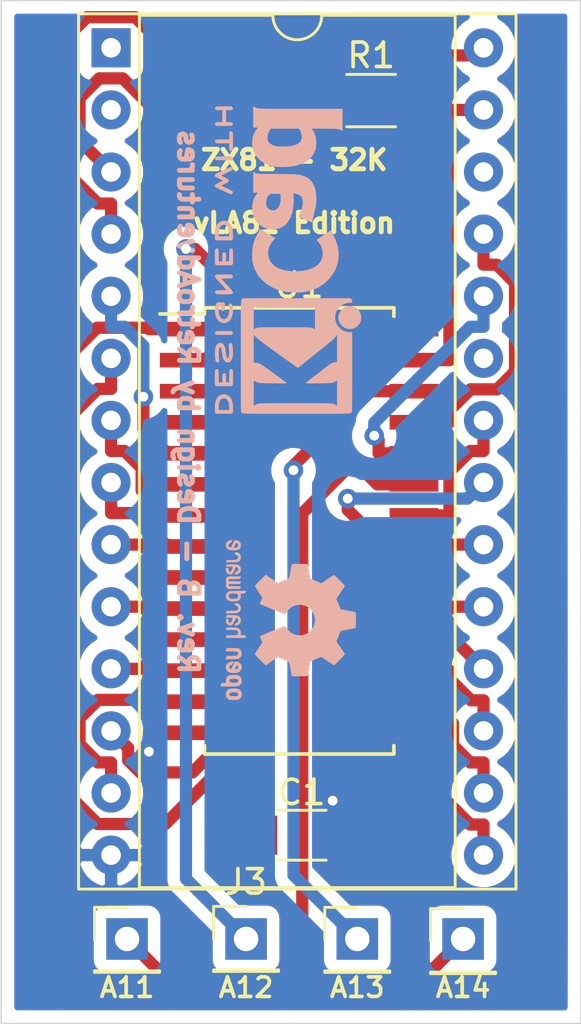
<source format=kicad_pcb>
(kicad_pcb (version 20171130) (host pcbnew "(5.1.9)-1")

  (general
    (thickness 1.6)
    (drawings 8)
    (tracks 179)
    (zones 0)
    (modules 10)
    (nets 29)
  )

  (page A4)
  (layers
    (0 F.Cu signal)
    (31 B.Cu signal)
    (32 B.Adhes user)
    (33 F.Adhes user)
    (34 B.Paste user)
    (35 F.Paste user)
    (36 B.SilkS user)
    (37 F.SilkS user)
    (38 B.Mask user)
    (39 F.Mask user)
    (40 Dwgs.User user)
    (41 Cmts.User user)
    (42 Eco1.User user)
    (43 Eco2.User user)
    (44 Edge.Cuts user)
    (45 Margin user)
    (46 B.CrtYd user)
    (47 F.CrtYd user)
    (48 B.Fab user)
    (49 F.Fab user)
  )

  (setup
    (last_trace_width 0.5)
    (trace_clearance 0.2)
    (zone_clearance 0.508)
    (zone_45_only no)
    (trace_min 0.2)
    (via_size 0.8)
    (via_drill 0.4)
    (via_min_size 0.4)
    (via_min_drill 0.3)
    (uvia_size 0.3)
    (uvia_drill 0.1)
    (uvias_allowed no)
    (uvia_min_size 0.2)
    (uvia_min_drill 0.1)
    (edge_width 0.05)
    (segment_width 0.2)
    (pcb_text_width 0.3)
    (pcb_text_size 1.5 1.5)
    (mod_edge_width 0.12)
    (mod_text_size 1 1)
    (mod_text_width 0.15)
    (pad_size 1.6 1.6)
    (pad_drill 0.8)
    (pad_to_mask_clearance 0)
    (aux_axis_origin 0 0)
    (visible_elements 7FFFFFFF)
    (pcbplotparams
      (layerselection 0x010fc_ffffffff)
      (usegerberextensions false)
      (usegerberattributes true)
      (usegerberadvancedattributes true)
      (creategerberjobfile true)
      (excludeedgelayer true)
      (linewidth 0.100000)
      (plotframeref false)
      (viasonmask false)
      (mode 1)
      (useauxorigin false)
      (hpglpennumber 1)
      (hpglpenspeed 20)
      (hpglpendiameter 15.000000)
      (psnegative false)
      (psa4output false)
      (plotreference true)
      (plotvalue true)
      (plotinvisibletext false)
      (padsonsilk false)
      (subtractmaskfromsilk false)
      (outputformat 1)
      (mirror false)
      (drillshape 0)
      (scaleselection 1)
      (outputdirectory "Gerbers/"))
  )

  (net 0 "")
  (net 1 GND)
  (net 2 +5V)
  (net 3 "Net-(J1-Pad1)")
  (net 4 "Net-(J2-Pad1)")
  (net 5 "Net-(J3-Pad1)")
  (net 6 "Net-(R1-Pad2)")
  (net 7 "Net-(U1-Pad25)")
  (net 8 "Net-(U1-Pad24)")
  (net 9 "Net-(U1-Pad22)")
  (net 10 "Net-(U1-Pad20)")
  (net 11 "Net-(U1-Pad19)")
  (net 12 "Net-(U1-Pad18)")
  (net 13 "Net-(U1-Pad17)")
  (net 14 "Net-(U1-Pad16)")
  (net 15 "Net-(U1-Pad15)")
  (net 16 "Net-(U1-Pad13)")
  (net 17 "Net-(U1-Pad12)")
  (net 18 "Net-(U1-Pad11)")
  (net 19 "Net-(U1-Pad10)")
  (net 20 "Net-(U1-Pad9)")
  (net 21 "Net-(U1-Pad8)")
  (net 22 "Net-(U1-Pad7)")
  (net 23 "Net-(U1-Pad6)")
  (net 24 "Net-(U1-Pad5)")
  (net 25 "Net-(U1-Pad4)")
  (net 26 "Net-(U1-Pad3)")
  (net 27 "Net-(U1-Pad21)")
  (net 28 "Net-(J4-Pad1)")

  (net_class Default "This is the default net class."
    (clearance 0.2)
    (trace_width 0.5)
    (via_dia 0.8)
    (via_drill 0.4)
    (uvia_dia 0.3)
    (uvia_drill 0.1)
    (add_net +5V)
    (add_net GND)
    (add_net "Net-(J1-Pad1)")
    (add_net "Net-(J2-Pad1)")
    (add_net "Net-(J3-Pad1)")
    (add_net "Net-(J4-Pad1)")
    (add_net "Net-(R1-Pad2)")
    (add_net "Net-(U1-Pad10)")
    (add_net "Net-(U1-Pad11)")
    (add_net "Net-(U1-Pad12)")
    (add_net "Net-(U1-Pad13)")
    (add_net "Net-(U1-Pad15)")
    (add_net "Net-(U1-Pad16)")
    (add_net "Net-(U1-Pad17)")
    (add_net "Net-(U1-Pad18)")
    (add_net "Net-(U1-Pad19)")
    (add_net "Net-(U1-Pad20)")
    (add_net "Net-(U1-Pad21)")
    (add_net "Net-(U1-Pad22)")
    (add_net "Net-(U1-Pad24)")
    (add_net "Net-(U1-Pad25)")
    (add_net "Net-(U1-Pad3)")
    (add_net "Net-(U1-Pad4)")
    (add_net "Net-(U1-Pad5)")
    (add_net "Net-(U1-Pad6)")
    (add_net "Net-(U1-Pad7)")
    (add_net "Net-(U1-Pad8)")
    (add_net "Net-(U1-Pad9)")
  )

  (module Pin_Headers:Pin_Header_Straight_1x01_Pitch2.54mm (layer F.Cu) (tedit 610D9BCA) (tstamp 610D9C86)
    (at 116.32 108.05)
    (descr "Through hole straight pin header, 1x01, 2.54mm pitch, single row")
    (tags "Through hole pin header THT 1x01 2.54mm single row")
    (path /610DB624)
    (fp_text reference J3 (at 0 -2.33) (layer F.SilkS)
      (effects (font (size 1 1) (thickness 0.15)))
    )
    (fp_text value A12 (at 0 1.99) (layer F.SilkS)
      (effects (font (size 0.8 0.8) (thickness 0.15)))
    )
    (fp_line (start 1.8 -1.8) (end -1.8 -1.8) (layer F.CrtYd) (width 0.05))
    (fp_line (start 1.8 1.8) (end 1.8 -1.8) (layer F.CrtYd) (width 0.05))
    (fp_line (start -1.8 1.8) (end 1.8 1.8) (layer F.CrtYd) (width 0.05))
    (fp_line (start -1.8 -1.8) (end -1.8 1.8) (layer F.CrtYd) (width 0.05))
    (fp_line (start -1.33 -1.33) (end 0 -1.33) (layer F.SilkS) (width 0.12))
    (fp_line (start -1.33 0) (end -1.33 -1.33) (layer F.SilkS) (width 0.12))
    (fp_line (start -1.33 1.27) (end 1.33 1.27) (layer F.SilkS) (width 0.12))
    (fp_line (start 1.33 1.27) (end 1.33 1.33) (layer F.SilkS) (width 0.12))
    (fp_line (start -1.33 1.27) (end -1.33 1.33) (layer F.SilkS) (width 0.12))
    (fp_line (start -1.33 1.33) (end 1.33 1.33) (layer F.SilkS) (width 0.12))
    (fp_line (start -1.27 -0.635) (end -0.635 -1.27) (layer F.Fab) (width 0.1))
    (fp_line (start -1.27 1.27) (end -1.27 -0.635) (layer F.Fab) (width 0.1))
    (fp_line (start 1.27 1.27) (end -1.27 1.27) (layer F.Fab) (width 0.1))
    (fp_line (start 1.27 -1.27) (end 1.27 1.27) (layer F.Fab) (width 0.1))
    (fp_line (start -0.635 -1.27) (end 1.27 -1.27) (layer F.Fab) (width 0.1))
    (fp_text user %R (at 0 0 90) (layer F.Fab)
      (effects (font (size 1 1) (thickness 0.15)))
    )
    (pad 1 thru_hole rect (at 0 0.002) (size 1.7 1.7) (drill 1) (layers *.Cu *.Mask)
      (net 5 "Net-(J3-Pad1)"))
    (model ${KISYS3DMOD}/Pin_Headers.3dshapes/Pin_Header_Straight_1x01_Pitch2.54mm.wrl
      (at (xyz 0 0 0))
      (scale (xyz 1 1 1))
      (rotate (xyz 0 0 0))
    )
  )

  (module Symbols:OSHW-Logo2_7.3x6mm_SilkScreen (layer B.Cu) (tedit 0) (tstamp 6080C070)
    (at 118.05 95.01 90)
    (descr "Open Source Hardware Symbol")
    (tags "Logo Symbol OSHW")
    (attr virtual)
    (fp_text reference REF*** (at 0 0 270) (layer B.SilkS) hide
      (effects (font (size 1 1) (thickness 0.15)) (justify mirror))
    )
    (fp_text value OSHW-Logo2_7.3x6mm_SilkScreen (at 0.75 0 270) (layer B.Fab) hide
      (effects (font (size 1 1) (thickness 0.15)) (justify mirror))
    )
    (fp_poly (pts (xy -2.400256 -1.919918) (xy -2.344799 -1.947568) (xy -2.295852 -1.99848) (xy -2.282371 -2.017338)
      (xy -2.267686 -2.042015) (xy -2.258158 -2.068816) (xy -2.252707 -2.104587) (xy -2.250253 -2.156169)
      (xy -2.249714 -2.224267) (xy -2.252148 -2.317588) (xy -2.260606 -2.387657) (xy -2.276826 -2.439931)
      (xy -2.302546 -2.479869) (xy -2.339503 -2.512929) (xy -2.342218 -2.514886) (xy -2.37864 -2.534908)
      (xy -2.422498 -2.544815) (xy -2.478276 -2.547257) (xy -2.568952 -2.547257) (xy -2.56899 -2.635283)
      (xy -2.569834 -2.684308) (xy -2.574976 -2.713065) (xy -2.588413 -2.730311) (xy -2.614142 -2.744808)
      (xy -2.620321 -2.747769) (xy -2.649236 -2.761648) (xy -2.671624 -2.770414) (xy -2.688271 -2.771171)
      (xy -2.699964 -2.761023) (xy -2.70749 -2.737073) (xy -2.711634 -2.696426) (xy -2.713185 -2.636186)
      (xy -2.712929 -2.553455) (xy -2.711651 -2.445339) (xy -2.711252 -2.413) (xy -2.709815 -2.301524)
      (xy -2.708528 -2.228603) (xy -2.569029 -2.228603) (xy -2.568245 -2.290499) (xy -2.56476 -2.330997)
      (xy -2.556876 -2.357708) (xy -2.542895 -2.378244) (xy -2.533403 -2.38826) (xy -2.494596 -2.417567)
      (xy -2.460237 -2.419952) (xy -2.424784 -2.39575) (xy -2.423886 -2.394857) (xy -2.409461 -2.376153)
      (xy -2.400687 -2.350732) (xy -2.396261 -2.311584) (xy -2.394882 -2.251697) (xy -2.394857 -2.23843)
      (xy -2.398188 -2.155901) (xy -2.409031 -2.098691) (xy -2.42866 -2.063766) (xy -2.45835 -2.048094)
      (xy -2.475509 -2.046514) (xy -2.516234 -2.053926) (xy -2.544168 -2.07833) (xy -2.560983 -2.12298)
      (xy -2.56835 -2.19113) (xy -2.569029 -2.228603) (xy -2.708528 -2.228603) (xy -2.708292 -2.215245)
      (xy -2.706323 -2.150333) (xy -2.70355 -2.102958) (xy -2.699612 -2.06929) (xy -2.694151 -2.045498)
      (xy -2.686808 -2.027753) (xy -2.677223 -2.012224) (xy -2.673113 -2.006381) (xy -2.618595 -1.951185)
      (xy -2.549664 -1.91989) (xy -2.469928 -1.911165) (xy -2.400256 -1.919918)) (layer B.SilkS) (width 0.01))
    (fp_poly (pts (xy -1.283907 -1.92778) (xy -1.237328 -1.954723) (xy -1.204943 -1.981466) (xy -1.181258 -2.009484)
      (xy -1.164941 -2.043748) (xy -1.154661 -2.089227) (xy -1.149086 -2.150892) (xy -1.146884 -2.233711)
      (xy -1.146629 -2.293246) (xy -1.146629 -2.512391) (xy -1.208314 -2.540044) (xy -1.27 -2.567697)
      (xy -1.277257 -2.32767) (xy -1.280256 -2.238028) (xy -1.283402 -2.172962) (xy -1.287299 -2.128026)
      (xy -1.292553 -2.09877) (xy -1.299769 -2.080748) (xy -1.30955 -2.069511) (xy -1.312688 -2.067079)
      (xy -1.360239 -2.048083) (xy -1.408303 -2.0556) (xy -1.436914 -2.075543) (xy -1.448553 -2.089675)
      (xy -1.456609 -2.10822) (xy -1.461729 -2.136334) (xy -1.464559 -2.179173) (xy -1.465744 -2.241895)
      (xy -1.465943 -2.307261) (xy -1.465982 -2.389268) (xy -1.467386 -2.447316) (xy -1.472086 -2.486465)
      (xy -1.482013 -2.51178) (xy -1.499097 -2.528323) (xy -1.525268 -2.541156) (xy -1.560225 -2.554491)
      (xy -1.598404 -2.569007) (xy -1.593859 -2.311389) (xy -1.592029 -2.218519) (xy -1.589888 -2.149889)
      (xy -1.586819 -2.100711) (xy -1.582206 -2.066198) (xy -1.575432 -2.041562) (xy -1.565881 -2.022016)
      (xy -1.554366 -2.00477) (xy -1.49881 -1.94968) (xy -1.43102 -1.917822) (xy -1.357287 -1.910191)
      (xy -1.283907 -1.92778)) (layer B.SilkS) (width 0.01))
    (fp_poly (pts (xy -2.958885 -1.921962) (xy -2.890855 -1.957733) (xy -2.840649 -2.015301) (xy -2.822815 -2.052312)
      (xy -2.808937 -2.107882) (xy -2.801833 -2.178096) (xy -2.80116 -2.254727) (xy -2.806573 -2.329552)
      (xy -2.81773 -2.394342) (xy -2.834286 -2.440873) (xy -2.839374 -2.448887) (xy -2.899645 -2.508707)
      (xy -2.971231 -2.544535) (xy -3.048908 -2.55502) (xy -3.127452 -2.53881) (xy -3.149311 -2.529092)
      (xy -3.191878 -2.499143) (xy -3.229237 -2.459433) (xy -3.232768 -2.454397) (xy -3.247119 -2.430124)
      (xy -3.256606 -2.404178) (xy -3.26221 -2.370022) (xy -3.264914 -2.321119) (xy -3.265701 -2.250935)
      (xy -3.265714 -2.2352) (xy -3.265678 -2.230192) (xy -3.120571 -2.230192) (xy -3.119727 -2.29643)
      (xy -3.116404 -2.340386) (xy -3.109417 -2.368779) (xy -3.097584 -2.388325) (xy -3.091543 -2.394857)
      (xy -3.056814 -2.41968) (xy -3.023097 -2.418548) (xy -2.989005 -2.397016) (xy -2.968671 -2.374029)
      (xy -2.956629 -2.340478) (xy -2.949866 -2.287569) (xy -2.949402 -2.281399) (xy -2.948248 -2.185513)
      (xy -2.960312 -2.114299) (xy -2.98543 -2.068194) (xy -3.02344 -2.047635) (xy -3.037008 -2.046514)
      (xy -3.072636 -2.052152) (xy -3.097006 -2.071686) (xy -3.111907 -2.109042) (xy -3.119125 -2.16815)
      (xy -3.120571 -2.230192) (xy -3.265678 -2.230192) (xy -3.265174 -2.160413) (xy -3.262904 -2.108159)
      (xy -3.257932 -2.071949) (xy -3.249287 -2.045299) (xy -3.235995 -2.021722) (xy -3.233057 -2.017338)
      (xy -3.183687 -1.958249) (xy -3.129891 -1.923947) (xy -3.064398 -1.910331) (xy -3.042158 -1.909665)
      (xy -2.958885 -1.921962)) (layer B.SilkS) (width 0.01))
    (fp_poly (pts (xy -1.831697 -1.931239) (xy -1.774473 -1.969735) (xy -1.730251 -2.025335) (xy -1.703833 -2.096086)
      (xy -1.69849 -2.148162) (xy -1.699097 -2.169893) (xy -1.704178 -2.186531) (xy -1.718145 -2.201437)
      (xy -1.745411 -2.217973) (xy -1.790388 -2.239498) (xy -1.857489 -2.269374) (xy -1.857829 -2.269524)
      (xy -1.919593 -2.297813) (xy -1.970241 -2.322933) (xy -2.004596 -2.342179) (xy -2.017482 -2.352848)
      (xy -2.017486 -2.352934) (xy -2.006128 -2.376166) (xy -1.979569 -2.401774) (xy -1.949077 -2.420221)
      (xy -1.93363 -2.423886) (xy -1.891485 -2.411212) (xy -1.855192 -2.379471) (xy -1.837483 -2.344572)
      (xy -1.820448 -2.318845) (xy -1.787078 -2.289546) (xy -1.747851 -2.264235) (xy -1.713244 -2.250471)
      (xy -1.706007 -2.249714) (xy -1.697861 -2.26216) (xy -1.69737 -2.293972) (xy -1.703357 -2.336866)
      (xy -1.714643 -2.382558) (xy -1.73005 -2.422761) (xy -1.730829 -2.424322) (xy -1.777196 -2.489062)
      (xy -1.837289 -2.533097) (xy -1.905535 -2.554711) (xy -1.976362 -2.552185) (xy -2.044196 -2.523804)
      (xy -2.047212 -2.521808) (xy -2.100573 -2.473448) (xy -2.13566 -2.410352) (xy -2.155078 -2.327387)
      (xy -2.157684 -2.304078) (xy -2.162299 -2.194055) (xy -2.156767 -2.142748) (xy -2.017486 -2.142748)
      (xy -2.015676 -2.174753) (xy -2.005778 -2.184093) (xy -1.981102 -2.177105) (xy -1.942205 -2.160587)
      (xy -1.898725 -2.139881) (xy -1.897644 -2.139333) (xy -1.860791 -2.119949) (xy -1.846 -2.107013)
      (xy -1.849647 -2.093451) (xy -1.865005 -2.075632) (xy -1.904077 -2.049845) (xy -1.946154 -2.04795)
      (xy -1.983897 -2.066717) (xy -2.009966 -2.102915) (xy -2.017486 -2.142748) (xy -2.156767 -2.142748)
      (xy -2.152806 -2.106027) (xy -2.12845 -2.036212) (xy -2.094544 -1.987302) (xy -2.033347 -1.937878)
      (xy -1.965937 -1.913359) (xy -1.89712 -1.911797) (xy -1.831697 -1.931239)) (layer B.SilkS) (width 0.01))
    (fp_poly (pts (xy -0.624114 -1.851289) (xy -0.619861 -1.910613) (xy -0.614975 -1.945572) (xy -0.608205 -1.96082)
      (xy -0.598298 -1.961015) (xy -0.595086 -1.959195) (xy -0.552356 -1.946015) (xy -0.496773 -1.946785)
      (xy -0.440263 -1.960333) (xy -0.404918 -1.977861) (xy -0.368679 -2.005861) (xy -0.342187 -2.037549)
      (xy -0.324001 -2.077813) (xy -0.312678 -2.131543) (xy -0.306778 -2.203626) (xy -0.304857 -2.298951)
      (xy -0.304823 -2.317237) (xy -0.3048 -2.522646) (xy -0.350509 -2.53858) (xy -0.382973 -2.54942)
      (xy -0.400785 -2.554468) (xy -0.401309 -2.554514) (xy -0.403063 -2.540828) (xy -0.404556 -2.503076)
      (xy -0.405674 -2.446224) (xy -0.406303 -2.375234) (xy -0.4064 -2.332073) (xy -0.406602 -2.246973)
      (xy -0.407642 -2.185981) (xy -0.410169 -2.144177) (xy -0.414836 -2.116642) (xy -0.422293 -2.098456)
      (xy -0.433189 -2.084698) (xy -0.439993 -2.078073) (xy -0.486728 -2.051375) (xy -0.537728 -2.049375)
      (xy -0.583999 -2.071955) (xy -0.592556 -2.080107) (xy -0.605107 -2.095436) (xy -0.613812 -2.113618)
      (xy -0.619369 -2.139909) (xy -0.622474 -2.179562) (xy -0.623824 -2.237832) (xy -0.624114 -2.318173)
      (xy -0.624114 -2.522646) (xy -0.669823 -2.53858) (xy -0.702287 -2.54942) (xy -0.720099 -2.554468)
      (xy -0.720623 -2.554514) (xy -0.721963 -2.540623) (xy -0.723172 -2.501439) (xy -0.724199 -2.4407)
      (xy -0.724998 -2.362141) (xy -0.725519 -2.269498) (xy -0.725714 -2.166509) (xy -0.725714 -1.769342)
      (xy -0.678543 -1.749444) (xy -0.631371 -1.729547) (xy -0.624114 -1.851289)) (layer B.SilkS) (width 0.01))
    (fp_poly (pts (xy 0.039744 -1.950968) (xy 0.096616 -1.972087) (xy 0.097267 -1.972493) (xy 0.13244 -1.99838)
      (xy 0.158407 -2.028633) (xy 0.17667 -2.068058) (xy 0.188732 -2.121462) (xy 0.196096 -2.193651)
      (xy 0.200264 -2.289432) (xy 0.200629 -2.303078) (xy 0.205876 -2.508842) (xy 0.161716 -2.531678)
      (xy 0.129763 -2.54711) (xy 0.11047 -2.554423) (xy 0.109578 -2.554514) (xy 0.106239 -2.541022)
      (xy 0.103587 -2.504626) (xy 0.101956 -2.451452) (xy 0.1016 -2.408393) (xy 0.101592 -2.338641)
      (xy 0.098403 -2.294837) (xy 0.087288 -2.273944) (xy 0.063501 -2.272925) (xy 0.022296 -2.288741)
      (xy -0.039914 -2.317815) (xy -0.085659 -2.341963) (xy -0.109187 -2.362913) (xy -0.116104 -2.385747)
      (xy -0.116114 -2.386877) (xy -0.104701 -2.426212) (xy -0.070908 -2.447462) (xy -0.019191 -2.450539)
      (xy 0.018061 -2.450006) (xy 0.037703 -2.460735) (xy 0.049952 -2.486505) (xy 0.057002 -2.519337)
      (xy 0.046842 -2.537966) (xy 0.043017 -2.540632) (xy 0.007001 -2.55134) (xy -0.043434 -2.552856)
      (xy -0.095374 -2.545759) (xy -0.132178 -2.532788) (xy -0.183062 -2.489585) (xy -0.211986 -2.429446)
      (xy -0.217714 -2.382462) (xy -0.213343 -2.340082) (xy -0.197525 -2.305488) (xy -0.166203 -2.274763)
      (xy -0.115322 -2.24399) (xy -0.040824 -2.209252) (xy -0.036286 -2.207288) (xy 0.030821 -2.176287)
      (xy 0.072232 -2.150862) (xy 0.089981 -2.128014) (xy 0.086107 -2.104745) (xy 0.062643 -2.078056)
      (xy 0.055627 -2.071914) (xy 0.00863 -2.0481) (xy -0.040067 -2.049103) (xy -0.082478 -2.072451)
      (xy -0.110616 -2.115675) (xy -0.113231 -2.12416) (xy -0.138692 -2.165308) (xy -0.170999 -2.185128)
      (xy -0.217714 -2.20477) (xy -0.217714 -2.15395) (xy -0.203504 -2.080082) (xy -0.161325 -2.012327)
      (xy -0.139376 -1.989661) (xy -0.089483 -1.960569) (xy -0.026033 -1.9474) (xy 0.039744 -1.950968)) (layer B.SilkS) (width 0.01))
    (fp_poly (pts (xy 0.529926 -1.949755) (xy 0.595858 -1.974084) (xy 0.649273 -2.017117) (xy 0.670164 -2.047409)
      (xy 0.692939 -2.102994) (xy 0.692466 -2.143186) (xy 0.668562 -2.170217) (xy 0.659717 -2.174813)
      (xy 0.62153 -2.189144) (xy 0.602028 -2.185472) (xy 0.595422 -2.161407) (xy 0.595086 -2.148114)
      (xy 0.582992 -2.09921) (xy 0.551471 -2.064999) (xy 0.507659 -2.048476) (xy 0.458695 -2.052634)
      (xy 0.418894 -2.074227) (xy 0.40545 -2.086544) (xy 0.395921 -2.101487) (xy 0.389485 -2.124075)
      (xy 0.385317 -2.159328) (xy 0.382597 -2.212266) (xy 0.380502 -2.287907) (xy 0.37996 -2.311857)
      (xy 0.377981 -2.39379) (xy 0.375731 -2.451455) (xy 0.372357 -2.489608) (xy 0.367006 -2.513004)
      (xy 0.358824 -2.526398) (xy 0.346959 -2.534545) (xy 0.339362 -2.538144) (xy 0.307102 -2.550452)
      (xy 0.288111 -2.554514) (xy 0.281836 -2.540948) (xy 0.278006 -2.499934) (xy 0.2766 -2.430999)
      (xy 0.277598 -2.333669) (xy 0.277908 -2.318657) (xy 0.280101 -2.229859) (xy 0.282693 -2.165019)
      (xy 0.286382 -2.119067) (xy 0.291864 -2.086935) (xy 0.299835 -2.063553) (xy 0.310993 -2.043852)
      (xy 0.31683 -2.03541) (xy 0.350296 -1.998057) (xy 0.387727 -1.969003) (xy 0.392309 -1.966467)
      (xy 0.459426 -1.946443) (xy 0.529926 -1.949755)) (layer B.SilkS) (width 0.01))
    (fp_poly (pts (xy 1.190117 -2.065358) (xy 1.189933 -2.173837) (xy 1.189219 -2.257287) (xy 1.187675 -2.319704)
      (xy 1.185001 -2.365085) (xy 1.180894 -2.397429) (xy 1.175055 -2.420733) (xy 1.167182 -2.438995)
      (xy 1.161221 -2.449418) (xy 1.111855 -2.505945) (xy 1.049264 -2.541377) (xy 0.980013 -2.55409)
      (xy 0.910668 -2.542463) (xy 0.869375 -2.521568) (xy 0.826025 -2.485422) (xy 0.796481 -2.441276)
      (xy 0.778655 -2.383462) (xy 0.770463 -2.306313) (xy 0.769302 -2.249714) (xy 0.769458 -2.245647)
      (xy 0.870857 -2.245647) (xy 0.871476 -2.31055) (xy 0.874314 -2.353514) (xy 0.88084 -2.381622)
      (xy 0.892523 -2.401953) (xy 0.906483 -2.417288) (xy 0.953365 -2.44689) (xy 1.003701 -2.449419)
      (xy 1.051276 -2.424705) (xy 1.054979 -2.421356) (xy 1.070783 -2.403935) (xy 1.080693 -2.383209)
      (xy 1.086058 -2.352362) (xy 1.088228 -2.304577) (xy 1.088571 -2.251748) (xy 1.087827 -2.185381)
      (xy 1.084748 -2.141106) (xy 1.078061 -2.112009) (xy 1.066496 -2.091173) (xy 1.057013 -2.080107)
      (xy 1.01296 -2.052198) (xy 0.962224 -2.048843) (xy 0.913796 -2.070159) (xy 0.90445 -2.078073)
      (xy 0.88854 -2.095647) (xy 0.87861 -2.116587) (xy 0.873278 -2.147782) (xy 0.871163 -2.196122)
      (xy 0.870857 -2.245647) (xy 0.769458 -2.245647) (xy 0.77281 -2.158568) (xy 0.784726 -2.090086)
      (xy 0.807135 -2.0386) (xy 0.842124 -1.998443) (xy 0.869375 -1.977861) (xy 0.918907 -1.955625)
      (xy 0.976316 -1.945304) (xy 1.029682 -1.948067) (xy 1.059543 -1.959212) (xy 1.071261 -1.962383)
      (xy 1.079037 -1.950557) (xy 1.084465 -1.918866) (xy 1.088571 -1.870593) (xy 1.093067 -1.816829)
      (xy 1.099313 -1.784482) (xy 1.110676 -1.765985) (xy 1.130528 -1.75377) (xy 1.143 -1.748362)
      (xy 1.190171 -1.728601) (xy 1.190117 -2.065358)) (layer B.SilkS) (width 0.01))
    (fp_poly (pts (xy 1.779833 -1.958663) (xy 1.782048 -1.99685) (xy 1.783784 -2.054886) (xy 1.784899 -2.12818)
      (xy 1.785257 -2.205055) (xy 1.785257 -2.465196) (xy 1.739326 -2.511127) (xy 1.707675 -2.539429)
      (xy 1.67989 -2.550893) (xy 1.641915 -2.550168) (xy 1.62684 -2.548321) (xy 1.579726 -2.542948)
      (xy 1.540756 -2.539869) (xy 1.531257 -2.539585) (xy 1.499233 -2.541445) (xy 1.453432 -2.546114)
      (xy 1.435674 -2.548321) (xy 1.392057 -2.551735) (xy 1.362745 -2.54432) (xy 1.33368 -2.521427)
      (xy 1.323188 -2.511127) (xy 1.277257 -2.465196) (xy 1.277257 -1.978602) (xy 1.314226 -1.961758)
      (xy 1.346059 -1.949282) (xy 1.364683 -1.944914) (xy 1.369458 -1.958718) (xy 1.373921 -1.997286)
      (xy 1.377775 -2.056356) (xy 1.380722 -2.131663) (xy 1.382143 -2.195286) (xy 1.386114 -2.445657)
      (xy 1.420759 -2.450556) (xy 1.452268 -2.447131) (xy 1.467708 -2.436041) (xy 1.472023 -2.415308)
      (xy 1.475708 -2.371145) (xy 1.478469 -2.309146) (xy 1.480012 -2.234909) (xy 1.480235 -2.196706)
      (xy 1.480457 -1.976783) (xy 1.526166 -1.960849) (xy 1.558518 -1.950015) (xy 1.576115 -1.944962)
      (xy 1.576623 -1.944914) (xy 1.578388 -1.958648) (xy 1.580329 -1.99673) (xy 1.582282 -2.054482)
      (xy 1.584084 -2.127227) (xy 1.585343 -2.195286) (xy 1.589314 -2.445657) (xy 1.6764 -2.445657)
      (xy 1.680396 -2.21724) (xy 1.684392 -1.988822) (xy 1.726847 -1.966868) (xy 1.758192 -1.951793)
      (xy 1.776744 -1.944951) (xy 1.777279 -1.944914) (xy 1.779833 -1.958663)) (layer B.SilkS) (width 0.01))
    (fp_poly (pts (xy 2.144876 -1.956335) (xy 2.186667 -1.975344) (xy 2.219469 -1.998378) (xy 2.243503 -2.024133)
      (xy 2.260097 -2.057358) (xy 2.270577 -2.1028) (xy 2.276271 -2.165207) (xy 2.278507 -2.249327)
      (xy 2.278743 -2.304721) (xy 2.278743 -2.520826) (xy 2.241774 -2.53767) (xy 2.212656 -2.549981)
      (xy 2.198231 -2.554514) (xy 2.195472 -2.541025) (xy 2.193282 -2.504653) (xy 2.191942 -2.451542)
      (xy 2.191657 -2.409372) (xy 2.190434 -2.348447) (xy 2.187136 -2.300115) (xy 2.182321 -2.270518)
      (xy 2.178496 -2.264229) (xy 2.152783 -2.270652) (xy 2.112418 -2.287125) (xy 2.065679 -2.309458)
      (xy 2.020845 -2.333457) (xy 1.986193 -2.35493) (xy 1.970002 -2.369685) (xy 1.969938 -2.369845)
      (xy 1.97133 -2.397152) (xy 1.983818 -2.423219) (xy 2.005743 -2.444392) (xy 2.037743 -2.451474)
      (xy 2.065092 -2.450649) (xy 2.103826 -2.450042) (xy 2.124158 -2.459116) (xy 2.136369 -2.483092)
      (xy 2.137909 -2.487613) (xy 2.143203 -2.521806) (xy 2.129047 -2.542568) (xy 2.092148 -2.552462)
      (xy 2.052289 -2.554292) (xy 1.980562 -2.540727) (xy 1.943432 -2.521355) (xy 1.897576 -2.475845)
      (xy 1.873256 -2.419983) (xy 1.871073 -2.360957) (xy 1.891629 -2.305953) (xy 1.922549 -2.271486)
      (xy 1.95342 -2.252189) (xy 2.001942 -2.227759) (xy 2.058485 -2.202985) (xy 2.06791 -2.199199)
      (xy 2.130019 -2.171791) (xy 2.165822 -2.147634) (xy 2.177337 -2.123619) (xy 2.16658 -2.096635)
      (xy 2.148114 -2.075543) (xy 2.104469 -2.049572) (xy 2.056446 -2.047624) (xy 2.012406 -2.067637)
      (xy 1.980709 -2.107551) (xy 1.976549 -2.117848) (xy 1.952327 -2.155724) (xy 1.916965 -2.183842)
      (xy 1.872343 -2.206917) (xy 1.872343 -2.141485) (xy 1.874969 -2.101506) (xy 1.88623 -2.069997)
      (xy 1.911199 -2.036378) (xy 1.935169 -2.010484) (xy 1.972441 -1.973817) (xy 2.001401 -1.954121)
      (xy 2.032505 -1.94622) (xy 2.067713 -1.944914) (xy 2.144876 -1.956335)) (layer B.SilkS) (width 0.01))
    (fp_poly (pts (xy 2.6526 -1.958752) (xy 2.669948 -1.966334) (xy 2.711356 -1.999128) (xy 2.746765 -2.046547)
      (xy 2.768664 -2.097151) (xy 2.772229 -2.122098) (xy 2.760279 -2.156927) (xy 2.734067 -2.175357)
      (xy 2.705964 -2.186516) (xy 2.693095 -2.188572) (xy 2.686829 -2.173649) (xy 2.674456 -2.141175)
      (xy 2.669028 -2.126502) (xy 2.63859 -2.075744) (xy 2.59452 -2.050427) (xy 2.53801 -2.051206)
      (xy 2.533825 -2.052203) (xy 2.503655 -2.066507) (xy 2.481476 -2.094393) (xy 2.466327 -2.139287)
      (xy 2.45725 -2.204615) (xy 2.453286 -2.293804) (xy 2.452914 -2.341261) (xy 2.45273 -2.416071)
      (xy 2.451522 -2.467069) (xy 2.448309 -2.499471) (xy 2.442109 -2.518495) (xy 2.43194 -2.529356)
      (xy 2.416819 -2.537272) (xy 2.415946 -2.53767) (xy 2.386828 -2.549981) (xy 2.372403 -2.554514)
      (xy 2.370186 -2.540809) (xy 2.368289 -2.502925) (xy 2.366847 -2.445715) (xy 2.365998 -2.374027)
      (xy 2.365829 -2.321565) (xy 2.366692 -2.220047) (xy 2.37007 -2.143032) (xy 2.377142 -2.086023)
      (xy 2.389088 -2.044526) (xy 2.40709 -2.014043) (xy 2.432327 -1.99008) (xy 2.457247 -1.973355)
      (xy 2.517171 -1.951097) (xy 2.586911 -1.946076) (xy 2.6526 -1.958752)) (layer B.SilkS) (width 0.01))
    (fp_poly (pts (xy 3.153595 -1.966966) (xy 3.211021 -2.004497) (xy 3.238719 -2.038096) (xy 3.260662 -2.099064)
      (xy 3.262405 -2.147308) (xy 3.258457 -2.211816) (xy 3.109686 -2.276934) (xy 3.037349 -2.310202)
      (xy 2.990084 -2.336964) (xy 2.965507 -2.360144) (xy 2.961237 -2.382667) (xy 2.974889 -2.407455)
      (xy 2.989943 -2.423886) (xy 3.033746 -2.450235) (xy 3.081389 -2.452081) (xy 3.125145 -2.431546)
      (xy 3.157289 -2.390752) (xy 3.163038 -2.376347) (xy 3.190576 -2.331356) (xy 3.222258 -2.312182)
      (xy 3.265714 -2.295779) (xy 3.265714 -2.357966) (xy 3.261872 -2.400283) (xy 3.246823 -2.435969)
      (xy 3.21528 -2.476943) (xy 3.210592 -2.482267) (xy 3.175506 -2.51872) (xy 3.145347 -2.538283)
      (xy 3.107615 -2.547283) (xy 3.076335 -2.55023) (xy 3.020385 -2.550965) (xy 2.980555 -2.54166)
      (xy 2.955708 -2.527846) (xy 2.916656 -2.497467) (xy 2.889625 -2.464613) (xy 2.872517 -2.423294)
      (xy 2.863238 -2.367521) (xy 2.859693 -2.291305) (xy 2.85941 -2.252622) (xy 2.860372 -2.206247)
      (xy 2.948007 -2.206247) (xy 2.949023 -2.231126) (xy 2.951556 -2.2352) (xy 2.968274 -2.229665)
      (xy 3.004249 -2.215017) (xy 3.052331 -2.19419) (xy 3.062386 -2.189714) (xy 3.123152 -2.158814)
      (xy 3.156632 -2.131657) (xy 3.16399 -2.10622) (xy 3.146391 -2.080481) (xy 3.131856 -2.069109)
      (xy 3.07941 -2.046364) (xy 3.030322 -2.050122) (xy 2.989227 -2.077884) (xy 2.960758 -2.127152)
      (xy 2.951631 -2.166257) (xy 2.948007 -2.206247) (xy 2.860372 -2.206247) (xy 2.861285 -2.162249)
      (xy 2.868196 -2.095384) (xy 2.881884 -2.046695) (xy 2.904096 -2.010849) (xy 2.936574 -1.982513)
      (xy 2.950733 -1.973355) (xy 3.015053 -1.949507) (xy 3.085473 -1.948006) (xy 3.153595 -1.966966)) (layer B.SilkS) (width 0.01))
    (fp_poly (pts (xy 0.10391 2.757652) (xy 0.182454 2.757222) (xy 0.239298 2.756058) (xy 0.278105 2.753793)
      (xy 0.302538 2.75006) (xy 0.316262 2.744494) (xy 0.32294 2.736727) (xy 0.326236 2.726395)
      (xy 0.326556 2.725057) (xy 0.331562 2.700921) (xy 0.340829 2.653299) (xy 0.353392 2.587259)
      (xy 0.368287 2.507872) (xy 0.384551 2.420204) (xy 0.385119 2.417125) (xy 0.40141 2.331211)
      (xy 0.416652 2.255304) (xy 0.429861 2.193955) (xy 0.440054 2.151718) (xy 0.446248 2.133145)
      (xy 0.446543 2.132816) (xy 0.464788 2.123747) (xy 0.502405 2.108633) (xy 0.551271 2.090738)
      (xy 0.551543 2.090642) (xy 0.613093 2.067507) (xy 0.685657 2.038035) (xy 0.754057 2.008403)
      (xy 0.757294 2.006938) (xy 0.868702 1.956374) (xy 1.115399 2.12484) (xy 1.191077 2.176197)
      (xy 1.259631 2.222111) (xy 1.317088 2.25997) (xy 1.359476 2.287163) (xy 1.382825 2.301079)
      (xy 1.385042 2.302111) (xy 1.40201 2.297516) (xy 1.433701 2.275345) (xy 1.481352 2.234553)
      (xy 1.546198 2.174095) (xy 1.612397 2.109773) (xy 1.676214 2.046388) (xy 1.733329 1.988549)
      (xy 1.780305 1.939825) (xy 1.813703 1.90379) (xy 1.830085 1.884016) (xy 1.830694 1.882998)
      (xy 1.832505 1.869428) (xy 1.825683 1.847267) (xy 1.80854 1.813522) (xy 1.779393 1.7652)
      (xy 1.736555 1.699308) (xy 1.679448 1.614483) (xy 1.628766 1.539823) (xy 1.583461 1.47286)
      (xy 1.54615 1.417484) (xy 1.519452 1.37758) (xy 1.505985 1.357038) (xy 1.505137 1.355644)
      (xy 1.506781 1.335962) (xy 1.519245 1.297707) (xy 1.540048 1.248111) (xy 1.547462 1.232272)
      (xy 1.579814 1.16171) (xy 1.614328 1.081647) (xy 1.642365 1.012371) (xy 1.662568 0.960955)
      (xy 1.678615 0.921881) (xy 1.687888 0.901459) (xy 1.689041 0.899886) (xy 1.706096 0.897279)
      (xy 1.746298 0.890137) (xy 1.804302 0.879477) (xy 1.874763 0.866315) (xy 1.952335 0.851667)
      (xy 2.031672 0.836551) (xy 2.107431 0.821982) (xy 2.174264 0.808978) (xy 2.226828 0.798555)
      (xy 2.259776 0.79173) (xy 2.267857 0.789801) (xy 2.276205 0.785038) (xy 2.282506 0.774282)
      (xy 2.287045 0.753902) (xy 2.290104 0.720266) (xy 2.291967 0.669745) (xy 2.292918 0.598708)
      (xy 2.29324 0.503524) (xy 2.293257 0.464508) (xy 2.293257 0.147201) (xy 2.217057 0.132161)
      (xy 2.174663 0.124005) (xy 2.1114 0.112101) (xy 2.034962 0.097884) (xy 1.953043 0.08279)
      (xy 1.9304 0.078645) (xy 1.854806 0.063947) (xy 1.788953 0.049495) (xy 1.738366 0.036625)
      (xy 1.708574 0.026678) (xy 1.703612 0.023713) (xy 1.691426 0.002717) (xy 1.673953 -0.037967)
      (xy 1.654577 -0.090322) (xy 1.650734 -0.1016) (xy 1.625339 -0.171523) (xy 1.593817 -0.250418)
      (xy 1.562969 -0.321266) (xy 1.562817 -0.321595) (xy 1.511447 -0.432733) (xy 1.680399 -0.681253)
      (xy 1.849352 -0.929772) (xy 1.632429 -1.147058) (xy 1.566819 -1.211726) (xy 1.506979 -1.268733)
      (xy 1.456267 -1.315033) (xy 1.418046 -1.347584) (xy 1.395675 -1.363343) (xy 1.392466 -1.364343)
      (xy 1.373626 -1.356469) (xy 1.33518 -1.334578) (xy 1.28133 -1.301267) (xy 1.216276 -1.259131)
      (xy 1.14594 -1.211943) (xy 1.074555 -1.16381) (xy 1.010908 -1.121928) (xy 0.959041 -1.088871)
      (xy 0.922995 -1.067218) (xy 0.906867 -1.059543) (xy 0.887189 -1.066037) (xy 0.849875 -1.08315)
      (xy 0.802621 -1.107326) (xy 0.797612 -1.110013) (xy 0.733977 -1.141927) (xy 0.690341 -1.157579)
      (xy 0.663202 -1.157745) (xy 0.649057 -1.143204) (xy 0.648975 -1.143) (xy 0.641905 -1.125779)
      (xy 0.625042 -1.084899) (xy 0.599695 -1.023525) (xy 0.567171 -0.944819) (xy 0.528778 -0.851947)
      (xy 0.485822 -0.748072) (xy 0.444222 -0.647502) (xy 0.398504 -0.536516) (xy 0.356526 -0.433703)
      (xy 0.319548 -0.342215) (xy 0.288827 -0.265201) (xy 0.265622 -0.205815) (xy 0.25119 -0.167209)
      (xy 0.246743 -0.1528) (xy 0.257896 -0.136272) (xy 0.287069 -0.10993) (xy 0.325971 -0.080887)
      (xy 0.436757 0.010961) (xy 0.523351 0.116241) (xy 0.584716 0.232734) (xy 0.619815 0.358224)
      (xy 0.627608 0.490493) (xy 0.621943 0.551543) (xy 0.591078 0.678205) (xy 0.53792 0.790059)
      (xy 0.465767 0.885999) (xy 0.377917 0.964924) (xy 0.277665 1.02573) (xy 0.16831 1.067313)
      (xy 0.053147 1.088572) (xy -0.064525 1.088401) (xy -0.18141 1.065699) (xy -0.294211 1.019362)
      (xy -0.399631 0.948287) (xy -0.443632 0.908089) (xy -0.528021 0.804871) (xy -0.586778 0.692075)
      (xy -0.620296 0.57299) (xy -0.628965 0.450905) (xy -0.613177 0.329107) (xy -0.573322 0.210884)
      (xy -0.509793 0.099525) (xy -0.422979 -0.001684) (xy -0.325971 -0.080887) (xy -0.285563 -0.111162)
      (xy -0.257018 -0.137219) (xy -0.246743 -0.152825) (xy -0.252123 -0.169843) (xy -0.267425 -0.2105)
      (xy -0.291388 -0.271642) (xy -0.322756 -0.350119) (xy -0.360268 -0.44278) (xy -0.402667 -0.546472)
      (xy -0.444337 -0.647526) (xy -0.49031 -0.758607) (xy -0.532893 -0.861541) (xy -0.570779 -0.953165)
      (xy -0.60266 -1.030316) (xy -0.627229 -1.089831) (xy -0.64318 -1.128544) (xy -0.64909 -1.143)
      (xy -0.663052 -1.157685) (xy -0.69006 -1.157642) (xy -0.733587 -1.142099) (xy -0.79711 -1.110284)
      (xy -0.797612 -1.110013) (xy -0.84544 -1.085323) (xy -0.884103 -1.067338) (xy -0.905905 -1.059614)
      (xy -0.906867 -1.059543) (xy -0.923279 -1.067378) (xy -0.959513 -1.089165) (xy -1.011526 -1.122328)
      (xy -1.075275 -1.164291) (xy -1.14594 -1.211943) (xy -1.217884 -1.260191) (xy -1.282726 -1.302151)
      (xy -1.336265 -1.335227) (xy -1.374303 -1.356821) (xy -1.392467 -1.364343) (xy -1.409192 -1.354457)
      (xy -1.44282 -1.326826) (xy -1.48999 -1.284495) (xy -1.547342 -1.230505) (xy -1.611516 -1.167899)
      (xy -1.632503 -1.146983) (xy -1.849501 -0.929623) (xy -1.684332 -0.68722) (xy -1.634136 -0.612781)
      (xy -1.590081 -0.545972) (xy -1.554638 -0.490665) (xy -1.530281 -0.450729) (xy -1.519478 -0.430036)
      (xy -1.519162 -0.428563) (xy -1.524857 -0.409058) (xy -1.540174 -0.369822) (xy -1.562463 -0.31743)
      (xy -1.578107 -0.282355) (xy -1.607359 -0.215201) (xy -1.634906 -0.147358) (xy -1.656263 -0.090034)
      (xy -1.662065 -0.072572) (xy -1.678548 -0.025938) (xy -1.69466 0.010095) (xy -1.70351 0.023713)
      (xy -1.72304 0.032048) (xy -1.765666 0.043863) (xy -1.825855 0.057819) (xy -1.898078 0.072578)
      (xy -1.9304 0.078645) (xy -2.012478 0.093727) (xy -2.091205 0.108331) (xy -2.158891 0.12102)
      (xy -2.20784 0.130358) (xy -2.217057 0.132161) (xy -2.293257 0.147201) (xy -2.293257 0.464508)
      (xy -2.293086 0.568846) (xy -2.292384 0.647787) (xy -2.290866 0.704962) (xy -2.288251 0.744001)
      (xy -2.284254 0.768535) (xy -2.278591 0.782195) (xy -2.27098 0.788611) (xy -2.267857 0.789801)
      (xy -2.249022 0.79402) (xy -2.207412 0.802438) (xy -2.14837 0.814039) (xy -2.077243 0.827805)
      (xy -1.999375 0.84272) (xy -1.920113 0.857768) (xy -1.844802 0.871931) (xy -1.778787 0.884194)
      (xy -1.727413 0.893539) (xy -1.696025 0.89895) (xy -1.689041 0.899886) (xy -1.682715 0.912404)
      (xy -1.66871 0.945754) (xy -1.649645 0.993623) (xy -1.642366 1.012371) (xy -1.613004 1.084805)
      (xy -1.578429 1.16483) (xy -1.547463 1.232272) (xy -1.524677 1.283841) (xy -1.509518 1.326215)
      (xy -1.504458 1.352166) (xy -1.505264 1.355644) (xy -1.515959 1.372064) (xy -1.54038 1.408583)
      (xy -1.575905 1.461313) (xy -1.619913 1.526365) (xy -1.669783 1.599849) (xy -1.679644 1.614355)
      (xy -1.737508 1.700296) (xy -1.780044 1.765739) (xy -1.808946 1.813696) (xy -1.82591 1.84718)
      (xy -1.832633 1.869205) (xy -1.83081 1.882783) (xy -1.830764 1.882869) (xy -1.816414 1.900703)
      (xy -1.784677 1.935183) (xy -1.73899 1.982732) (xy -1.682796 2.039778) (xy -1.619532 2.102745)
      (xy -1.612398 2.109773) (xy -1.53267 2.18698) (xy -1.471143 2.24367) (xy -1.426579 2.28089)
      (xy -1.397743 2.299685) (xy -1.385042 2.302111) (xy -1.366506 2.291529) (xy -1.328039 2.267084)
      (xy -1.273614 2.231388) (xy -1.207202 2.187053) (xy -1.132775 2.136689) (xy -1.115399 2.12484)
      (xy -0.868703 1.956374) (xy -0.757294 2.006938) (xy -0.689543 2.036405) (xy -0.616817 2.066041)
      (xy -0.554297 2.08967) (xy -0.551543 2.090642) (xy -0.50264 2.108543) (xy -0.464943 2.12368)
      (xy -0.446575 2.13279) (xy -0.446544 2.132816) (xy -0.440715 2.149283) (xy -0.430808 2.189781)
      (xy -0.417805 2.249758) (xy -0.402691 2.32466) (xy -0.386448 2.409936) (xy -0.385119 2.417125)
      (xy -0.368825 2.504986) (xy -0.353867 2.58474) (xy -0.341209 2.651319) (xy -0.331814 2.699653)
      (xy -0.326646 2.724675) (xy -0.326556 2.725057) (xy -0.323411 2.735701) (xy -0.317296 2.743738)
      (xy -0.304547 2.749533) (xy -0.2815 2.753453) (xy -0.244491 2.755865) (xy -0.189856 2.757135)
      (xy -0.113933 2.757629) (xy -0.013056 2.757714) (xy 0 2.757714) (xy 0.10391 2.757652)) (layer B.SilkS) (width 0.01))
  )

  (module Symbols:KiCad-Logo2_6mm_SilkScreen (layer B.Cu) (tedit 0) (tstamp 6080BB24)
    (at 118.05 80.29 90)
    (descr "KiCad Logo")
    (tags "Logo KiCad")
    (attr virtual)
    (fp_text reference REF*** (at 0 0 90) (layer B.SilkS) hide
      (effects (font (size 1 1) (thickness 0.15)) (justify mirror))
    )
    (fp_text value KiCad-Logo2_6mm_SilkScreen (at 0.75 0 90) (layer B.Fab) hide
      (effects (font (size 1 1) (thickness 0.15)) (justify mirror))
    )
    (fp_poly (pts (xy -6.121371 -2.269066) (xy -6.081889 -2.269467) (xy -5.9662 -2.272259) (xy -5.869311 -2.28055)
      (xy -5.787919 -2.295232) (xy -5.718723 -2.317193) (xy -5.65842 -2.347322) (xy -5.603708 -2.38651)
      (xy -5.584167 -2.403532) (xy -5.55175 -2.443363) (xy -5.52252 -2.497413) (xy -5.499991 -2.557323)
      (xy -5.487679 -2.614739) (xy -5.4864 -2.635956) (xy -5.494417 -2.694769) (xy -5.515899 -2.759013)
      (xy -5.546999 -2.819821) (xy -5.583866 -2.86833) (xy -5.589854 -2.874182) (xy -5.640579 -2.915321)
      (xy -5.696125 -2.947435) (xy -5.759696 -2.971365) (xy -5.834494 -2.987953) (xy -5.923722 -2.998041)
      (xy -6.030582 -3.002469) (xy -6.079528 -3.002845) (xy -6.141762 -3.002545) (xy -6.185528 -3.001292)
      (xy -6.214931 -2.998554) (xy -6.234079 -2.993801) (xy -6.247077 -2.986501) (xy -6.254045 -2.980267)
      (xy -6.260626 -2.972694) (xy -6.265788 -2.962924) (xy -6.269703 -2.94834) (xy -6.272543 -2.926326)
      (xy -6.27448 -2.894264) (xy -6.275684 -2.849536) (xy -6.276328 -2.789526) (xy -6.276583 -2.711617)
      (xy -6.276622 -2.635956) (xy -6.27687 -2.535041) (xy -6.276817 -2.454427) (xy -6.275857 -2.415822)
      (xy -6.129867 -2.415822) (xy -6.129867 -2.856089) (xy -6.036734 -2.856004) (xy -5.980693 -2.854396)
      (xy -5.921999 -2.850256) (xy -5.873028 -2.844464) (xy -5.871538 -2.844226) (xy -5.792392 -2.82509)
      (xy -5.731002 -2.795287) (xy -5.684305 -2.752878) (xy -5.654635 -2.706961) (xy -5.636353 -2.656026)
      (xy -5.637771 -2.6082) (xy -5.658988 -2.556933) (xy -5.700489 -2.503899) (xy -5.757998 -2.4646)
      (xy -5.83275 -2.438331) (xy -5.882708 -2.429035) (xy -5.939416 -2.422507) (xy -5.999519 -2.417782)
      (xy -6.050639 -2.415817) (xy -6.053667 -2.415808) (xy -6.129867 -2.415822) (xy -6.275857 -2.415822)
      (xy -6.27526 -2.391851) (xy -6.270998 -2.345055) (xy -6.26283 -2.311778) (xy -6.249556 -2.289759)
      (xy -6.229974 -2.276739) (xy -6.202883 -2.270457) (xy -6.167082 -2.268653) (xy -6.121371 -2.269066)) (layer B.SilkS) (width 0.01))
    (fp_poly (pts (xy -4.712794 -2.269146) (xy -4.643386 -2.269518) (xy -4.590997 -2.270385) (xy -4.552847 -2.271946)
      (xy -4.526159 -2.274403) (xy -4.508153 -2.277957) (xy -4.496049 -2.28281) (xy -4.487069 -2.289161)
      (xy -4.483818 -2.292084) (xy -4.464043 -2.323142) (xy -4.460482 -2.358828) (xy -4.473491 -2.39051)
      (xy -4.479506 -2.396913) (xy -4.489235 -2.403121) (xy -4.504901 -2.40791) (xy -4.529408 -2.411514)
      (xy -4.565661 -2.414164) (xy -4.616565 -2.416095) (xy -4.685026 -2.417539) (xy -4.747617 -2.418418)
      (xy -4.995334 -2.421467) (xy -4.998719 -2.486378) (xy -5.002105 -2.551289) (xy -4.833958 -2.551289)
      (xy -4.760959 -2.551919) (xy -4.707517 -2.554553) (xy -4.670628 -2.560309) (xy -4.647288 -2.570304)
      (xy -4.634494 -2.585656) (xy -4.629242 -2.607482) (xy -4.628445 -2.627738) (xy -4.630923 -2.652592)
      (xy -4.640277 -2.670906) (xy -4.659383 -2.683637) (xy -4.691118 -2.691741) (xy -4.738359 -2.696176)
      (xy -4.803983 -2.697899) (xy -4.839801 -2.698045) (xy -5.000978 -2.698045) (xy -5.000978 -2.856089)
      (xy -4.752622 -2.856089) (xy -4.671213 -2.856202) (xy -4.609342 -2.856712) (xy -4.563968 -2.85787)
      (xy -4.532054 -2.85993) (xy -4.510559 -2.863146) (xy -4.496443 -2.867772) (xy -4.486668 -2.874059)
      (xy -4.481689 -2.878667) (xy -4.46461 -2.90556) (xy -4.459111 -2.929467) (xy -4.466963 -2.958667)
      (xy -4.481689 -2.980267) (xy -4.489546 -2.987066) (xy -4.499688 -2.992346) (xy -4.514844 -2.996298)
      (xy -4.537741 -2.999113) (xy -4.571109 -3.000982) (xy -4.617675 -3.002098) (xy -4.680167 -3.002651)
      (xy -4.761314 -3.002833) (xy -4.803422 -3.002845) (xy -4.893598 -3.002765) (xy -4.963924 -3.002398)
      (xy -5.017129 -3.001552) (xy -5.05594 -3.000036) (xy -5.083087 -2.997659) (xy -5.101298 -2.994229)
      (xy -5.1133 -2.989554) (xy -5.121822 -2.983444) (xy -5.125156 -2.980267) (xy -5.131755 -2.97267)
      (xy -5.136927 -2.96287) (xy -5.140846 -2.948239) (xy -5.143684 -2.926152) (xy -5.145615 -2.893982)
      (xy -5.146812 -2.849103) (xy -5.147448 -2.788889) (xy -5.147697 -2.710713) (xy -5.147734 -2.637923)
      (xy -5.1477 -2.544707) (xy -5.147465 -2.471431) (xy -5.14683 -2.415458) (xy -5.145594 -2.374151)
      (xy -5.143556 -2.344872) (xy -5.140517 -2.324984) (xy -5.136277 -2.31185) (xy -5.130635 -2.302832)
      (xy -5.123391 -2.295293) (xy -5.121606 -2.293612) (xy -5.112945 -2.286172) (xy -5.102882 -2.280409)
      (xy -5.088625 -2.276112) (xy -5.067383 -2.273064) (xy -5.036364 -2.271051) (xy -4.992777 -2.26986)
      (xy -4.933831 -2.269275) (xy -4.856734 -2.269083) (xy -4.802001 -2.269067) (xy -4.712794 -2.269146)) (layer B.SilkS) (width 0.01))
    (fp_poly (pts (xy -3.691703 -2.270351) (xy -3.616888 -2.275581) (xy -3.547306 -2.28375) (xy -3.487002 -2.29455)
      (xy -3.44002 -2.307673) (xy -3.410406 -2.322813) (xy -3.40586 -2.327269) (xy -3.390054 -2.36185)
      (xy -3.394847 -2.397351) (xy -3.419364 -2.427725) (xy -3.420534 -2.428596) (xy -3.434954 -2.437954)
      (xy -3.450008 -2.442876) (xy -3.471005 -2.443473) (xy -3.503257 -2.439861) (xy -3.552073 -2.432154)
      (xy -3.556 -2.431505) (xy -3.628739 -2.422569) (xy -3.707217 -2.418161) (xy -3.785927 -2.418119)
      (xy -3.859361 -2.422279) (xy -3.922011 -2.430479) (xy -3.96837 -2.442557) (xy -3.971416 -2.443771)
      (xy -4.005048 -2.462615) (xy -4.016864 -2.481685) (xy -4.007614 -2.500439) (xy -3.978047 -2.518337)
      (xy -3.928911 -2.534837) (xy -3.860957 -2.549396) (xy -3.815645 -2.556406) (xy -3.721456 -2.569889)
      (xy -3.646544 -2.582214) (xy -3.587717 -2.594449) (xy -3.541785 -2.607661) (xy -3.505555 -2.622917)
      (xy -3.475838 -2.641285) (xy -3.449442 -2.663831) (xy -3.42823 -2.685971) (xy -3.403065 -2.716819)
      (xy -3.390681 -2.743345) (xy -3.386808 -2.776026) (xy -3.386667 -2.787995) (xy -3.389576 -2.827712)
      (xy -3.401202 -2.857259) (xy -3.421323 -2.883486) (xy -3.462216 -2.923576) (xy -3.507817 -2.954149)
      (xy -3.561513 -2.976203) (xy -3.626692 -2.990735) (xy -3.706744 -2.998741) (xy -3.805057 -3.001218)
      (xy -3.821289 -3.001177) (xy -3.886849 -2.999818) (xy -3.951866 -2.99673) (xy -4.009252 -2.992356)
      (xy -4.051922 -2.98714) (xy -4.055372 -2.986541) (xy -4.097796 -2.976491) (xy -4.13378 -2.963796)
      (xy -4.15415 -2.95219) (xy -4.173107 -2.921572) (xy -4.174427 -2.885918) (xy -4.158085 -2.854144)
      (xy -4.154429 -2.850551) (xy -4.139315 -2.839876) (xy -4.120415 -2.835276) (xy -4.091162 -2.836059)
      (xy -4.055651 -2.840127) (xy -4.01597 -2.843762) (xy -3.960345 -2.846828) (xy -3.895406 -2.849053)
      (xy -3.827785 -2.850164) (xy -3.81 -2.850237) (xy -3.742128 -2.849964) (xy -3.692454 -2.848646)
      (xy -3.65661 -2.845827) (xy -3.630224 -2.84105) (xy -3.608926 -2.833857) (xy -3.596126 -2.827867)
      (xy -3.568 -2.811233) (xy -3.550068 -2.796168) (xy -3.547447 -2.791897) (xy -3.552976 -2.774263)
      (xy -3.57926 -2.757192) (xy -3.624478 -2.741458) (xy -3.686808 -2.727838) (xy -3.705171 -2.724804)
      (xy -3.80109 -2.709738) (xy -3.877641 -2.697146) (xy -3.93778 -2.686111) (xy -3.98446 -2.67572)
      (xy -4.020637 -2.665056) (xy -4.049265 -2.653205) (xy -4.073298 -2.639251) (xy -4.095692 -2.622281)
      (xy -4.119402 -2.601378) (xy -4.12738 -2.594049) (xy -4.155353 -2.566699) (xy -4.17016 -2.545029)
      (xy -4.175952 -2.520232) (xy -4.176889 -2.488983) (xy -4.166575 -2.427705) (xy -4.135752 -2.37564)
      (xy -4.084595 -2.332958) (xy -4.013283 -2.299825) (xy -3.9624 -2.284964) (xy -3.9071 -2.275366)
      (xy -3.840853 -2.269936) (xy -3.767706 -2.268367) (xy -3.691703 -2.270351)) (layer B.SilkS) (width 0.01))
    (fp_poly (pts (xy -2.923822 -2.291645) (xy -2.917242 -2.299218) (xy -2.912079 -2.308987) (xy -2.908164 -2.323571)
      (xy -2.905324 -2.345585) (xy -2.903387 -2.377648) (xy -2.902183 -2.422375) (xy -2.901539 -2.482385)
      (xy -2.901284 -2.560294) (xy -2.901245 -2.635956) (xy -2.901314 -2.729802) (xy -2.901638 -2.803689)
      (xy -2.902386 -2.860232) (xy -2.903732 -2.902049) (xy -2.905846 -2.931757) (xy -2.9089 -2.951973)
      (xy -2.913066 -2.965314) (xy -2.918516 -2.974398) (xy -2.923822 -2.980267) (xy -2.956826 -2.999947)
      (xy -2.991991 -2.998181) (xy -3.023455 -2.976717) (xy -3.030684 -2.968337) (xy -3.036334 -2.958614)
      (xy -3.040599 -2.944861) (xy -3.043673 -2.924389) (xy -3.045752 -2.894512) (xy -3.04703 -2.852541)
      (xy -3.047701 -2.795789) (xy -3.047959 -2.721567) (xy -3.048 -2.637537) (xy -3.048 -2.324485)
      (xy -3.020291 -2.296776) (xy -2.986137 -2.273463) (xy -2.953006 -2.272623) (xy -2.923822 -2.291645)) (layer B.SilkS) (width 0.01))
    (fp_poly (pts (xy -1.950081 -2.274599) (xy -1.881565 -2.286095) (xy -1.828943 -2.303967) (xy -1.794708 -2.327499)
      (xy -1.785379 -2.340924) (xy -1.775893 -2.372148) (xy -1.782277 -2.400395) (xy -1.80243 -2.427182)
      (xy -1.833745 -2.439713) (xy -1.879183 -2.438696) (xy -1.914326 -2.431906) (xy -1.992419 -2.418971)
      (xy -2.072226 -2.417742) (xy -2.161555 -2.428241) (xy -2.186229 -2.43269) (xy -2.269291 -2.456108)
      (xy -2.334273 -2.490945) (xy -2.380461 -2.536604) (xy -2.407145 -2.592494) (xy -2.412663 -2.621388)
      (xy -2.409051 -2.680012) (xy -2.385729 -2.731879) (xy -2.344824 -2.775978) (xy -2.288459 -2.811299)
      (xy -2.21876 -2.836829) (xy -2.137852 -2.851559) (xy -2.04786 -2.854478) (xy -1.95091 -2.844575)
      (xy -1.945436 -2.843641) (xy -1.906875 -2.836459) (xy -1.885494 -2.829521) (xy -1.876227 -2.819227)
      (xy -1.874006 -2.801976) (xy -1.873956 -2.792841) (xy -1.873956 -2.754489) (xy -1.942431 -2.754489)
      (xy -2.0029 -2.750347) (xy -2.044165 -2.737147) (xy -2.068175 -2.71373) (xy -2.076877 -2.678936)
      (xy -2.076983 -2.674394) (xy -2.071892 -2.644654) (xy -2.054433 -2.623419) (xy -2.021939 -2.609366)
      (xy -1.971743 -2.601173) (xy -1.923123 -2.598161) (xy -1.852456 -2.596433) (xy -1.801198 -2.59907)
      (xy -1.766239 -2.6088) (xy -1.74447 -2.628353) (xy -1.73278 -2.660456) (xy -1.72806 -2.707838)
      (xy -1.7272 -2.770071) (xy -1.728609 -2.839535) (xy -1.732848 -2.886786) (xy -1.739936 -2.912012)
      (xy -1.741311 -2.913988) (xy -1.780228 -2.945508) (xy -1.837286 -2.97047) (xy -1.908869 -2.98834)
      (xy -1.991358 -2.998586) (xy -2.081139 -3.000673) (xy -2.174592 -2.994068) (xy -2.229556 -2.985956)
      (xy -2.315766 -2.961554) (xy -2.395892 -2.921662) (xy -2.462977 -2.869887) (xy -2.473173 -2.859539)
      (xy -2.506302 -2.816035) (xy -2.536194 -2.762118) (xy -2.559357 -2.705592) (xy -2.572298 -2.654259)
      (xy -2.573858 -2.634544) (xy -2.567218 -2.593419) (xy -2.549568 -2.542252) (xy -2.524297 -2.488394)
      (xy -2.494789 -2.439195) (xy -2.468719 -2.406334) (xy -2.407765 -2.357452) (xy -2.328969 -2.318545)
      (xy -2.235157 -2.290494) (xy -2.12915 -2.274179) (xy -2.032 -2.270192) (xy -1.950081 -2.274599)) (layer B.SilkS) (width 0.01))
    (fp_poly (pts (xy -1.300114 -2.273448) (xy -1.276548 -2.287273) (xy -1.245735 -2.309881) (xy -1.206078 -2.342338)
      (xy -1.15598 -2.385708) (xy -1.093843 -2.441058) (xy -1.018072 -2.509451) (xy -0.931334 -2.588084)
      (xy -0.750711 -2.751878) (xy -0.745067 -2.532029) (xy -0.743029 -2.456351) (xy -0.741063 -2.399994)
      (xy -0.738734 -2.359706) (xy -0.735606 -2.332235) (xy -0.731245 -2.314329) (xy -0.725216 -2.302737)
      (xy -0.717084 -2.294208) (xy -0.712772 -2.290623) (xy -0.678241 -2.27167) (xy -0.645383 -2.274441)
      (xy -0.619318 -2.290633) (xy -0.592667 -2.312199) (xy -0.589352 -2.627151) (xy -0.588435 -2.719779)
      (xy -0.587968 -2.792544) (xy -0.588113 -2.848161) (xy -0.589032 -2.889342) (xy -0.590887 -2.918803)
      (xy -0.593839 -2.939255) (xy -0.59805 -2.953413) (xy -0.603682 -2.963991) (xy -0.609927 -2.972474)
      (xy -0.623439 -2.988207) (xy -0.636883 -2.998636) (xy -0.652124 -3.002639) (xy -0.671026 -2.999094)
      (xy -0.695455 -2.986879) (xy -0.727273 -2.964871) (xy -0.768348 -2.931949) (xy -0.820542 -2.886991)
      (xy -0.885722 -2.828875) (xy -0.959556 -2.762099) (xy -1.224845 -2.521458) (xy -1.230489 -2.740589)
      (xy -1.232531 -2.816128) (xy -1.234502 -2.872354) (xy -1.236839 -2.912524) (xy -1.239981 -2.939896)
      (xy -1.244364 -2.957728) (xy -1.250424 -2.969279) (xy -1.2586 -2.977807) (xy -1.262784 -2.981282)
      (xy -1.299765 -3.000372) (xy -1.334708 -2.997493) (xy -1.365136 -2.9731) (xy -1.372097 -2.963286)
      (xy -1.377523 -2.951826) (xy -1.381603 -2.935968) (xy -1.384529 -2.912963) (xy -1.386492 -2.880062)
      (xy -1.387683 -2.834516) (xy -1.388292 -2.773573) (xy -1.388511 -2.694486) (xy -1.388534 -2.635956)
      (xy -1.38846 -2.544407) (xy -1.388113 -2.472687) (xy -1.387301 -2.418045) (xy -1.385833 -2.377732)
      (xy -1.383519 -2.348998) (xy -1.380167 -2.329093) (xy -1.375588 -2.315268) (xy -1.369589 -2.304772)
      (xy -1.365136 -2.298811) (xy -1.35385 -2.284691) (xy -1.343301 -2.274029) (xy -1.331893 -2.267892)
      (xy -1.31803 -2.267343) (xy -1.300114 -2.273448)) (layer B.SilkS) (width 0.01))
    (fp_poly (pts (xy 0.230343 -2.26926) (xy 0.306701 -2.270174) (xy 0.365217 -2.272311) (xy 0.408255 -2.276175)
      (xy 0.438183 -2.282267) (xy 0.457368 -2.29109) (xy 0.468176 -2.303146) (xy 0.472973 -2.318939)
      (xy 0.474127 -2.33897) (xy 0.474133 -2.341335) (xy 0.473131 -2.363992) (xy 0.468396 -2.381503)
      (xy 0.457333 -2.394574) (xy 0.437348 -2.403913) (xy 0.405846 -2.410227) (xy 0.360232 -2.414222)
      (xy 0.297913 -2.416606) (xy 0.216293 -2.418086) (xy 0.191277 -2.418414) (xy -0.0508 -2.421467)
      (xy -0.054186 -2.486378) (xy -0.057571 -2.551289) (xy 0.110576 -2.551289) (xy 0.176266 -2.551531)
      (xy 0.223172 -2.552556) (xy 0.255083 -2.554811) (xy 0.275791 -2.558742) (xy 0.289084 -2.564798)
      (xy 0.298755 -2.573424) (xy 0.298817 -2.573493) (xy 0.316356 -2.607112) (xy 0.315722 -2.643448)
      (xy 0.297314 -2.674423) (xy 0.293671 -2.677607) (xy 0.280741 -2.685812) (xy 0.263024 -2.691521)
      (xy 0.23657 -2.695162) (xy 0.197432 -2.697167) (xy 0.141662 -2.697964) (xy 0.105994 -2.698045)
      (xy -0.056445 -2.698045) (xy -0.056445 -2.856089) (xy 0.190161 -2.856089) (xy 0.27158 -2.856231)
      (xy 0.33341 -2.856814) (xy 0.378637 -2.858068) (xy 0.410248 -2.860227) (xy 0.431231 -2.863523)
      (xy 0.444573 -2.868189) (xy 0.453261 -2.874457) (xy 0.45545 -2.876733) (xy 0.471614 -2.90828)
      (xy 0.472797 -2.944168) (xy 0.459536 -2.975285) (xy 0.449043 -2.985271) (xy 0.438129 -2.990769)
      (xy 0.421217 -2.995022) (xy 0.395633 -2.99818) (xy 0.358701 -3.000392) (xy 0.307746 -3.001806)
      (xy 0.240094 -3.002572) (xy 0.153069 -3.002838) (xy 0.133394 -3.002845) (xy 0.044911 -3.002787)
      (xy -0.023773 -3.002467) (xy -0.075436 -3.001667) (xy -0.112855 -3.000167) (xy -0.13881 -2.997749)
      (xy -0.156078 -2.994194) (xy -0.167438 -2.989282) (xy -0.175668 -2.982795) (xy -0.180183 -2.978138)
      (xy -0.186979 -2.969889) (xy -0.192288 -2.959669) (xy -0.196294 -2.9448) (xy -0.199179 -2.922602)
      (xy -0.201126 -2.890393) (xy -0.202319 -2.845496) (xy -0.202939 -2.785228) (xy -0.203171 -2.706911)
      (xy -0.2032 -2.640994) (xy -0.203129 -2.548628) (xy -0.202792 -2.476117) (xy -0.202002 -2.420737)
      (xy -0.200574 -2.379765) (xy -0.198321 -2.350478) (xy -0.195057 -2.330153) (xy -0.190596 -2.316066)
      (xy -0.184752 -2.305495) (xy -0.179803 -2.298811) (xy -0.156406 -2.269067) (xy 0.133774 -2.269067)
      (xy 0.230343 -2.26926)) (layer B.SilkS) (width 0.01))
    (fp_poly (pts (xy 1.018309 -2.269275) (xy 1.147288 -2.273636) (xy 1.256991 -2.286861) (xy 1.349226 -2.309741)
      (xy 1.425802 -2.34307) (xy 1.488527 -2.387638) (xy 1.539212 -2.444236) (xy 1.579663 -2.513658)
      (xy 1.580459 -2.515351) (xy 1.604601 -2.577483) (xy 1.613203 -2.632509) (xy 1.606231 -2.687887)
      (xy 1.583654 -2.751073) (xy 1.579372 -2.760689) (xy 1.550172 -2.816966) (xy 1.517356 -2.860451)
      (xy 1.475002 -2.897417) (xy 1.41719 -2.934135) (xy 1.413831 -2.936052) (xy 1.363504 -2.960227)
      (xy 1.306621 -2.978282) (xy 1.239527 -2.990839) (xy 1.158565 -2.998522) (xy 1.060082 -3.001953)
      (xy 1.025286 -3.002251) (xy 0.859594 -3.002845) (xy 0.836197 -2.9731) (xy 0.829257 -2.963319)
      (xy 0.823842 -2.951897) (xy 0.819765 -2.936095) (xy 0.816837 -2.913175) (xy 0.814867 -2.880396)
      (xy 0.814225 -2.856089) (xy 0.970844 -2.856089) (xy 1.064726 -2.856089) (xy 1.119664 -2.854483)
      (xy 1.17606 -2.850255) (xy 1.222345 -2.844292) (xy 1.225139 -2.84379) (xy 1.307348 -2.821736)
      (xy 1.371114 -2.7886) (xy 1.418452 -2.742847) (xy 1.451382 -2.682939) (xy 1.457108 -2.667061)
      (xy 1.462721 -2.642333) (xy 1.460291 -2.617902) (xy 1.448467 -2.5854) (xy 1.44134 -2.569434)
      (xy 1.418 -2.527006) (xy 1.38988 -2.49724) (xy 1.35894 -2.476511) (xy 1.296966 -2.449537)
      (xy 1.217651 -2.429998) (xy 1.125253 -2.418746) (xy 1.058333 -2.41627) (xy 0.970844 -2.415822)
      (xy 0.970844 -2.856089) (xy 0.814225 -2.856089) (xy 0.813668 -2.835021) (xy 0.81305 -2.774311)
      (xy 0.812825 -2.695526) (xy 0.8128 -2.63392) (xy 0.8128 -2.324485) (xy 0.840509 -2.296776)
      (xy 0.852806 -2.285544) (xy 0.866103 -2.277853) (xy 0.884672 -2.27304) (xy 0.912786 -2.270446)
      (xy 0.954717 -2.26941) (xy 1.014737 -2.26927) (xy 1.018309 -2.269275)) (layer B.SilkS) (width 0.01))
    (fp_poly (pts (xy 3.744665 -2.271034) (xy 3.764255 -2.278035) (xy 3.76501 -2.278377) (xy 3.791613 -2.298678)
      (xy 3.80627 -2.319561) (xy 3.809138 -2.329352) (xy 3.808996 -2.342361) (xy 3.804961 -2.360895)
      (xy 3.796146 -2.387257) (xy 3.781669 -2.423752) (xy 3.760645 -2.472687) (xy 3.732188 -2.536365)
      (xy 3.695415 -2.617093) (xy 3.675175 -2.661216) (xy 3.638625 -2.739985) (xy 3.604315 -2.812423)
      (xy 3.573552 -2.87588) (xy 3.547648 -2.927708) (xy 3.52791 -2.965259) (xy 3.51565 -2.985884)
      (xy 3.513224 -2.988733) (xy 3.482183 -3.001302) (xy 3.447121 -2.999619) (xy 3.419 -2.984332)
      (xy 3.417854 -2.983089) (xy 3.406668 -2.966154) (xy 3.387904 -2.93317) (xy 3.363875 -2.88838)
      (xy 3.336897 -2.836032) (xy 3.327201 -2.816742) (xy 3.254014 -2.67015) (xy 3.17424 -2.829393)
      (xy 3.145767 -2.884415) (xy 3.11935 -2.932132) (xy 3.097148 -2.968893) (xy 3.081319 -2.991044)
      (xy 3.075954 -2.995741) (xy 3.034257 -3.002102) (xy 2.999849 -2.988733) (xy 2.989728 -2.974446)
      (xy 2.972214 -2.942692) (xy 2.948735 -2.896597) (xy 2.92072 -2.839285) (xy 2.889599 -2.77388)
      (xy 2.856799 -2.703507) (xy 2.82375 -2.631291) (xy 2.791881 -2.560355) (xy 2.762619 -2.493825)
      (xy 2.737395 -2.434826) (xy 2.717636 -2.386481) (xy 2.704772 -2.351915) (xy 2.700231 -2.334253)
      (xy 2.700277 -2.333613) (xy 2.711326 -2.311388) (xy 2.73341 -2.288753) (xy 2.73471 -2.287768)
      (xy 2.761853 -2.272425) (xy 2.786958 -2.272574) (xy 2.796368 -2.275466) (xy 2.807834 -2.281718)
      (xy 2.82001 -2.294014) (xy 2.834357 -2.314908) (xy 2.852336 -2.346949) (xy 2.875407 -2.392688)
      (xy 2.90503 -2.454677) (xy 2.931745 -2.511898) (xy 2.96248 -2.578226) (xy 2.990021 -2.637874)
      (xy 3.012938 -2.687725) (xy 3.029798 -2.724664) (xy 3.039173 -2.745573) (xy 3.04054 -2.748845)
      (xy 3.046689 -2.743497) (xy 3.060822 -2.721109) (xy 3.081057 -2.684946) (xy 3.105515 -2.638277)
      (xy 3.115248 -2.619022) (xy 3.148217 -2.554004) (xy 3.173643 -2.506654) (xy 3.193612 -2.474219)
      (xy 3.21021 -2.453946) (xy 3.225524 -2.443082) (xy 3.24164 -2.438875) (xy 3.252143 -2.4384)
      (xy 3.27067 -2.440042) (xy 3.286904 -2.446831) (xy 3.303035 -2.461566) (xy 3.321251 -2.487044)
      (xy 3.343739 -2.526061) (xy 3.372689 -2.581414) (xy 3.388662 -2.612903) (xy 3.41457 -2.663087)
      (xy 3.437167 -2.704704) (xy 3.454458 -2.734242) (xy 3.46445 -2.748189) (xy 3.465809 -2.74877)
      (xy 3.472261 -2.737793) (xy 3.486708 -2.70929) (xy 3.507703 -2.666244) (xy 3.533797 -2.611638)
      (xy 3.563546 -2.548454) (xy 3.57818 -2.517071) (xy 3.61625 -2.436078) (xy 3.646905 -2.373756)
      (xy 3.671737 -2.328071) (xy 3.692337 -2.296989) (xy 3.710298 -2.278478) (xy 3.72721 -2.270504)
      (xy 3.744665 -2.271034)) (layer B.SilkS) (width 0.01))
    (fp_poly (pts (xy 4.188614 -2.275877) (xy 4.212327 -2.290647) (xy 4.238978 -2.312227) (xy 4.238978 -2.633773)
      (xy 4.238893 -2.72783) (xy 4.238529 -2.801932) (xy 4.237724 -2.858704) (xy 4.236313 -2.900768)
      (xy 4.234133 -2.930748) (xy 4.231021 -2.951267) (xy 4.226814 -2.964949) (xy 4.221348 -2.974416)
      (xy 4.217472 -2.979082) (xy 4.186034 -2.999575) (xy 4.150233 -2.998739) (xy 4.118873 -2.981264)
      (xy 4.092222 -2.959684) (xy 4.092222 -2.312227) (xy 4.118873 -2.290647) (xy 4.144594 -2.274949)
      (xy 4.1656 -2.269067) (xy 4.188614 -2.275877)) (layer B.SilkS) (width 0.01))
    (fp_poly (pts (xy 4.963065 -2.269163) (xy 5.041772 -2.269542) (xy 5.102863 -2.270333) (xy 5.148817 -2.27167)
      (xy 5.182114 -2.273683) (xy 5.205236 -2.276506) (xy 5.220662 -2.280269) (xy 5.230871 -2.285105)
      (xy 5.235813 -2.288822) (xy 5.261457 -2.321358) (xy 5.264559 -2.355138) (xy 5.248711 -2.385826)
      (xy 5.238348 -2.398089) (xy 5.227196 -2.40645) (xy 5.211035 -2.411657) (xy 5.185642 -2.414457)
      (xy 5.146798 -2.415596) (xy 5.09028 -2.415821) (xy 5.07918 -2.415822) (xy 4.933244 -2.415822)
      (xy 4.933244 -2.686756) (xy 4.933148 -2.772154) (xy 4.932711 -2.837864) (xy 4.931712 -2.886774)
      (xy 4.929928 -2.921773) (xy 4.927137 -2.945749) (xy 4.923117 -2.961593) (xy 4.917645 -2.972191)
      (xy 4.910666 -2.980267) (xy 4.877734 -3.000112) (xy 4.843354 -2.998548) (xy 4.812176 -2.975906)
      (xy 4.809886 -2.9731) (xy 4.802429 -2.962492) (xy 4.796747 -2.950081) (xy 4.792601 -2.93285)
      (xy 4.78975 -2.907784) (xy 4.787954 -2.871867) (xy 4.786972 -2.822083) (xy 4.786564 -2.755417)
      (xy 4.786489 -2.679589) (xy 4.786489 -2.415822) (xy 4.647127 -2.415822) (xy 4.587322 -2.415418)
      (xy 4.545918 -2.41384) (xy 4.518748 -2.410547) (xy 4.501646 -2.404992) (xy 4.490443 -2.396631)
      (xy 4.489083 -2.395178) (xy 4.472725 -2.361939) (xy 4.474172 -2.324362) (xy 4.492978 -2.291645)
      (xy 4.50025 -2.285298) (xy 4.509627 -2.280266) (xy 4.523609 -2.276396) (xy 4.544696 -2.273537)
      (xy 4.575389 -2.271535) (xy 4.618189 -2.270239) (xy 4.675595 -2.269498) (xy 4.75011 -2.269158)
      (xy 4.844233 -2.269068) (xy 4.86426 -2.269067) (xy 4.963065 -2.269163)) (layer B.SilkS) (width 0.01))
    (fp_poly (pts (xy 6.228823 -2.274533) (xy 6.260202 -2.296776) (xy 6.287911 -2.324485) (xy 6.287911 -2.63392)
      (xy 6.287838 -2.725799) (xy 6.287495 -2.79784) (xy 6.286692 -2.85278) (xy 6.285241 -2.89336)
      (xy 6.282952 -2.922317) (xy 6.279636 -2.942391) (xy 6.275105 -2.956321) (xy 6.269169 -2.966845)
      (xy 6.264514 -2.9731) (xy 6.233783 -2.997673) (xy 6.198496 -3.000341) (xy 6.166245 -2.985271)
      (xy 6.155588 -2.976374) (xy 6.148464 -2.964557) (xy 6.144167 -2.945526) (xy 6.141991 -2.914992)
      (xy 6.141228 -2.868662) (xy 6.141155 -2.832871) (xy 6.141155 -2.698045) (xy 5.644444 -2.698045)
      (xy 5.644444 -2.8207) (xy 5.643931 -2.876787) (xy 5.641876 -2.915333) (xy 5.637508 -2.941361)
      (xy 5.630056 -2.959897) (xy 5.621047 -2.9731) (xy 5.590144 -2.997604) (xy 5.555196 -3.000506)
      (xy 5.521738 -2.983089) (xy 5.512604 -2.973959) (xy 5.506152 -2.961855) (xy 5.501897 -2.943001)
      (xy 5.499352 -2.91362) (xy 5.498029 -2.869937) (xy 5.497443 -2.808175) (xy 5.497375 -2.794)
      (xy 5.496891 -2.677631) (xy 5.496641 -2.581727) (xy 5.496723 -2.504177) (xy 5.497231 -2.442869)
      (xy 5.498262 -2.39569) (xy 5.499913 -2.36053) (xy 5.502279 -2.335276) (xy 5.505457 -2.317817)
      (xy 5.509544 -2.306041) (xy 5.514634 -2.297835) (xy 5.520266 -2.291645) (xy 5.552128 -2.271844)
      (xy 5.585357 -2.274533) (xy 5.616735 -2.296776) (xy 5.629433 -2.311126) (xy 5.637526 -2.326978)
      (xy 5.642042 -2.349554) (xy 5.644006 -2.384078) (xy 5.644444 -2.435776) (xy 5.644444 -2.551289)
      (xy 6.141155 -2.551289) (xy 6.141155 -2.432756) (xy 6.141662 -2.378148) (xy 6.143698 -2.341275)
      (xy 6.148035 -2.317307) (xy 6.155447 -2.301415) (xy 6.163733 -2.291645) (xy 6.195594 -2.271844)
      (xy 6.228823 -2.274533)) (layer B.SilkS) (width 0.01))
    (fp_poly (pts (xy -2.9464 2.510946) (xy -2.935535 2.397007) (xy -2.903918 2.289384) (xy -2.853015 2.190385)
      (xy -2.784293 2.102316) (xy -2.699219 2.027484) (xy -2.602232 1.969616) (xy -2.495964 1.929995)
      (xy -2.38895 1.911427) (xy -2.2833 1.912566) (xy -2.181125 1.93207) (xy -2.084534 1.968594)
      (xy -1.995638 2.020795) (xy -1.916546 2.087327) (xy -1.849369 2.166848) (xy -1.796217 2.258013)
      (xy -1.759199 2.359477) (xy -1.740427 2.469898) (xy -1.738489 2.519794) (xy -1.738489 2.607733)
      (xy -1.68656 2.607733) (xy -1.650253 2.604889) (xy -1.623355 2.593089) (xy -1.596249 2.569351)
      (xy -1.557867 2.530969) (xy -1.557867 0.339398) (xy -1.557876 0.077261) (xy -1.557908 -0.163241)
      (xy -1.557972 -0.383048) (xy -1.558076 -0.583101) (xy -1.558227 -0.764344) (xy -1.558434 -0.927716)
      (xy -1.558706 -1.07416) (xy -1.55905 -1.204617) (xy -1.559474 -1.320029) (xy -1.559987 -1.421338)
      (xy -1.560597 -1.509484) (xy -1.561312 -1.58541) (xy -1.56214 -1.650057) (xy -1.563089 -1.704367)
      (xy -1.564167 -1.74928) (xy -1.565383 -1.78574) (xy -1.566745 -1.814687) (xy -1.568261 -1.837063)
      (xy -1.569938 -1.853809) (xy -1.571786 -1.865868) (xy -1.573813 -1.87418) (xy -1.576025 -1.879687)
      (xy -1.577108 -1.881537) (xy -1.581271 -1.888549) (xy -1.584805 -1.894996) (xy -1.588635 -1.9009)
      (xy -1.593682 -1.906286) (xy -1.600871 -1.911178) (xy -1.611123 -1.915598) (xy -1.625364 -1.919572)
      (xy -1.644514 -1.923121) (xy -1.669499 -1.92627) (xy -1.70124 -1.929042) (xy -1.740662 -1.931461)
      (xy -1.788686 -1.933551) (xy -1.846237 -1.935335) (xy -1.914237 -1.936837) (xy -1.99361 -1.93808)
      (xy -2.085279 -1.939089) (xy -2.190166 -1.939885) (xy -2.309196 -1.940494) (xy -2.44329 -1.940939)
      (xy -2.593373 -1.941243) (xy -2.760367 -1.94143) (xy -2.945196 -1.941524) (xy -3.148783 -1.941548)
      (xy -3.37205 -1.941525) (xy -3.615922 -1.94148) (xy -3.881321 -1.941437) (xy -3.919704 -1.941432)
      (xy -4.186682 -1.941389) (xy -4.432002 -1.941318) (xy -4.656583 -1.941213) (xy -4.861345 -1.941066)
      (xy -5.047206 -1.940869) (xy -5.215088 -1.940616) (xy -5.365908 -1.9403) (xy -5.500587 -1.939913)
      (xy -5.620044 -1.939447) (xy -5.725199 -1.938897) (xy -5.816971 -1.938253) (xy -5.896279 -1.937511)
      (xy -5.964043 -1.936661) (xy -6.021182 -1.935697) (xy -6.068617 -1.934611) (xy -6.107266 -1.933397)
      (xy -6.138049 -1.932047) (xy -6.161885 -1.930555) (xy -6.179694 -1.928911) (xy -6.192395 -1.927111)
      (xy -6.200908 -1.925145) (xy -6.205266 -1.923477) (xy -6.213728 -1.919906) (xy -6.221497 -1.91727)
      (xy -6.228602 -1.914634) (xy -6.235073 -1.911062) (xy -6.240939 -1.905621) (xy -6.246229 -1.897375)
      (xy -6.250974 -1.88539) (xy -6.255202 -1.868731) (xy -6.258943 -1.846463) (xy -6.262227 -1.817652)
      (xy -6.265083 -1.781363) (xy -6.26754 -1.736661) (xy -6.269629 -1.682611) (xy -6.271378 -1.618279)
      (xy -6.272817 -1.54273) (xy -6.273976 -1.45503) (xy -6.274883 -1.354243) (xy -6.275569 -1.239434)
      (xy -6.276063 -1.10967) (xy -6.276395 -0.964015) (xy -6.276593 -0.801535) (xy -6.276687 -0.621295)
      (xy -6.276708 -0.42236) (xy -6.276685 -0.203796) (xy -6.276646 0.035332) (xy -6.276622 0.29596)
      (xy -6.276622 0.338111) (xy -6.276636 0.601008) (xy -6.276661 0.842268) (xy -6.276671 1.062835)
      (xy -6.276642 1.263648) (xy -6.276548 1.445651) (xy -6.276362 1.609784) (xy -6.276059 1.756989)
      (xy -6.275614 1.888208) (xy -6.275034 1.998133) (xy -5.972197 1.998133) (xy -5.932407 1.940289)
      (xy -5.921236 1.924521) (xy -5.911166 1.910559) (xy -5.902138 1.897216) (xy -5.894097 1.883307)
      (xy -5.886986 1.867644) (xy -5.880747 1.849042) (xy -5.875325 1.826314) (xy -5.870662 1.798273)
      (xy -5.866701 1.763733) (xy -5.863385 1.721508) (xy -5.860659 1.670411) (xy -5.858464 1.609256)
      (xy -5.856745 1.536856) (xy -5.855444 1.452025) (xy -5.854505 1.353578) (xy -5.85387 1.240326)
      (xy -5.853484 1.111084) (xy -5.853288 0.964666) (xy -5.853227 0.799884) (xy -5.853243 0.615553)
      (xy -5.85328 0.410487) (xy -5.853289 0.287867) (xy -5.853265 0.070918) (xy -5.853231 -0.124642)
      (xy -5.853243 -0.299999) (xy -5.853358 -0.456341) (xy -5.85363 -0.594857) (xy -5.854118 -0.716734)
      (xy -5.854876 -0.82316) (xy -5.855962 -0.915322) (xy -5.857431 -0.994409) (xy -5.85934 -1.061608)
      (xy -5.861744 -1.118107) (xy -5.864701 -1.165093) (xy -5.868266 -1.203755) (xy -5.872495 -1.23528)
      (xy -5.877446 -1.260855) (xy -5.883173 -1.28167) (xy -5.889733 -1.298911) (xy -5.897183 -1.313765)
      (xy -5.905579 -1.327422) (xy -5.914976 -1.341069) (xy -5.925432 -1.355893) (xy -5.931523 -1.364783)
      (xy -5.970296 -1.4224) (xy -5.438732 -1.4224) (xy -5.315483 -1.422365) (xy -5.212987 -1.422215)
      (xy -5.12942 -1.421878) (xy -5.062956 -1.421286) (xy -5.011771 -1.420367) (xy -4.974041 -1.419051)
      (xy -4.94794 -1.417269) (xy -4.931644 -1.414951) (xy -4.923328 -1.412026) (xy -4.921168 -1.408424)
      (xy -4.923339 -1.404075) (xy -4.924535 -1.402645) (xy -4.949685 -1.365573) (xy -4.975583 -1.312772)
      (xy -4.999192 -1.25077) (xy -5.007461 -1.224357) (xy -5.012078 -1.206416) (xy -5.015979 -1.185355)
      (xy -5.019248 -1.159089) (xy -5.021966 -1.125532) (xy -5.024215 -1.082599) (xy -5.026077 -1.028204)
      (xy -5.027636 -0.960262) (xy -5.028972 -0.876688) (xy -5.030169 -0.775395) (xy -5.031308 -0.6543)
      (xy -5.031685 -0.6096) (xy -5.032702 -0.484449) (xy -5.03346 -0.380082) (xy -5.033903 -0.294707)
      (xy -5.03397 -0.226533) (xy -5.033605 -0.173765) (xy -5.032748 -0.134614) (xy -5.031341 -0.107285)
      (xy -5.029325 -0.089986) (xy -5.026643 -0.080926) (xy -5.023236 -0.078312) (xy -5.019044 -0.080351)
      (xy -5.014571 -0.084667) (xy -5.004216 -0.097602) (xy -4.982158 -0.126676) (xy -4.949957 -0.169759)
      (xy -4.909174 -0.224718) (xy -4.86137 -0.289423) (xy -4.808105 -0.361742) (xy -4.75094 -0.439544)
      (xy -4.691437 -0.520698) (xy -4.631155 -0.603072) (xy -4.571655 -0.684536) (xy -4.514498 -0.762957)
      (xy -4.461245 -0.836204) (xy -4.413457 -0.902147) (xy -4.372693 -0.958654) (xy -4.340516 -1.003593)
      (xy -4.318485 -1.034834) (xy -4.313917 -1.041466) (xy -4.290996 -1.078369) (xy -4.264188 -1.126359)
      (xy -4.238789 -1.175897) (xy -4.235568 -1.182577) (xy -4.21389 -1.230772) (xy -4.201304 -1.268334)
      (xy -4.195574 -1.30416) (xy -4.194456 -1.3462) (xy -4.19509 -1.4224) (xy -3.040651 -1.4224)
      (xy -3.131815 -1.328669) (xy -3.178612 -1.278775) (xy -3.228899 -1.222295) (xy -3.274944 -1.168026)
      (xy -3.295369 -1.142673) (xy -3.325807 -1.103128) (xy -3.365862 -1.049916) (xy -3.414361 -0.984667)
      (xy -3.470135 -0.909011) (xy -3.532011 -0.824577) (xy -3.598819 -0.732994) (xy -3.669387 -0.635892)
      (xy -3.742545 -0.534901) (xy -3.817121 -0.43165) (xy -3.891944 -0.327768) (xy -3.965843 -0.224885)
      (xy -4.037646 -0.124631) (xy -4.106184 -0.028636) (xy -4.170284 0.061473) (xy -4.228775 0.144064)
      (xy -4.280486 0.217508) (xy -4.324247 0.280176) (xy -4.358885 0.330439) (xy -4.38323 0.366666)
      (xy -4.396111 0.387229) (xy -4.397869 0.391332) (xy -4.38991 0.402658) (xy -4.369115 0.429838)
      (xy -4.336847 0.471171) (xy -4.29447 0.524956) (xy -4.243347 0.589494) (xy -4.184841 0.663082)
      (xy -4.120314 0.744022) (xy -4.051131 0.830612) (xy -3.978653 0.921152) (xy -3.904246 1.01394)
      (xy -3.844517 1.088298) (xy -2.833511 1.088298) (xy -2.827602 1.075341) (xy -2.813272 1.053092)
      (xy -2.812225 1.051609) (xy -2.793438 1.021456) (xy -2.773791 0.984625) (xy -2.769892 0.976489)
      (xy -2.766356 0.96806) (xy -2.76323 0.957941) (xy -2.760486 0.94474) (xy -2.758092 0.927062)
      (xy -2.756019 0.903516) (xy -2.754235 0.872707) (xy -2.752712 0.833243) (xy -2.751419 0.783731)
      (xy -2.750326 0.722777) (xy -2.749403 0.648989) (xy -2.748619 0.560972) (xy -2.747945 0.457335)
      (xy -2.74735 0.336684) (xy -2.746805 0.197626) (xy -2.746279 0.038768) (xy -2.745745 -0.140089)
      (xy -2.745206 -0.325207) (xy -2.744772 -0.489145) (xy -2.744509 -0.633303) (xy -2.744484 -0.759079)
      (xy -2.744765 -0.867871) (xy -2.745419 -0.961077) (xy -2.746514 -1.040097) (xy -2.748118 -1.106328)
      (xy -2.750297 -1.16117) (xy -2.753119 -1.206021) (xy -2.756651 -1.242278) (xy -2.760961 -1.271341)
      (xy -2.766117 -1.294609) (xy -2.772185 -1.313479) (xy -2.779233 -1.329351) (xy -2.787329 -1.343622)
      (xy -2.79654 -1.357691) (xy -2.80504 -1.370158) (xy -2.822176 -1.396452) (xy -2.832322 -1.414037)
      (xy -2.833511 -1.417257) (xy -2.822604 -1.418334) (xy -2.791411 -1.419335) (xy -2.742223 -1.420235)
      (xy -2.677333 -1.42101) (xy -2.59903 -1.421637) (xy -2.509607 -1.422091) (xy -2.411356 -1.422349)
      (xy -2.342445 -1.4224) (xy -2.237452 -1.42218) (xy -2.14061 -1.421548) (xy -2.054107 -1.420549)
      (xy -1.980132 -1.419227) (xy -1.920874 -1.417626) (xy -1.87852 -1.415791) (xy -1.85526 -1.413765)
      (xy -1.851378 -1.412493) (xy -1.859076 -1.397591) (xy -1.867074 -1.38956) (xy -1.880246 -1.372434)
      (xy -1.897485 -1.342183) (xy -1.909407 -1.317622) (xy -1.936045 -1.258711) (xy -1.93912 -0.081845)
      (xy -1.942195 1.095022) (xy -2.387853 1.095022) (xy -2.48567 1.094858) (xy -2.576064 1.094389)
      (xy -2.65663 1.093653) (xy -2.724962 1.092684) (xy -2.778656 1.09152) (xy -2.815305 1.090197)
      (xy -2.832504 1.088751) (xy -2.833511 1.088298) (xy -3.844517 1.088298) (xy -3.82927 1.107278)
      (xy -3.75509 1.199463) (xy -3.683069 1.288796) (xy -3.614569 1.373576) (xy -3.550955 1.452102)
      (xy -3.493588 1.522674) (xy -3.443833 1.583591) (xy -3.403052 1.633153) (xy -3.385888 1.653822)
      (xy -3.299596 1.754484) (xy -3.222997 1.837741) (xy -3.154183 1.905562) (xy -3.091248 1.959911)
      (xy -3.081867 1.967278) (xy -3.042356 1.997883) (xy -4.174116 1.998133) (xy -4.168827 1.950156)
      (xy -4.17213 1.892812) (xy -4.193661 1.824537) (xy -4.233635 1.744788) (xy -4.278943 1.672505)
      (xy -4.295161 1.64986) (xy -4.323214 1.612304) (xy -4.36143 1.561979) (xy -4.408137 1.501027)
      (xy -4.461661 1.431589) (xy -4.520331 1.355806) (xy -4.582475 1.27582) (xy -4.646421 1.193772)
      (xy -4.710495 1.111804) (xy -4.773027 1.032057) (xy -4.832343 0.956673) (xy -4.886771 0.887793)
      (xy -4.934639 0.827558) (xy -4.974275 0.778111) (xy -5.004006 0.741592) (xy -5.022161 0.720142)
      (xy -5.02522 0.716844) (xy -5.028079 0.724851) (xy -5.030293 0.755145) (xy -5.031857 0.807444)
      (xy -5.032767 0.881469) (xy -5.03302 0.976937) (xy -5.032613 1.093566) (xy -5.031704 1.213555)
      (xy -5.030382 1.345667) (xy -5.028857 1.457406) (xy -5.026881 1.550975) (xy -5.024206 1.628581)
      (xy -5.020582 1.692426) (xy -5.015761 1.744717) (xy -5.009494 1.787656) (xy -5.001532 1.823449)
      (xy -4.991627 1.8543) (xy -4.979531 1.882414) (xy -4.964993 1.909995) (xy -4.950311 1.935034)
      (xy -4.912314 1.998133) (xy -5.972197 1.998133) (xy -6.275034 1.998133) (xy -6.275001 2.004383)
      (xy -6.274195 2.106456) (xy -6.27317 2.195367) (xy -6.2719 2.272059) (xy -6.27036 2.337473)
      (xy -6.268524 2.392551) (xy -6.266367 2.438235) (xy -6.263863 2.475466) (xy -6.260987 2.505187)
      (xy -6.257713 2.528338) (xy -6.254015 2.545861) (xy -6.249869 2.558699) (xy -6.245247 2.567792)
      (xy -6.240126 2.574082) (xy -6.234478 2.578512) (xy -6.228279 2.582022) (xy -6.221504 2.585555)
      (xy -6.215508 2.589124) (xy -6.210275 2.5917) (xy -6.202099 2.594028) (xy -6.189886 2.596122)
      (xy -6.172541 2.597993) (xy -6.148969 2.599653) (xy -6.118077 2.601116) (xy -6.078768 2.602392)
      (xy -6.02995 2.603496) (xy -5.970527 2.604439) (xy -5.899404 2.605233) (xy -5.815488 2.605891)
      (xy -5.717683 2.606425) (xy -5.604894 2.606847) (xy -5.476029 2.607171) (xy -5.329991 2.607408)
      (xy -5.165686 2.60757) (xy -4.98202 2.60767) (xy -4.777897 2.60772) (xy -4.566753 2.607733)
      (xy -2.9464 2.607733) (xy -2.9464 2.510946)) (layer B.SilkS) (width 0.01))
    (fp_poly (pts (xy 0.328429 2.050929) (xy 0.48857 2.029755) (xy 0.65251 1.989615) (xy 0.822313 1.930111)
      (xy 1.000043 1.850846) (xy 1.01131 1.845301) (xy 1.069005 1.817275) (xy 1.120552 1.793198)
      (xy 1.162191 1.774751) (xy 1.190162 1.763614) (xy 1.199733 1.761067) (xy 1.21895 1.756059)
      (xy 1.223561 1.751853) (xy 1.218458 1.74142) (xy 1.202418 1.715132) (xy 1.177288 1.675743)
      (xy 1.144914 1.626009) (xy 1.107143 1.568685) (xy 1.065822 1.506524) (xy 1.022798 1.442282)
      (xy 0.979917 1.378715) (xy 0.939026 1.318575) (xy 0.901971 1.26462) (xy 0.8706 1.219603)
      (xy 0.846759 1.186279) (xy 0.832294 1.167403) (xy 0.830309 1.165213) (xy 0.820191 1.169862)
      (xy 0.79785 1.187038) (xy 0.76728 1.21356) (xy 0.751536 1.228036) (xy 0.655047 1.303318)
      (xy 0.548336 1.358759) (xy 0.432832 1.393859) (xy 0.309962 1.40812) (xy 0.240561 1.406949)
      (xy 0.119423 1.389788) (xy 0.010205 1.353906) (xy -0.087418 1.299041) (xy -0.173772 1.22493)
      (xy -0.249185 1.131312) (xy -0.313982 1.017924) (xy -0.351399 0.931333) (xy -0.395252 0.795634)
      (xy -0.427572 0.64815) (xy -0.448443 0.492686) (xy -0.457949 0.333044) (xy -0.456173 0.173027)
      (xy -0.443197 0.016439) (xy -0.419106 -0.132918) (xy -0.383982 -0.27124) (xy -0.337908 -0.394724)
      (xy -0.321627 -0.428978) (xy -0.25338 -0.543064) (xy -0.172921 -0.639557) (xy -0.08143 -0.71767)
      (xy 0.019911 -0.776617) (xy 0.12992 -0.815612) (xy 0.247415 -0.833868) (xy 0.288883 -0.835211)
      (xy 0.410441 -0.82429) (xy 0.530878 -0.791474) (xy 0.648666 -0.737439) (xy 0.762277 -0.662865)
      (xy 0.853685 -0.584539) (xy 0.900215 -0.540008) (xy 1.081483 -0.837271) (xy 1.12658 -0.911433)
      (xy 1.167819 -0.979646) (xy 1.203735 -1.039459) (xy 1.232866 -1.08842) (xy 1.25375 -1.124079)
      (xy 1.264924 -1.143984) (xy 1.266375 -1.147079) (xy 1.258146 -1.156718) (xy 1.232567 -1.173999)
      (xy 1.192873 -1.197283) (xy 1.142297 -1.224934) (xy 1.084074 -1.255315) (xy 1.021437 -1.28679)
      (xy 0.957621 -1.317722) (xy 0.89586 -1.346473) (xy 0.839388 -1.371408) (xy 0.791438 -1.390889)
      (xy 0.767986 -1.399318) (xy 0.634221 -1.437133) (xy 0.496327 -1.462136) (xy 0.348622 -1.47514)
      (xy 0.221833 -1.477468) (xy 0.153878 -1.476373) (xy 0.088277 -1.474275) (xy 0.030847 -1.471434)
      (xy -0.012597 -1.468106) (xy -0.026702 -1.466422) (xy -0.165716 -1.437587) (xy -0.307243 -1.392468)
      (xy -0.444725 -1.33375) (xy -0.571606 -1.26412) (xy -0.649111 -1.211441) (xy -0.776519 -1.103239)
      (xy -0.894822 -0.976671) (xy -1.001828 -0.834866) (xy -1.095348 -0.680951) (xy -1.17319 -0.518053)
      (xy -1.217044 -0.400756) (xy -1.267292 -0.217128) (xy -1.300791 -0.022581) (xy -1.317551 0.178675)
      (xy -1.317584 0.382432) (xy -1.300899 0.584479) (xy -1.267507 0.780608) (xy -1.21742 0.966609)
      (xy -1.213603 0.978197) (xy -1.150719 1.14025) (xy -1.073972 1.288168) (xy -0.980758 1.426135)
      (xy -0.868473 1.558339) (xy -0.824608 1.603601) (xy -0.688466 1.727543) (xy -0.548509 1.830085)
      (xy -0.402589 1.912344) (xy -0.248558 1.975436) (xy -0.084268 2.020477) (xy 0.011289 2.037967)
      (xy 0.170023 2.053534) (xy 0.328429 2.050929)) (layer B.SilkS) (width 0.01))
    (fp_poly (pts (xy 2.673574 1.133448) (xy 2.825492 1.113433) (xy 2.960756 1.079798) (xy 3.080239 1.032275)
      (xy 3.184815 0.970595) (xy 3.262424 0.907035) (xy 3.331265 0.832901) (xy 3.385006 0.753129)
      (xy 3.42791 0.660909) (xy 3.443384 0.617839) (xy 3.456244 0.578858) (xy 3.467446 0.542711)
      (xy 3.47712 0.507566) (xy 3.485396 0.47159) (xy 3.492403 0.43295) (xy 3.498272 0.389815)
      (xy 3.503131 0.340351) (xy 3.50711 0.282727) (xy 3.51034 0.215109) (xy 3.512949 0.135666)
      (xy 3.515067 0.042564) (xy 3.516824 -0.066027) (xy 3.518349 -0.191942) (xy 3.519772 -0.337012)
      (xy 3.521025 -0.479778) (xy 3.522351 -0.635968) (xy 3.523556 -0.771239) (xy 3.524766 -0.887246)
      (xy 3.526106 -0.985645) (xy 3.5277 -1.068093) (xy 3.529675 -1.136246) (xy 3.532156 -1.19176)
      (xy 3.535269 -1.236292) (xy 3.539138 -1.271498) (xy 3.543889 -1.299034) (xy 3.549648 -1.320556)
      (xy 3.556539 -1.337722) (xy 3.564689 -1.352186) (xy 3.574223 -1.365606) (xy 3.585266 -1.379638)
      (xy 3.589566 -1.385071) (xy 3.605386 -1.40791) (xy 3.612422 -1.423463) (xy 3.612444 -1.423922)
      (xy 3.601567 -1.426121) (xy 3.570582 -1.428147) (xy 3.521957 -1.429942) (xy 3.458163 -1.431451)
      (xy 3.381669 -1.432616) (xy 3.294944 -1.43338) (xy 3.200457 -1.433686) (xy 3.18955 -1.433689)
      (xy 2.766657 -1.433689) (xy 2.763395 -1.337622) (xy 2.760133 -1.241556) (xy 2.698044 -1.292543)
      (xy 2.600714 -1.360057) (xy 2.490813 -1.414749) (xy 2.404349 -1.444978) (xy 2.335278 -1.459666)
      (xy 2.251925 -1.469659) (xy 2.162159 -1.474646) (xy 2.073845 -1.474313) (xy 1.994851 -1.468351)
      (xy 1.958622 -1.462638) (xy 1.818603 -1.424776) (xy 1.692178 -1.369932) (xy 1.58026 -1.298924)
      (xy 1.483762 -1.212568) (xy 1.4036 -1.111679) (xy 1.340687 -0.997076) (xy 1.296312 -0.870984)
      (xy 1.283978 -0.814401) (xy 1.276368 -0.752202) (xy 1.272739 -0.677363) (xy 1.272245 -0.643467)
      (xy 1.27231 -0.640282) (xy 2.032248 -0.640282) (xy 2.041541 -0.715333) (xy 2.069728 -0.77916)
      (xy 2.118197 -0.834798) (xy 2.123254 -0.839211) (xy 2.171548 -0.874037) (xy 2.223257 -0.89662)
      (xy 2.283989 -0.90854) (xy 2.359352 -0.911383) (xy 2.377459 -0.910978) (xy 2.431278 -0.908325)
      (xy 2.471308 -0.902909) (xy 2.506324 -0.892745) (xy 2.545103 -0.87585) (xy 2.555745 -0.870672)
      (xy 2.616396 -0.834844) (xy 2.663215 -0.792212) (xy 2.675952 -0.776973) (xy 2.720622 -0.720462)
      (xy 2.720622 -0.524586) (xy 2.720086 -0.445939) (xy 2.718396 -0.387988) (xy 2.715428 -0.348875)
      (xy 2.711057 -0.326741) (xy 2.706972 -0.320274) (xy 2.691047 -0.317111) (xy 2.657264 -0.314488)
      (xy 2.61034 -0.312655) (xy 2.554993 -0.311857) (xy 2.546106 -0.311842) (xy 2.42533 -0.317096)
      (xy 2.32266 -0.333263) (xy 2.236106 -0.360961) (xy 2.163681 -0.400808) (xy 2.108751 -0.447758)
      (xy 2.064204 -0.505645) (xy 2.03948 -0.568693) (xy 2.032248 -0.640282) (xy 1.27231 -0.640282)
      (xy 1.274178 -0.549712) (xy 1.282522 -0.470812) (xy 1.298768 -0.39959) (xy 1.324405 -0.328864)
      (xy 1.348401 -0.276493) (xy 1.40702 -0.181196) (xy 1.485117 -0.09317) (xy 1.580315 -0.014017)
      (xy 1.690238 0.05466) (xy 1.81251 0.111259) (xy 1.944755 0.154179) (xy 2.009422 0.169118)
      (xy 2.145604 0.191223) (xy 2.294049 0.205806) (xy 2.445505 0.212187) (xy 2.572064 0.210555)
      (xy 2.73395 0.203776) (xy 2.72653 0.262755) (xy 2.707238 0.361908) (xy 2.676104 0.442628)
      (xy 2.632269 0.505534) (xy 2.574871 0.551244) (xy 2.503048 0.580378) (xy 2.415941 0.593553)
      (xy 2.312686 0.591389) (xy 2.274711 0.587388) (xy 2.13352 0.56222) (xy 1.996707 0.521186)
      (xy 1.902178 0.483185) (xy 1.857018 0.46381) (xy 1.818585 0.44824) (xy 1.792234 0.438595)
      (xy 1.784546 0.436548) (xy 1.774802 0.445626) (xy 1.758083 0.474595) (xy 1.734232 0.523783)
      (xy 1.703093 0.593516) (xy 1.664507 0.684121) (xy 1.65791 0.699911) (xy 1.627853 0.772228)
      (xy 1.600874 0.837575) (xy 1.578136 0.893094) (xy 1.560806 0.935928) (xy 1.550048 0.963219)
      (xy 1.546941 0.972058) (xy 1.55694 0.976813) (xy 1.583217 0.98209) (xy 1.611489 0.985769)
      (xy 1.641646 0.990526) (xy 1.689433 0.999972) (xy 1.750612 1.01318) (xy 1.820946 1.029224)
      (xy 1.896194 1.04718) (xy 1.924755 1.054203) (xy 2.029816 1.079791) (xy 2.11748 1.099853)
      (xy 2.192068 1.115031) (xy 2.257903 1.125965) (xy 2.319307 1.133296) (xy 2.380602 1.137665)
      (xy 2.44611 1.139713) (xy 2.504128 1.140111) (xy 2.673574 1.133448)) (layer B.SilkS) (width 0.01))
    (fp_poly (pts (xy 6.186507 0.527755) (xy 6.186526 0.293338) (xy 6.186552 0.080397) (xy 6.186625 -0.112168)
      (xy 6.186782 -0.285459) (xy 6.187064 -0.440576) (xy 6.187509 -0.57862) (xy 6.188156 -0.700692)
      (xy 6.189045 -0.807894) (xy 6.190213 -0.901326) (xy 6.191701 -0.98209) (xy 6.193546 -1.051286)
      (xy 6.195789 -1.110015) (xy 6.198469 -1.159379) (xy 6.201623 -1.200478) (xy 6.205292 -1.234413)
      (xy 6.209513 -1.262286) (xy 6.214327 -1.285198) (xy 6.219773 -1.304249) (xy 6.225888 -1.32054)
      (xy 6.232712 -1.335173) (xy 6.240285 -1.349249) (xy 6.248645 -1.363868) (xy 6.253839 -1.372974)
      (xy 6.288104 -1.433689) (xy 5.429955 -1.433689) (xy 5.429955 -1.337733) (xy 5.429224 -1.29437)
      (xy 5.427272 -1.261205) (xy 5.424463 -1.243424) (xy 5.423221 -1.241778) (xy 5.411799 -1.248662)
      (xy 5.389084 -1.266505) (xy 5.366385 -1.285879) (xy 5.3118 -1.326614) (xy 5.242321 -1.367617)
      (xy 5.16527 -1.405123) (xy 5.087965 -1.435364) (xy 5.057113 -1.445012) (xy 4.988616 -1.459578)
      (xy 4.905764 -1.469539) (xy 4.816371 -1.474583) (xy 4.728248 -1.474396) (xy 4.649207 -1.468666)
      (xy 4.611511 -1.462858) (xy 4.473414 -1.424797) (xy 4.346113 -1.367073) (xy 4.230292 -1.290211)
      (xy 4.126637 -1.194739) (xy 4.035833 -1.081179) (xy 3.969031 -0.970381) (xy 3.914164 -0.853625)
      (xy 3.872163 -0.734276) (xy 3.842167 -0.608283) (xy 3.823311 -0.471594) (xy 3.814732 -0.320158)
      (xy 3.814006 -0.242711) (xy 3.8161 -0.185934) (xy 4.645217 -0.185934) (xy 4.645424 -0.279002)
      (xy 4.648337 -0.366692) (xy 4.654 -0.443772) (xy 4.662455 -0.505009) (xy 4.665038 -0.51735)
      (xy 4.69684 -0.624633) (xy 4.738498 -0.711658) (xy 4.790363 -0.778642) (xy 4.852781 -0.825805)
      (xy 4.9261 -0.853365) (xy 5.010669 -0.861541) (xy 5.106835 -0.850551) (xy 5.170311 -0.834829)
      (xy 5.219454 -0.816639) (xy 5.273583 -0.790791) (xy 5.314244 -0.767089) (xy 5.3848 -0.720721)
      (xy 5.3848 0.42947) (xy 5.317392 0.473038) (xy 5.238867 0.51396) (xy 5.154681 0.540611)
      (xy 5.069557 0.552535) (xy 4.988216 0.549278) (xy 4.91538 0.530385) (xy 4.883426 0.514816)
      (xy 4.825501 0.471819) (xy 4.776544 0.415047) (xy 4.73539 0.342425) (xy 4.700874 0.251879)
      (xy 4.671833 0.141334) (xy 4.670552 0.135467) (xy 4.660381 0.073212) (xy 4.652739 -0.004594)
      (xy 4.64767 -0.09272) (xy 4.645217 -0.185934) (xy 3.8161 -0.185934) (xy 3.821857 -0.029895)
      (xy 3.843802 0.165941) (xy 3.879786 0.344668) (xy 3.929759 0.506155) (xy 3.993668 0.650274)
      (xy 4.071462 0.776894) (xy 4.163089 0.885885) (xy 4.268497 0.977117) (xy 4.313662 1.008068)
      (xy 4.414611 1.064215) (xy 4.517901 1.103826) (xy 4.627989 1.127986) (xy 4.74933 1.137781)
      (xy 4.841836 1.136735) (xy 4.97149 1.125769) (xy 5.084084 1.103954) (xy 5.182875 1.070286)
      (xy 5.271121 1.023764) (xy 5.319986 0.989552) (xy 5.349353 0.967638) (xy 5.371043 0.952667)
      (xy 5.379253 0.948267) (xy 5.380868 0.959096) (xy 5.382159 0.989749) (xy 5.383138 1.037474)
      (xy 5.383817 1.099521) (xy 5.38421 1.173138) (xy 5.38433 1.255573) (xy 5.384188 1.344075)
      (xy 5.383797 1.435893) (xy 5.383171 1.528276) (xy 5.38232 1.618472) (xy 5.38126 1.703729)
      (xy 5.380001 1.781297) (xy 5.378556 1.848424) (xy 5.376938 1.902359) (xy 5.375161 1.94035)
      (xy 5.374669 1.947333) (xy 5.367092 2.017749) (xy 5.355531 2.072898) (xy 5.337792 2.120019)
      (xy 5.311682 2.166353) (xy 5.305415 2.175933) (xy 5.280983 2.212622) (xy 6.186311 2.212622)
      (xy 6.186507 0.527755)) (layer B.SilkS) (width 0.01))
    (fp_poly (pts (xy -2.273043 2.973429) (xy -2.176768 2.949191) (xy -2.090184 2.906359) (xy -2.015373 2.846581)
      (xy -1.954418 2.771506) (xy -1.909399 2.68278) (xy -1.883136 2.58647) (xy -1.877286 2.489205)
      (xy -1.89214 2.395346) (xy -1.92584 2.307489) (xy -1.976528 2.22823) (xy -2.042345 2.160164)
      (xy -2.121434 2.105888) (xy -2.211934 2.067998) (xy -2.2632 2.055574) (xy -2.307698 2.048053)
      (xy -2.341999 2.045081) (xy -2.37496 2.046906) (xy -2.415434 2.053775) (xy -2.448531 2.06075)
      (xy -2.541947 2.092259) (xy -2.625619 2.143383) (xy -2.697665 2.212571) (xy -2.7562 2.298272)
      (xy -2.770148 2.325511) (xy -2.786586 2.361878) (xy -2.796894 2.392418) (xy -2.80246 2.42455)
      (xy -2.804669 2.465693) (xy -2.804948 2.511778) (xy -2.800861 2.596135) (xy -2.787446 2.665414)
      (xy -2.762256 2.726039) (xy -2.722846 2.784433) (xy -2.684298 2.828698) (xy -2.612406 2.894516)
      (xy -2.537313 2.939947) (xy -2.454562 2.96715) (xy -2.376928 2.977424) (xy -2.273043 2.973429)) (layer B.SilkS) (width 0.01))
  )

  (module Housings_DIP:DIP-28_W15.24mm_Socket (layer F.Cu) (tedit 610D9D96) (tstamp 607DA4BC)
    (at 110.795 71.6026)
    (descr "28-lead though-hole mounted DIP package, row spacing 15.24 mm (600 mils), Socket")
    (tags "THT DIP DIL PDIP 2.54mm 15.24mm 600mil Socket")
    (fp_text reference REF** (at 7.62 -2.33) (layer Dwgs.User) hide
      (effects (font (size 1 1) (thickness 0.15)))
    )
    (fp_text value DIP-28_W15.24mm_Socket (at 7.62 35.35) (layer F.Fab) hide
      (effects (font (size 1 1) (thickness 0.15)))
    )
    (fp_line (start 16.8 -1.6) (end -1.55 -1.6) (layer F.CrtYd) (width 0.05))
    (fp_line (start 16.8 34.65) (end 16.8 -1.6) (layer F.CrtYd) (width 0.05))
    (fp_line (start -1.55 34.65) (end 16.8 34.65) (layer F.CrtYd) (width 0.05))
    (fp_line (start -1.55 -1.6) (end -1.55 34.65) (layer F.CrtYd) (width 0.05))
    (fp_line (start 16.57 -1.39) (end -1.33 -1.39) (layer F.SilkS) (width 0.12))
    (fp_line (start 16.57 34.41) (end 16.57 -1.39) (layer F.SilkS) (width 0.12))
    (fp_line (start -1.33 34.41) (end 16.57 34.41) (layer F.SilkS) (width 0.12))
    (fp_line (start -1.33 -1.39) (end -1.33 34.41) (layer F.SilkS) (width 0.12))
    (fp_line (start 14.08 -1.33) (end 8.62 -1.33) (layer F.SilkS) (width 0.12))
    (fp_line (start 14.08 34.35) (end 14.08 -1.33) (layer F.SilkS) (width 0.12))
    (fp_line (start 1.16 34.35) (end 14.08 34.35) (layer F.SilkS) (width 0.12))
    (fp_line (start 1.16 -1.33) (end 1.16 34.35) (layer F.SilkS) (width 0.12))
    (fp_line (start 6.62 -1.33) (end 1.16 -1.33) (layer F.SilkS) (width 0.12))
    (fp_line (start 16.51 -1.33) (end -1.27 -1.33) (layer F.Fab) (width 0.1))
    (fp_line (start 16.51 34.35) (end 16.51 -1.33) (layer F.Fab) (width 0.1))
    (fp_line (start -1.27 34.35) (end 16.51 34.35) (layer F.Fab) (width 0.1))
    (fp_line (start -1.27 -1.33) (end -1.27 34.35) (layer F.Fab) (width 0.1))
    (fp_line (start 0.255 -0.27) (end 1.255 -1.27) (layer F.Fab) (width 0.1))
    (fp_line (start 0.255 34.29) (end 0.255 -0.27) (layer F.Fab) (width 0.1))
    (fp_line (start 14.985 34.29) (end 0.255 34.29) (layer F.Fab) (width 0.1))
    (fp_line (start 14.985 -1.27) (end 14.985 34.29) (layer F.Fab) (width 0.1))
    (fp_line (start 1.255 -1.27) (end 14.985 -1.27) (layer F.Fab) (width 0.1))
    (fp_arc (start 7.62 -1.33) (end 6.62 -1.33) (angle -180) (layer F.SilkS) (width 0.12))
    (fp_text user %R (at 7.62 16.51) (layer F.Fab) hide
      (effects (font (size 1 1) (thickness 0.15)))
    )
    (pad 1 thru_hole rect (at 0 0) (size 1.6 1.6) (drill 0.8) (layers *.Cu *.Mask))
    (pad 15 thru_hole oval (at 15.24 33.02) (size 1.6 1.6) (drill 0.8) (layers *.Cu *.Mask)
      (net 15 "Net-(U1-Pad15)"))
    (pad 2 thru_hole oval (at 0 2.54) (size 1.6 1.6) (drill 0.8) (layers *.Cu *.Mask))
    (pad 16 thru_hole oval (at 15.24 30.48) (size 1.6 1.6) (drill 0.8) (layers *.Cu *.Mask)
      (net 14 "Net-(U1-Pad16)"))
    (pad 3 thru_hole oval (at 0 5.08) (size 1.6 1.6) (drill 0.8) (layers *.Cu *.Mask)
      (net 26 "Net-(U1-Pad3)"))
    (pad 17 thru_hole oval (at 15.24 27.94) (size 1.6 1.6) (drill 0.8) (layers *.Cu *.Mask)
      (net 13 "Net-(U1-Pad17)"))
    (pad 4 thru_hole oval (at 0 7.62) (size 1.6 1.6) (drill 0.8) (layers *.Cu *.Mask)
      (net 25 "Net-(U1-Pad4)"))
    (pad 18 thru_hole oval (at 15.24 25.4) (size 1.6 1.6) (drill 0.8) (layers *.Cu *.Mask)
      (net 12 "Net-(U1-Pad18)"))
    (pad 5 thru_hole oval (at 0 10.16) (size 1.6 1.6) (drill 0.8) (layers *.Cu *.Mask)
      (net 24 "Net-(U1-Pad5)"))
    (pad 19 thru_hole oval (at 15.24 22.86) (size 1.6 1.6) (drill 0.8) (layers *.Cu *.Mask)
      (net 11 "Net-(U1-Pad19)"))
    (pad 6 thru_hole oval (at 0 12.7) (size 1.6 1.6) (drill 0.8) (layers *.Cu *.Mask)
      (net 23 "Net-(U1-Pad6)"))
    (pad 20 thru_hole oval (at 15.24 20.32) (size 1.6 1.6) (drill 0.8) (layers *.Cu *.Mask)
      (net 10 "Net-(U1-Pad20)"))
    (pad 7 thru_hole oval (at 0 15.24) (size 1.6 1.6) (drill 0.8) (layers *.Cu *.Mask)
      (net 22 "Net-(U1-Pad7)"))
    (pad 21 thru_hole oval (at 15.24 17.78) (size 1.6 1.6) (drill 0.8) (layers *.Cu *.Mask)
      (net 27 "Net-(U1-Pad21)"))
    (pad 8 thru_hole oval (at 0 17.78) (size 1.6 1.6) (drill 0.8) (layers *.Cu *.Mask)
      (net 21 "Net-(U1-Pad8)"))
    (pad 22 thru_hole oval (at 15.24 15.24) (size 1.6 1.6) (drill 0.8) (layers *.Cu *.Mask)
      (net 9 "Net-(U1-Pad22)"))
    (pad 9 thru_hole oval (at 0 20.32) (size 1.6 1.6) (drill 0.8) (layers *.Cu *.Mask)
      (net 20 "Net-(U1-Pad9)"))
    (pad 23 thru_hole oval (at 15.24 12.7) (size 1.6 1.6) (drill 0.8) (layers *.Cu *.Mask))
    (pad 10 thru_hole oval (at 0 22.86) (size 1.6 1.6) (drill 0.8) (layers *.Cu *.Mask)
      (net 19 "Net-(U1-Pad10)"))
    (pad 24 thru_hole oval (at 15.24 10.16) (size 1.6 1.6) (drill 0.8) (layers *.Cu *.Mask)
      (net 8 "Net-(U1-Pad24)"))
    (pad 11 thru_hole oval (at 0 25.4) (size 1.6 1.6) (drill 0.8) (layers *.Cu *.Mask)
      (net 18 "Net-(U1-Pad11)"))
    (pad 25 thru_hole oval (at 15.24 7.62) (size 1.6 1.6) (drill 0.8) (layers *.Cu *.Mask)
      (net 7 "Net-(U1-Pad25)"))
    (pad 12 thru_hole oval (at 0 27.94) (size 1.6 1.6) (drill 0.8) (layers *.Cu *.Mask)
      (net 17 "Net-(U1-Pad12)"))
    (pad 26 thru_hole oval (at 15.24 5.08) (size 1.6 1.6) (drill 0.8) (layers *.Cu *.Mask))
    (pad 13 thru_hole oval (at 0 30.48) (size 1.6 1.6) (drill 0.8) (layers *.Cu *.Mask)
      (net 16 "Net-(U1-Pad13)"))
    (pad 27 thru_hole oval (at 15.24 2.54) (size 1.6 1.6) (drill 0.8) (layers *.Cu *.Mask)
      (net 6 "Net-(R1-Pad2)"))
    (pad 14 thru_hole oval (at 0 33.02) (size 1.6 1.6) (drill 0.8) (layers *.Cu *.Mask)
      (net 1 GND))
    (pad 28 thru_hole oval (at 15.24 0) (size 1.6 1.6) (drill 0.8) (layers *.Cu *.Mask)
      (net 2 +5V))
    (model ${KISYS3DMOD}/Housings_DIP.3dshapes/DIP-28_W15.24mm_Socket.wrl
      (at (xyz 0 0 0))
      (scale (xyz 1 1 1))
      (rotate (xyz 0 0 0))
    )
  )

  (module Capacitors_SMD:C_1206 (layer F.Cu) (tedit 58AA84B8) (tstamp 607DA118)
    (at 118.593 103.81)
    (descr "Capacitor SMD 1206, reflow soldering, AVX (see smccp.pdf)")
    (tags "capacitor 1206")
    (path /607EA057)
    (attr smd)
    (fp_text reference C1 (at 0 -1.75) (layer F.SilkS)
      (effects (font (size 1 1) (thickness 0.15)))
    )
    (fp_text value 0.1uF (at 0 2) (layer F.Fab) hide
      (effects (font (size 1 1) (thickness 0.15)))
    )
    (fp_line (start -1.6 0.8) (end -1.6 -0.8) (layer F.Fab) (width 0.1))
    (fp_line (start 1.6 0.8) (end -1.6 0.8) (layer F.Fab) (width 0.1))
    (fp_line (start 1.6 -0.8) (end 1.6 0.8) (layer F.Fab) (width 0.1))
    (fp_line (start -1.6 -0.8) (end 1.6 -0.8) (layer F.Fab) (width 0.1))
    (fp_line (start 1 -1.02) (end -1 -1.02) (layer F.SilkS) (width 0.12))
    (fp_line (start -1 1.02) (end 1 1.02) (layer F.SilkS) (width 0.12))
    (fp_line (start -2.25 -1.05) (end 2.25 -1.05) (layer F.CrtYd) (width 0.05))
    (fp_line (start -2.25 -1.05) (end -2.25 1.05) (layer F.CrtYd) (width 0.05))
    (fp_line (start 2.25 1.05) (end 2.25 -1.05) (layer F.CrtYd) (width 0.05))
    (fp_line (start 2.25 1.05) (end -2.25 1.05) (layer F.CrtYd) (width 0.05))
    (fp_text user %R (at 0 -1.75) (layer F.Fab)
      (effects (font (size 1 1) (thickness 0.15)))
    )
    (pad 2 smd rect (at 1.5 0) (size 1 1.6) (layers F.Cu F.Paste F.Mask)
      (net 1 GND))
    (pad 1 smd rect (at -1.5 0) (size 1 1.6) (layers F.Cu F.Paste F.Mask)
      (net 2 +5V))
    (model Capacitors_SMD.3dshapes/C_1206.wrl
      (at (xyz 0 0 0))
      (scale (xyz 1 1 1))
      (rotate (xyz 0 0 0))
    )
  )

  (module Pin_Headers:Pin_Header_Straight_1x01_Pitch2.54mm (layer F.Cu) (tedit 610D9B25) (tstamp 607DA12D)
    (at 125.2 108.14)
    (descr "Through hole straight pin header, 1x01, 2.54mm pitch, single row")
    (tags "Through hole pin header THT 1x01 2.54mm single row")
    (path /607DCA13)
    (fp_text reference J1 (at -0.0762 2.286) (layer Dwgs.User) hide
      (effects (font (size 0.8 0.8) (thickness 0.125)))
    )
    (fp_text value A14 (at 0 1.9) (layer F.SilkS)
      (effects (font (size 0.8 0.8) (thickness 0.15)))
    )
    (fp_line (start -0.635 -1.27) (end 1.27 -1.27) (layer F.Fab) (width 0.1))
    (fp_line (start 1.27 -1.27) (end 1.27 1.27) (layer F.Fab) (width 0.1))
    (fp_line (start 1.27 1.27) (end -1.27 1.27) (layer F.Fab) (width 0.1))
    (fp_line (start -1.27 1.27) (end -1.27 -0.635) (layer F.Fab) (width 0.1))
    (fp_line (start -1.27 -0.635) (end -0.635 -1.27) (layer F.Fab) (width 0.1))
    (fp_line (start -1.33 1.33) (end 1.33 1.33) (layer F.SilkS) (width 0.12))
    (fp_line (start -1.33 1.27) (end -1.33 1.33) (layer F.SilkS) (width 0.12))
    (fp_line (start 1.33 1.27) (end 1.33 1.33) (layer F.SilkS) (width 0.12))
    (fp_line (start -1.33 1.27) (end 1.33 1.27) (layer F.SilkS) (width 0.12))
    (fp_line (start -1.33 0) (end -1.33 -1.33) (layer F.SilkS) (width 0.12))
    (fp_line (start -1.33 -1.33) (end 0 -1.33) (layer F.SilkS) (width 0.12))
    (fp_line (start -1.8 -1.8) (end -1.8 1.8) (layer F.CrtYd) (width 0.05))
    (fp_line (start -1.8 1.8) (end 1.8 1.8) (layer F.CrtYd) (width 0.05))
    (fp_line (start 1.8 1.8) (end 1.8 -1.8) (layer F.CrtYd) (width 0.05))
    (fp_line (start 1.8 -1.8) (end -1.8 -1.8) (layer F.CrtYd) (width 0.05))
    (fp_text user %R (at 0 0 90) (layer F.Fab)
      (effects (font (size 1 1) (thickness 0.15)))
    )
    (pad 1 thru_hole rect (at 0 -0.088) (size 1.7 1.7) (drill 1) (layers *.Cu *.Mask)
      (net 3 "Net-(J1-Pad1)"))
    (model ${KISYS3DMOD}/Pin_Headers.3dshapes/Pin_Header_Straight_1x01_Pitch2.54mm.wrl
      (at (xyz 0 0 0))
      (scale (xyz 1 1 1))
      (rotate (xyz 0 0 0))
    )
  )

  (module Pin_Headers:Pin_Header_Straight_1x01_Pitch2.54mm (layer F.Cu) (tedit 608AD12A) (tstamp 607DA142)
    (at 120.87 108.09)
    (descr "Through hole straight pin header, 1x01, 2.54mm pitch, single row")
    (tags "Through hole pin header THT 1x01 2.54mm single row")
    (path /607DF965)
    (fp_text reference J2 (at 0 -2.33) (layer F.SilkS) hide
      (effects (font (size 1 1) (thickness 0.15)))
    )
    (fp_text value A13 (at 0 1.95) (layer F.SilkS)
      (effects (font (size 0.8 0.8) (thickness 0.15)))
    )
    (fp_line (start 1.8 -1.8) (end -1.8 -1.8) (layer F.CrtYd) (width 0.05))
    (fp_line (start 1.8 1.8) (end 1.8 -1.8) (layer F.CrtYd) (width 0.05))
    (fp_line (start -1.8 1.8) (end 1.8 1.8) (layer F.CrtYd) (width 0.05))
    (fp_line (start -1.8 -1.8) (end -1.8 1.8) (layer F.CrtYd) (width 0.05))
    (fp_line (start -1.33 -1.33) (end 0 -1.33) (layer F.SilkS) (width 0.12))
    (fp_line (start -1.33 0) (end -1.33 -1.33) (layer F.SilkS) (width 0.12))
    (fp_line (start -1.33 1.27) (end 1.33 1.27) (layer F.SilkS) (width 0.12))
    (fp_line (start 1.33 1.27) (end 1.33 1.33) (layer F.SilkS) (width 0.12))
    (fp_line (start -1.33 1.27) (end -1.33 1.33) (layer F.SilkS) (width 0.12))
    (fp_line (start -1.33 1.33) (end 1.33 1.33) (layer F.SilkS) (width 0.12))
    (fp_line (start -1.27 -0.635) (end -0.635 -1.27) (layer F.Fab) (width 0.1))
    (fp_line (start -1.27 1.27) (end -1.27 -0.635) (layer F.Fab) (width 0.1))
    (fp_line (start 1.27 1.27) (end -1.27 1.27) (layer F.Fab) (width 0.1))
    (fp_line (start 1.27 -1.27) (end 1.27 1.27) (layer F.Fab) (width 0.1))
    (fp_line (start -0.635 -1.27) (end 1.27 -1.27) (layer F.Fab) (width 0.1))
    (fp_text user %R (at 0 0 90) (layer F.Fab)
      (effects (font (size 1 1) (thickness 0.15)))
    )
    (pad 1 thru_hole rect (at 0 -0.038) (size 1.7 1.7) (drill 1) (layers *.Cu *.Mask)
      (net 4 "Net-(J2-Pad1)"))
    (model ${KISYS3DMOD}/Pin_Headers.3dshapes/Pin_Header_Straight_1x01_Pitch2.54mm.wrl
      (at (xyz 0 0 0))
      (scale (xyz 1 1 1))
      (rotate (xyz 0 0 0))
    )
  )

  (module Pin_Headers:Pin_Header_Straight_1x01_Pitch2.54mm (layer F.Cu) (tedit 610D9C06) (tstamp 607DA157)
    (at 111.45 108.088)
    (descr "Through hole straight pin header, 1x01, 2.54mm pitch, single row")
    (tags "Through hole pin header THT 1x01 2.54mm single row")
    (path /607E0B05)
    (fp_text reference J4 (at 0 -2.33) (layer F.SilkS) hide
      (effects (font (size 1 1) (thickness 0.15)))
    )
    (fp_text value A11 (at 0 1.952) (layer F.SilkS)
      (effects (font (size 0.8 0.8) (thickness 0.15)))
    )
    (fp_line (start -0.635 -1.27) (end 1.27 -1.27) (layer F.Fab) (width 0.1))
    (fp_line (start 1.27 -1.27) (end 1.27 1.27) (layer F.Fab) (width 0.1))
    (fp_line (start 1.27 1.27) (end -1.27 1.27) (layer F.Fab) (width 0.1))
    (fp_line (start -1.27 1.27) (end -1.27 -0.635) (layer F.Fab) (width 0.1))
    (fp_line (start -1.27 -0.635) (end -0.635 -1.27) (layer F.Fab) (width 0.1))
    (fp_line (start -1.33 1.33) (end 1.33 1.33) (layer F.SilkS) (width 0.12))
    (fp_line (start -1.33 1.27) (end -1.33 1.33) (layer F.SilkS) (width 0.12))
    (fp_line (start 1.33 1.27) (end 1.33 1.33) (layer F.SilkS) (width 0.12))
    (fp_line (start -1.33 1.27) (end 1.33 1.27) (layer F.SilkS) (width 0.12))
    (fp_line (start -1.33 0) (end -1.33 -1.33) (layer F.SilkS) (width 0.12))
    (fp_line (start -1.33 -1.33) (end 0 -1.33) (layer F.SilkS) (width 0.12))
    (fp_line (start -1.8 -1.8) (end -1.8 1.8) (layer F.CrtYd) (width 0.05))
    (fp_line (start -1.8 1.8) (end 1.8 1.8) (layer F.CrtYd) (width 0.05))
    (fp_line (start 1.8 1.8) (end 1.8 -1.8) (layer F.CrtYd) (width 0.05))
    (fp_line (start 1.8 -1.8) (end -1.8 -1.8) (layer F.CrtYd) (width 0.05))
    (fp_text user %R (at 0 0 90) (layer F.Fab)
      (effects (font (size 1 1) (thickness 0.15)))
    )
    (pad 1 thru_hole rect (at 0 -0.036) (size 1.7 1.7) (drill 1) (layers *.Cu *.Mask)
      (net 28 "Net-(J4-Pad1)"))
    (model ${KISYS3DMOD}/Pin_Headers.3dshapes/Pin_Header_Straight_1x01_Pitch2.54mm.wrl
      (at (xyz 0 0 0))
      (scale (xyz 1 1 1))
      (rotate (xyz 0 0 0))
    )
  )

  (module Resistors_SMD:R_1206 (layer F.Cu) (tedit 58E0A804) (tstamp 607DA17D)
    (at 121.437 73.7616)
    (descr "Resistor SMD 1206, reflow soldering, Vishay (see dcrcw.pdf)")
    (tags "resistor 1206")
    (path /607EB473)
    (attr smd)
    (fp_text reference R1 (at 0 -1.85) (layer F.SilkS)
      (effects (font (size 1 1) (thickness 0.15)))
    )
    (fp_text value 10K (at 0 1.95) (layer F.Fab)
      (effects (font (size 1 1) (thickness 0.15)))
    )
    (fp_line (start -1.6 0.8) (end -1.6 -0.8) (layer F.Fab) (width 0.1))
    (fp_line (start 1.6 0.8) (end -1.6 0.8) (layer F.Fab) (width 0.1))
    (fp_line (start 1.6 -0.8) (end 1.6 0.8) (layer F.Fab) (width 0.1))
    (fp_line (start -1.6 -0.8) (end 1.6 -0.8) (layer F.Fab) (width 0.1))
    (fp_line (start 1 1.07) (end -1 1.07) (layer F.SilkS) (width 0.12))
    (fp_line (start -1 -1.07) (end 1 -1.07) (layer F.SilkS) (width 0.12))
    (fp_line (start -2.15 -1.11) (end 2.15 -1.11) (layer F.CrtYd) (width 0.05))
    (fp_line (start -2.15 -1.11) (end -2.15 1.1) (layer F.CrtYd) (width 0.05))
    (fp_line (start 2.15 1.1) (end 2.15 -1.11) (layer F.CrtYd) (width 0.05))
    (fp_line (start 2.15 1.1) (end -2.15 1.1) (layer F.CrtYd) (width 0.05))
    (fp_text user %R (at 0 0) (layer F.Fab)
      (effects (font (size 0.7 0.7) (thickness 0.105)))
    )
    (pad 2 smd rect (at 1.45 0) (size 0.9 1.7) (layers F.Cu F.Paste F.Mask)
      (net 6 "Net-(R1-Pad2)"))
    (pad 1 smd rect (at -1.45 0) (size 0.9 1.7) (layers F.Cu F.Paste F.Mask)
      (net 2 +5V))
    (model ${KISYS3DMOD}/Resistors_SMD.3dshapes/R_1206.wrl
      (at (xyz 0 0 0))
      (scale (xyz 1 1 1))
      (rotate (xyz 0 0 0))
    )
  )

  (module Housings_SOIC:SOIC-28W_7.5x17.9mm_Pitch1.27mm (layer F.Cu) (tedit 58CC8F64) (tstamp 607DA1AE)
    (at 118.491 91.3638)
    (descr "28-Lead Plastic Small Outline (SO) - Wide, 7.50 mm Body [SOIC] (see Microchip Packaging Specification 00000049BS.pdf)")
    (tags "SOIC 1.27")
    (path /607D8662)
    (attr smd)
    (fp_text reference U1 (at 0 -10.05) (layer F.SilkS)
      (effects (font (size 1 1) (thickness 0.15)))
    )
    (fp_text value CY62256-70PC (at 0 10.05) (layer F.Fab) hide
      (effects (font (size 1 1) (thickness 0.15)))
    )
    (fp_line (start -2.75 -8.95) (end 3.75 -8.95) (layer F.Fab) (width 0.15))
    (fp_line (start 3.75 -8.95) (end 3.75 8.95) (layer F.Fab) (width 0.15))
    (fp_line (start 3.75 8.95) (end -3.75 8.95) (layer F.Fab) (width 0.15))
    (fp_line (start -3.75 8.95) (end -3.75 -7.95) (layer F.Fab) (width 0.15))
    (fp_line (start -3.75 -7.95) (end -2.75 -8.95) (layer F.Fab) (width 0.15))
    (fp_line (start -5.95 -9.3) (end -5.95 9.3) (layer F.CrtYd) (width 0.05))
    (fp_line (start 5.95 -9.3) (end 5.95 9.3) (layer F.CrtYd) (width 0.05))
    (fp_line (start -5.95 -9.3) (end 5.95 -9.3) (layer F.CrtYd) (width 0.05))
    (fp_line (start -5.95 9.3) (end 5.95 9.3) (layer F.CrtYd) (width 0.05))
    (fp_line (start -3.875 -9.125) (end -3.875 -8.875) (layer F.SilkS) (width 0.15))
    (fp_line (start 3.875 -9.125) (end 3.875 -8.78) (layer F.SilkS) (width 0.15))
    (fp_line (start 3.875 9.125) (end 3.875 8.78) (layer F.SilkS) (width 0.15))
    (fp_line (start -3.875 9.125) (end -3.875 8.78) (layer F.SilkS) (width 0.15))
    (fp_line (start -3.875 -9.125) (end 3.875 -9.125) (layer F.SilkS) (width 0.15))
    (fp_line (start -3.875 9.125) (end 3.875 9.125) (layer F.SilkS) (width 0.15))
    (fp_line (start -3.875 -8.875) (end -5.7 -8.875) (layer F.SilkS) (width 0.15))
    (fp_text user %R (at 0 0) (layer F.Fab) hide
      (effects (font (size 1 1) (thickness 0.15)))
    )
    (pad 28 smd rect (at 4.7 -8.255) (size 2 0.6) (layers F.Cu F.Paste F.Mask)
      (net 2 +5V))
    (pad 27 smd rect (at 4.7 -6.985) (size 2 0.6) (layers F.Cu F.Paste F.Mask)
      (net 6 "Net-(R1-Pad2)"))
    (pad 26 smd rect (at 4.7 -5.715) (size 2 0.6) (layers F.Cu F.Paste F.Mask)
      (net 4 "Net-(J2-Pad1)"))
    (pad 25 smd rect (at 4.7 -4.445) (size 2 0.6) (layers F.Cu F.Paste F.Mask)
      (net 7 "Net-(U1-Pad25)"))
    (pad 24 smd rect (at 4.7 -3.175) (size 2 0.6) (layers F.Cu F.Paste F.Mask)
      (net 8 "Net-(U1-Pad24)"))
    (pad 23 smd rect (at 4.7 -1.905) (size 2 0.6) (layers F.Cu F.Paste F.Mask)
      (net 28 "Net-(J4-Pad1)"))
    (pad 22 smd rect (at 4.7 -0.635) (size 2 0.6) (layers F.Cu F.Paste F.Mask)
      (net 9 "Net-(U1-Pad22)"))
    (pad 21 smd rect (at 4.7 0.635) (size 2 0.6) (layers F.Cu F.Paste F.Mask)
      (net 27 "Net-(U1-Pad21)"))
    (pad 20 smd rect (at 4.7 1.905) (size 2 0.6) (layers F.Cu F.Paste F.Mask)
      (net 10 "Net-(U1-Pad20)"))
    (pad 19 smd rect (at 4.7 3.175) (size 2 0.6) (layers F.Cu F.Paste F.Mask)
      (net 11 "Net-(U1-Pad19)"))
    (pad 18 smd rect (at 4.7 4.445) (size 2 0.6) (layers F.Cu F.Paste F.Mask)
      (net 12 "Net-(U1-Pad18)"))
    (pad 17 smd rect (at 4.7 5.715) (size 2 0.6) (layers F.Cu F.Paste F.Mask)
      (net 13 "Net-(U1-Pad17)"))
    (pad 16 smd rect (at 4.7 6.985) (size 2 0.6) (layers F.Cu F.Paste F.Mask)
      (net 14 "Net-(U1-Pad16)"))
    (pad 15 smd rect (at 4.7 8.255) (size 2 0.6) (layers F.Cu F.Paste F.Mask)
      (net 15 "Net-(U1-Pad15)"))
    (pad 14 smd rect (at -4.7 8.255) (size 2 0.6) (layers F.Cu F.Paste F.Mask)
      (net 1 GND))
    (pad 13 smd rect (at -4.7 6.985) (size 2 0.6) (layers F.Cu F.Paste F.Mask)
      (net 16 "Net-(U1-Pad13)"))
    (pad 12 smd rect (at -4.7 5.715) (size 2 0.6) (layers F.Cu F.Paste F.Mask)
      (net 17 "Net-(U1-Pad12)"))
    (pad 11 smd rect (at -4.7 4.445) (size 2 0.6) (layers F.Cu F.Paste F.Mask)
      (net 18 "Net-(U1-Pad11)"))
    (pad 10 smd rect (at -4.7 3.175) (size 2 0.6) (layers F.Cu F.Paste F.Mask)
      (net 19 "Net-(U1-Pad10)"))
    (pad 9 smd rect (at -4.7 1.905) (size 2 0.6) (layers F.Cu F.Paste F.Mask)
      (net 20 "Net-(U1-Pad9)"))
    (pad 8 smd rect (at -4.7 0.635) (size 2 0.6) (layers F.Cu F.Paste F.Mask)
      (net 21 "Net-(U1-Pad8)"))
    (pad 7 smd rect (at -4.7 -0.635) (size 2 0.6) (layers F.Cu F.Paste F.Mask)
      (net 22 "Net-(U1-Pad7)"))
    (pad 6 smd rect (at -4.7 -1.905) (size 2 0.6) (layers F.Cu F.Paste F.Mask)
      (net 23 "Net-(U1-Pad6)"))
    (pad 5 smd rect (at -4.7 -3.175) (size 2 0.6) (layers F.Cu F.Paste F.Mask)
      (net 24 "Net-(U1-Pad5)"))
    (pad 4 smd rect (at -4.7 -4.445) (size 2 0.6) (layers F.Cu F.Paste F.Mask)
      (net 25 "Net-(U1-Pad4)"))
    (pad 3 smd rect (at -4.7 -5.715) (size 2 0.6) (layers F.Cu F.Paste F.Mask)
      (net 26 "Net-(U1-Pad3)"))
    (pad 2 smd rect (at -4.7 -6.985) (size 2 0.6) (layers F.Cu F.Paste F.Mask)
      (net 5 "Net-(J3-Pad1)"))
    (pad 1 smd rect (at -4.7 -8.255) (size 2 0.6) (layers F.Cu F.Paste F.Mask)
      (net 3 "Net-(J1-Pad1)"))
    (model ${KISYS3DMOD}/Housings_SOIC.3dshapes/SOIC-28W_7.5x17.9mm_Pitch1.27mm.wrl
      (at (xyz 0 0 0))
      (scale (xyz 1 1 1))
      (rotate (xyz 0 0 0))
    )
  )

  (gr_text "Rev. B - Design by RetroAdventures" (at 113.95 86.08 -90) (layer B.SilkS)
    (effects (font (size 0.8 0.8) (thickness 0.2)) (justify mirror))
  )
  (gr_text "ZX81 - 32K\n\nvLA81 Edition" (at 118.29 77.48) (layer F.SilkS)
    (effects (font (size 0.8 0.8) (thickness 0.2)))
  )
  (gr_line (start 130.01 111.51) (end 130.01 111.47) (layer Edge.Cuts) (width 0.05) (tstamp 607FF8F3))
  (gr_line (start 106.299 111.506) (end 130.01 111.51) (layer Edge.Cuts) (width 0.05))
  (gr_line (start 130.02 107.63) (end 130.01 111.47) (layer Edge.Cuts) (width 0.05))
  (gr_line (start 129.9972 69.6722) (end 130.02 107.63) (layer Edge.Cuts) (width 0.05))
  (gr_line (start 106.299 69.6722) (end 106.299 111.506) (layer Edge.Cuts) (width 0.05))
  (gr_line (start 106.299 69.6722) (end 129.9972 69.6722) (layer Edge.Cuts) (width 0.05) (tstamp 607EEAA4))

  (segment (start 120.093 102.5597) (end 120.0262 102.5597) (width 0.5) (layer F.Cu) (net 1))
  (segment (start 120.0262 102.5597) (end 119.8625 102.396) (width 0.5) (layer F.Cu) (net 1))
  (segment (start 120.093 103.81) (end 120.093 102.5597) (width 0.5) (layer F.Cu) (net 1))
  (segment (start 112.3407 99.6188) (end 112.3407 100.3859) (width 0.5) (layer F.Cu) (net 1))
  (segment (start 112.3407 100.3859) (end 112.3457 100.3909) (width 0.5) (layer F.Cu) (net 1))
  (segment (start 113.791 99.6188) (end 112.3407 99.6188) (width 0.5) (layer F.Cu) (net 1))
  (via (at 119.8625 102.396) (size 0.8) (layers F.Cu B.Cu) (net 1))
  (via (at 112.3457 100.3909) (size 0.8) (layers F.Cu B.Cu) (net 1))
  (segment (start 121.7407 83.1088) (end 117.093 87.7565) (width 0.5) (layer F.Cu) (net 2))
  (segment (start 117.093 87.7565) (end 117.093 103.81) (width 0.5) (layer F.Cu) (net 2))
  (segment (start 121.9158 83.1088) (end 121.7407 83.1088) (width 0.5) (layer F.Cu) (net 2))
  (segment (start 123.191 83.1088) (end 121.9158 83.1088) (width 0.5) (layer F.Cu) (net 2))
  (segment (start 121.7407 83.1088) (end 121.7407 74.615) (width 0.5) (layer F.Cu) (net 2))
  (segment (start 121.7407 74.615) (end 120.8873 73.7616) (width 0.5) (layer F.Cu) (net 2))
  (segment (start 119.987 73.7616) (end 120.8873 73.7616) (width 0.5) (layer F.Cu) (net 2))
  (segment (start 126.035 71.9151) (end 122.7338 71.9151) (width 0.5) (layer F.Cu) (net 2))
  (segment (start 122.7338 71.9151) (end 120.8873 73.7616) (width 0.5) (layer F.Cu) (net 2))
  (segment (start 126.035 71.6026) (end 126.035 71.9151) (width 0.5) (layer F.Cu) (net 2))
  (segment (start 122.942 110.31) (end 125.2 108.052) (width 0.5) (layer F.Cu) (net 3))
  (segment (start 109.38 110.31) (end 122.942 110.31) (width 0.5) (layer F.Cu) (net 3))
  (segment (start 108.0943 109.0243) (end 109.38 110.31) (width 0.5) (layer F.Cu) (net 3))
  (segment (start 108.0943 85.1794) (end 108.0943 109.0243) (width 0.5) (layer F.Cu) (net 3))
  (segment (start 110.2216 83.0521) (end 108.0943 85.1794) (width 0.5) (layer F.Cu) (net 3))
  (segment (start 112.284 83.0521) (end 110.2216 83.0521) (width 0.5) (layer F.Cu) (net 3))
  (segment (start 112.3407 83.1088) (end 112.284 83.0521) (width 0.5) (layer F.Cu) (net 3))
  (segment (start 113.791 83.1088) (end 112.3407 83.1088) (width 0.5) (layer F.Cu) (net 3))
  (segment (start 123.191 85.6488) (end 121.3012 85.6488) (width 0.5) (layer F.Cu) (net 4))
  (via (at 118.26 88.88) (size 0.8) (drill 0.4) (layers F.Cu B.Cu) (net 4))
  (segment (start 118.26 88.69) (end 118.26 88.88) (width 0.5) (layer F.Cu) (net 4))
  (segment (start 121.3012 85.6488) (end 118.26 88.69) (width 0.5) (layer F.Cu) (net 4))
  (segment (start 118.26 105.442) (end 120.87 108.052) (width 0.5) (layer B.Cu) (net 4))
  (segment (start 118.26 88.88) (end 118.26 105.442) (width 0.5) (layer B.Cu) (net 4))
  (segment (start 115.241001 83.768801) (end 115.241001 80.841001) (width 0.5) (layer F.Cu) (net 5))
  (segment (start 114.631002 84.3788) (end 115.241001 83.768801) (width 0.5) (layer F.Cu) (net 5))
  (segment (start 113.791 84.3788) (end 114.631002 84.3788) (width 0.5) (layer F.Cu) (net 5))
  (via (at 113.86 79.83) (size 0.8) (drill 0.4) (layers F.Cu B.Cu) (net 5))
  (segment (start 114.23 79.83) (end 113.86 79.83) (width 0.5) (layer F.Cu) (net 5))
  (segment (start 115.241001 80.841001) (end 114.23 79.83) (width 0.5) (layer F.Cu) (net 5))
  (segment (start 113.86 105.592) (end 116.32 108.052) (width 0.5) (layer B.Cu) (net 5))
  (segment (start 113.86 79.83) (end 113.86 105.592) (width 0.5) (layer B.Cu) (net 5))
  (segment (start 121.691 89.4588) (end 120.9922 88.76) (width 0.5) (layer F.Cu) (net 28))
  (segment (start 123.191 89.4588) (end 121.691 89.4588) (width 0.5) (layer F.Cu) (net 28))
  (segment (start 120.501998 88.76) (end 118.62 90.641998) (width 0.5) (layer F.Cu) (net 28))
  (segment (start 120.9922 88.76) (end 120.501998 88.76) (width 0.5) (layer F.Cu) (net 28))
  (segment (start 124.4765 74.4508) (end 123.7873 73.7616) (width 0.5) (layer F.Cu) (net 6))
  (segment (start 124.6413 84.3788) (end 124.6413 74.6156) (width 0.5) (layer F.Cu) (net 6))
  (segment (start 124.6413 74.6156) (end 124.4765 74.4508) (width 0.5) (layer F.Cu) (net 6))
  (segment (start 124.4765 74.4508) (end 124.7847 74.1426) (width 0.5) (layer F.Cu) (net 6))
  (segment (start 126.035 74.1426) (end 124.7847 74.1426) (width 0.5) (layer F.Cu) (net 6))
  (segment (start 122.887 73.7616) (end 123.7873 73.7616) (width 0.5) (layer F.Cu) (net 6))
  (segment (start 123.191 84.3788) (end 124.6413 84.3788) (width 0.5) (layer F.Cu) (net 6))
  (segment (start 126.035 79.2226) (end 126.035 80.4729) (width 0.5) (layer F.Cu) (net 7))
  (segment (start 123.191 86.9188) (end 124.6413 86.9188) (width 0.5) (layer F.Cu) (net 7))
  (segment (start 124.6413 86.9188) (end 124.6413 86.4361) (width 0.5) (layer F.Cu) (net 7))
  (segment (start 124.6413 86.4361) (end 125.5048 85.5726) (width 0.5) (layer F.Cu) (net 7))
  (segment (start 125.5048 85.5726) (end 126.5936 85.5726) (width 0.5) (layer F.Cu) (net 7))
  (segment (start 126.5936 85.5726) (end 127.3246 84.8416) (width 0.5) (layer F.Cu) (net 7))
  (segment (start 127.3246 84.8416) (end 127.3246 81.2186) (width 0.5) (layer F.Cu) (net 7))
  (segment (start 127.3246 81.2186) (end 126.5789 80.4729) (width 0.5) (layer F.Cu) (net 7))
  (segment (start 126.5789 80.4729) (end 126.035 80.4729) (width 0.5) (layer F.Cu) (net 7))
  (segment (start 126.035 81.7626) (end 126.035 83.0129) (width 0.5) (layer B.Cu) (net 8))
  (segment (start 123.191 88.1888) (end 121.7407 88.1888) (width 0.5) (layer F.Cu) (net 8))
  (segment (start 121.5639 87.4661) (end 121.5639 86.9379) (width 0.5) (layer B.Cu) (net 8))
  (segment (start 121.5639 86.9379) (end 125.4889 83.0129) (width 0.5) (layer B.Cu) (net 8))
  (segment (start 125.4889 83.0129) (end 126.035 83.0129) (width 0.5) (layer B.Cu) (net 8))
  (segment (start 121.7407 88.1888) (end 121.7407 87.6429) (width 0.5) (layer F.Cu) (net 8))
  (segment (start 121.7407 87.6429) (end 121.5639 87.4661) (width 0.5) (layer F.Cu) (net 8))
  (via (at 121.5639 87.4661) (size 0.8) (layers F.Cu B.Cu) (net 8))
  (segment (start 126.035 86.8426) (end 126.035 88.0929) (width 0.5) (layer F.Cu) (net 9))
  (segment (start 123.191 90.7288) (end 124.6413 90.7288) (width 0.5) (layer F.Cu) (net 9))
  (segment (start 124.6413 90.7288) (end 124.6413 88.9427) (width 0.5) (layer F.Cu) (net 9))
  (segment (start 124.6413 88.9427) (end 125.4911 88.0929) (width 0.5) (layer F.Cu) (net 9))
  (segment (start 125.4911 88.0929) (end 126.035 88.0929) (width 0.5) (layer F.Cu) (net 9))
  (segment (start 123.191 93.2688) (end 124.6413 93.2688) (width 0.5) (layer F.Cu) (net 10))
  (segment (start 126.035 91.9226) (end 124.7847 91.9226) (width 0.5) (layer F.Cu) (net 10))
  (segment (start 124.6413 93.2688) (end 124.6413 92.066) (width 0.5) (layer F.Cu) (net 10))
  (segment (start 124.6413 92.066) (end 124.7847 91.9226) (width 0.5) (layer F.Cu) (net 10))
  (segment (start 126.035 94.4626) (end 124.7847 94.4626) (width 0.5) (layer F.Cu) (net 11))
  (segment (start 123.191 94.5388) (end 124.7085 94.5388) (width 0.5) (layer F.Cu) (net 11))
  (segment (start 124.7085 94.5388) (end 124.7847 94.4626) (width 0.5) (layer F.Cu) (net 11))
  (segment (start 123.191 95.8088) (end 124.8412 95.8088) (width 0.5) (layer F.Cu) (net 12))
  (segment (start 124.8412 95.8088) (end 126.035 97.0026) (width 0.5) (layer F.Cu) (net 12))
  (segment (start 126.035 99.5426) (end 126.035 98.2923) (width 0.5) (layer F.Cu) (net 13))
  (segment (start 123.191 97.0788) (end 124.6413 97.0788) (width 0.5) (layer F.Cu) (net 13))
  (segment (start 124.6413 97.0788) (end 124.6413 97.4099) (width 0.5) (layer F.Cu) (net 13))
  (segment (start 124.6413 97.4099) (end 125.5237 98.2923) (width 0.5) (layer F.Cu) (net 13))
  (segment (start 125.5237 98.2923) (end 126.035 98.2923) (width 0.5) (layer F.Cu) (net 13))
  (segment (start 126.035 102.0826) (end 126.035 100.8323) (width 0.5) (layer F.Cu) (net 14))
  (segment (start 126.035 100.8323) (end 125.4879 100.8323) (width 0.5) (layer F.Cu) (net 14))
  (segment (start 125.4879 100.8323) (end 124.7847 100.1291) (width 0.5) (layer F.Cu) (net 14))
  (segment (start 124.7847 100.1291) (end 124.7847 99.2307) (width 0.5) (layer F.Cu) (net 14))
  (segment (start 124.7847 99.2307) (end 123.9028 98.3488) (width 0.5) (layer F.Cu) (net 14))
  (segment (start 123.9028 98.3488) (end 123.191 98.3488) (width 0.5) (layer F.Cu) (net 14))
  (segment (start 126.035 104.6226) (end 126.035 103.3723) (width 0.5) (layer F.Cu) (net 15))
  (segment (start 123.191 99.6188) (end 123.191 101.0722) (width 0.5) (layer F.Cu) (net 15))
  (segment (start 123.191 101.0722) (end 125.4911 103.3723) (width 0.5) (layer F.Cu) (net 15))
  (segment (start 125.4911 103.3723) (end 126.035 103.3723) (width 0.5) (layer F.Cu) (net 15))
  (segment (start 110.795 102.0826) (end 110.795 100.8323) (width 0.5) (layer F.Cu) (net 16))
  (segment (start 113.791 98.3488) (end 112.3407 98.3488) (width 0.5) (layer F.Cu) (net 16))
  (segment (start 112.3407 98.3488) (end 112.2645 98.2726) (width 0.5) (layer F.Cu) (net 16))
  (segment (start 112.2645 98.2726) (end 110.2624 98.2726) (width 0.5) (layer F.Cu) (net 16))
  (segment (start 110.2624 98.2726) (end 109.5054 99.0296) (width 0.5) (layer F.Cu) (net 16))
  (segment (start 109.5054 99.0296) (end 109.5054 100.0866) (width 0.5) (layer F.Cu) (net 16))
  (segment (start 109.5054 100.0866) (end 110.2511 100.8323) (width 0.5) (layer F.Cu) (net 16))
  (segment (start 110.2511 100.8323) (end 110.795 100.8323) (width 0.5) (layer F.Cu) (net 16))
  (segment (start 115.2413 97.0788) (end 115.2413 100.1234) (width 0.5) (layer F.Cu) (net 17))
  (segment (start 115.2413 100.1234) (end 114.1233 101.2414) (width 0.5) (layer F.Cu) (net 17))
  (segment (start 114.1233 101.2414) (end 111.9897 101.2414) (width 0.5) (layer F.Cu) (net 17))
  (segment (start 111.9897 101.2414) (end 111.4953 100.747) (width 0.5) (layer F.Cu) (net 17))
  (segment (start 111.4953 100.747) (end 111.4953 100.2429) (width 0.5) (layer F.Cu) (net 17))
  (segment (start 111.4953 100.2429) (end 110.795 99.5426) (width 0.5) (layer F.Cu) (net 17))
  (segment (start 113.791 97.0788) (end 115.2413 97.0788) (width 0.5) (layer F.Cu) (net 17))
  (segment (start 113.791 95.8088) (end 112.3407 95.8088) (width 0.5) (layer F.Cu) (net 18))
  (segment (start 110.795 97.0026) (end 112.0453 97.0026) (width 0.5) (layer F.Cu) (net 18))
  (segment (start 112.3407 95.8088) (end 112.3407 96.7072) (width 0.5) (layer F.Cu) (net 18))
  (segment (start 112.3407 96.7072) (end 112.0453 97.0026) (width 0.5) (layer F.Cu) (net 18))
  (segment (start 110.795 94.4626) (end 112.0453 94.4626) (width 0.5) (layer F.Cu) (net 19))
  (segment (start 113.791 94.5388) (end 112.1215 94.5388) (width 0.5) (layer F.Cu) (net 19))
  (segment (start 112.1215 94.5388) (end 112.0453 94.4626) (width 0.5) (layer F.Cu) (net 19))
  (segment (start 113.791 93.2688) (end 112.3407 93.2688) (width 0.5) (layer F.Cu) (net 20))
  (segment (start 110.795 91.9226) (end 112.0453 91.9226) (width 0.5) (layer F.Cu) (net 20))
  (segment (start 112.3407 93.2688) (end 112.3407 92.218) (width 0.5) (layer F.Cu) (net 20))
  (segment (start 112.3407 92.218) (end 112.0453 91.9226) (width 0.5) (layer F.Cu) (net 20))
  (segment (start 110.795 89.3826) (end 110.795 90.6329) (width 0.5) (layer F.Cu) (net 21))
  (segment (start 110.795 90.6329) (end 111.7461 90.6329) (width 0.5) (layer F.Cu) (net 21))
  (segment (start 111.7461 90.6329) (end 113.112 91.9988) (width 0.5) (layer F.Cu) (net 21))
  (segment (start 113.112 91.9988) (end 113.791 91.9988) (width 0.5) (layer F.Cu) (net 21))
  (segment (start 110.795 86.8426) (end 110.795 88.0929) (width 0.5) (layer F.Cu) (net 22))
  (segment (start 110.795 88.0929) (end 111.3421 88.0929) (width 0.5) (layer F.Cu) (net 22))
  (segment (start 111.3421 88.0929) (end 112.0453 88.7961) (width 0.5) (layer F.Cu) (net 22))
  (segment (start 112.0453 88.7961) (end 112.0453 89.702) (width 0.5) (layer F.Cu) (net 22))
  (segment (start 112.0453 89.702) (end 113.0721 90.7288) (width 0.5) (layer F.Cu) (net 22))
  (segment (start 113.0721 90.7288) (end 113.791 90.7288) (width 0.5) (layer F.Cu) (net 22))
  (segment (start 110.795 84.3026) (end 110.795 85.5529) (width 0.5) (layer F.Cu) (net 23))
  (segment (start 113.791 89.4588) (end 115.2413 89.4588) (width 0.5) (layer F.Cu) (net 23))
  (segment (start 115.2413 89.4588) (end 115.9421 90.1596) (width 0.5) (layer F.Cu) (net 23))
  (segment (start 115.9421 90.1596) (end 115.9421 100.4198) (width 0.5) (layer F.Cu) (net 23))
  (segment (start 115.9421 100.4198) (end 113.0093 103.3526) (width 0.5) (layer F.Cu) (net 23))
  (segment (start 113.0093 103.3526) (end 110.2497 103.3526) (width 0.5) (layer F.Cu) (net 23))
  (segment (start 110.2497 103.3526) (end 108.7946 101.8975) (width 0.5) (layer F.Cu) (net 23))
  (segment (start 108.7946 101.8975) (end 108.7946 87.0094) (width 0.5) (layer F.Cu) (net 23))
  (segment (start 108.7946 87.0094) (end 110.2511 85.5529) (width 0.5) (layer F.Cu) (net 23))
  (segment (start 110.2511 85.5529) (end 110.795 85.5529) (width 0.5) (layer F.Cu) (net 23))
  (segment (start 110.795 81.7626) (end 110.795 83.0129) (width 0.5) (layer B.Cu) (net 24))
  (segment (start 112.1184 85.8758) (end 112.1184 83.7924) (width 0.5) (layer B.Cu) (net 24))
  (segment (start 112.1184 83.7924) (end 111.3389 83.0129) (width 0.5) (layer B.Cu) (net 24))
  (segment (start 111.3389 83.0129) (end 110.795 83.0129) (width 0.5) (layer B.Cu) (net 24))
  (segment (start 113.791 88.1888) (end 113.1098 88.1888) (width 0.5) (layer F.Cu) (net 24))
  (segment (start 113.1098 88.1888) (end 112.1184 87.1974) (width 0.5) (layer F.Cu) (net 24))
  (segment (start 112.1184 87.1974) (end 112.1184 85.8758) (width 0.5) (layer F.Cu) (net 24))
  (via (at 112.1184 85.8758) (size 0.8) (layers F.Cu B.Cu) (net 24))
  (segment (start 110.795 79.2226) (end 110.795 77.9723) (width 0.5) (layer F.Cu) (net 25))
  (segment (start 113.791 86.9188) (end 115.2413 86.9188) (width 0.5) (layer F.Cu) (net 25))
  (segment (start 115.2413 86.9188) (end 116.6524 85.5077) (width 0.5) (layer F.Cu) (net 25))
  (segment (start 116.6524 85.5077) (end 116.6524 75.2187) (width 0.5) (layer F.Cu) (net 25))
  (segment (start 116.6524 75.2187) (end 111.7859 70.3522) (width 0.5) (layer F.Cu) (net 25))
  (segment (start 111.7859 70.3522) (end 109.805 70.3522) (width 0.5) (layer F.Cu) (net 25))
  (segment (start 109.805 70.3522) (end 108.7561 71.4011) (width 0.5) (layer F.Cu) (net 25))
  (segment (start 108.7561 71.4011) (end 108.7561 76.4773) (width 0.5) (layer F.Cu) (net 25))
  (segment (start 108.7561 76.4773) (end 110.2511 77.9723) (width 0.5) (layer F.Cu) (net 25))
  (segment (start 110.2511 77.9723) (end 110.795 77.9723) (width 0.5) (layer F.Cu) (net 25))
  (segment (start 113.791 85.6488) (end 115.2413 85.6488) (width 0.5) (layer F.Cu) (net 26))
  (segment (start 115.2413 85.6488) (end 115.9416 84.9485) (width 0.5) (layer F.Cu) (net 26))
  (segment (start 115.9416 84.9485) (end 115.9416 77.5204) (width 0.5) (layer F.Cu) (net 26))
  (segment (start 115.9416 77.5204) (end 111.2742 72.853) (width 0.5) (layer F.Cu) (net 26))
  (segment (start 111.2742 72.853) (end 110.3114 72.853) (width 0.5) (layer F.Cu) (net 26))
  (segment (start 110.3114 72.853) (end 109.5054 73.659) (width 0.5) (layer F.Cu) (net 26))
  (segment (start 109.5054 73.659) (end 109.5054 75.393) (width 0.5) (layer F.Cu) (net 26))
  (segment (start 109.5054 75.393) (end 110.795 76.6826) (width 0.5) (layer F.Cu) (net 26))
  (segment (start 123.191 91.9988) (end 121.9788 91.9988) (width 0.5) (layer F.Cu) (net 27))
  (via (at 120.48 90.04) (size 0.8) (drill 0.4) (layers F.Cu B.Cu) (net 27))
  (segment (start 120.48 90.5) (end 120.48 90.04) (width 0.5) (layer F.Cu) (net 27))
  (segment (start 121.9788 91.9988) (end 120.48 90.5) (width 0.5) (layer F.Cu) (net 27))
  (segment (start 125.3776 90.04) (end 126.035 89.3826) (width 0.5) (layer B.Cu) (net 27))
  (segment (start 120.48 90.04) (end 125.3776 90.04) (width 0.5) (layer B.Cu) (net 27))
  (segment (start 118.62 90.641998) (end 118.62 108.5) (width 0.5) (layer F.Cu) (net 28))
  (segment (start 118.62 108.5) (end 117.51001 109.60999) (width 0.5) (layer F.Cu) (net 28))
  (segment (start 113.00799 109.60999) (end 111.45 108.052) (width 0.5) (layer F.Cu) (net 28))
  (segment (start 117.51001 109.60999) (end 113.00799 109.60999) (width 0.5) (layer F.Cu) (net 28))

  (zone (net 1) (net_name GND) (layer B.Cu) (tstamp 0) (hatch edge 0.508)
    (connect_pads (clearance 0.508))
    (min_thickness 0.254)
    (fill yes (arc_segments 32) (thermal_gap 0.508) (thermal_bridge_width 0.508))
    (polygon
      (pts
        (xy 129.98 111.45) (xy 106.25 111.41) (xy 106.29 69.68) (xy 130.02 69.68)
      )
    )
    (filled_polygon
      (pts
        (xy 109.543815 70.351415) (xy 109.464463 70.448106) (xy 109.405498 70.55842) (xy 109.369188 70.678118) (xy 109.356928 70.8026)
        (xy 109.356928 72.4026) (xy 109.369188 72.527082) (xy 109.405498 72.64678) (xy 109.464463 72.757094) (xy 109.543815 72.853785)
        (xy 109.640506 72.933137) (xy 109.75082 72.992102) (xy 109.870518 73.028412) (xy 109.878961 73.029243) (xy 109.680363 73.227841)
        (xy 109.52332 73.462873) (xy 109.415147 73.724026) (xy 109.36 74.001265) (xy 109.36 74.283935) (xy 109.415147 74.561174)
        (xy 109.52332 74.822327) (xy 109.680363 75.057359) (xy 109.880241 75.257237) (xy 110.112759 75.4126) (xy 109.880241 75.567963)
        (xy 109.680363 75.767841) (xy 109.52332 76.002873) (xy 109.415147 76.264026) (xy 109.36 76.541265) (xy 109.36 76.823935)
        (xy 109.415147 77.101174) (xy 109.52332 77.362327) (xy 109.680363 77.597359) (xy 109.880241 77.797237) (xy 110.112759 77.9526)
        (xy 109.880241 78.107963) (xy 109.680363 78.307841) (xy 109.52332 78.542873) (xy 109.415147 78.804026) (xy 109.36 79.081265)
        (xy 109.36 79.363935) (xy 109.415147 79.641174) (xy 109.52332 79.902327) (xy 109.680363 80.137359) (xy 109.880241 80.337237)
        (xy 110.112759 80.4926) (xy 109.880241 80.647963) (xy 109.680363 80.847841) (xy 109.52332 81.082873) (xy 109.415147 81.344026)
        (xy 109.36 81.621265) (xy 109.36 81.903935) (xy 109.415147 82.181174) (xy 109.52332 82.442327) (xy 109.680363 82.677359)
        (xy 109.880241 82.877237) (xy 109.910001 82.897122) (xy 109.910001 82.969414) (xy 109.905718 83.0129) (xy 109.920322 83.161182)
        (xy 109.880241 83.187963) (xy 109.680363 83.387841) (xy 109.52332 83.622873) (xy 109.415147 83.884026) (xy 109.36 84.161265)
        (xy 109.36 84.443935) (xy 109.415147 84.721174) (xy 109.52332 84.982327) (xy 109.680363 85.217359) (xy 109.880241 85.417237)
        (xy 110.112759 85.5726) (xy 109.880241 85.727963) (xy 109.680363 85.927841) (xy 109.52332 86.162873) (xy 109.415147 86.424026)
        (xy 109.36 86.701265) (xy 109.36 86.983935) (xy 109.415147 87.261174) (xy 109.52332 87.522327) (xy 109.680363 87.757359)
        (xy 109.880241 87.957237) (xy 110.112759 88.1126) (xy 109.880241 88.267963) (xy 109.680363 88.467841) (xy 109.52332 88.702873)
        (xy 109.415147 88.964026) (xy 109.36 89.241265) (xy 109.36 89.523935) (xy 109.415147 89.801174) (xy 109.52332 90.062327)
        (xy 109.680363 90.297359) (xy 109.880241 90.497237) (xy 110.112759 90.6526) (xy 109.880241 90.807963) (xy 109.680363 91.007841)
        (xy 109.52332 91.242873) (xy 109.415147 91.504026) (xy 109.36 91.781265) (xy 109.36 92.063935) (xy 109.415147 92.341174)
        (xy 109.52332 92.602327) (xy 109.680363 92.837359) (xy 109.880241 93.037237) (xy 110.112759 93.1926) (xy 109.880241 93.347963)
        (xy 109.680363 93.547841) (xy 109.52332 93.782873) (xy 109.415147 94.044026) (xy 109.36 94.321265) (xy 109.36 94.603935)
        (xy 109.415147 94.881174) (xy 109.52332 95.142327) (xy 109.680363 95.377359) (xy 109.880241 95.577237) (xy 110.112759 95.7326)
        (xy 109.880241 95.887963) (xy 109.680363 96.087841) (xy 109.52332 96.322873) (xy 109.415147 96.584026) (xy 109.36 96.861265)
        (xy 109.36 97.143935) (xy 109.415147 97.421174) (xy 109.52332 97.682327) (xy 109.680363 97.917359) (xy 109.880241 98.117237)
        (xy 110.112759 98.2726) (xy 109.880241 98.427963) (xy 109.680363 98.627841) (xy 109.52332 98.862873) (xy 109.415147 99.124026)
        (xy 109.36 99.401265) (xy 109.36 99.683935) (xy 109.415147 99.961174) (xy 109.52332 100.222327) (xy 109.680363 100.457359)
        (xy 109.880241 100.657237) (xy 110.112759 100.8126) (xy 109.880241 100.967963) (xy 109.680363 101.167841) (xy 109.52332 101.402873)
        (xy 109.415147 101.664026) (xy 109.36 101.941265) (xy 109.36 102.223935) (xy 109.415147 102.501174) (xy 109.52332 102.762327)
        (xy 109.680363 102.997359) (xy 109.880241 103.197237) (xy 110.115273 103.35428) (xy 110.125865 103.358667) (xy 109.939869 103.470215)
        (xy 109.731481 103.659186) (xy 109.563963 103.88518) (xy 109.443754 104.139513) (xy 109.403096 104.273561) (xy 109.525085 104.4956)
        (xy 110.668 104.4956) (xy 110.668 104.4756) (xy 110.922 104.4756) (xy 110.922 104.4956) (xy 112.064915 104.4956)
        (xy 112.186904 104.273561) (xy 112.146246 104.139513) (xy 112.026037 103.88518) (xy 111.858519 103.659186) (xy 111.650131 103.470215)
        (xy 111.464135 103.358667) (xy 111.474727 103.35428) (xy 111.709759 103.197237) (xy 111.909637 102.997359) (xy 112.06668 102.762327)
        (xy 112.174853 102.501174) (xy 112.23 102.223935) (xy 112.23 101.941265) (xy 112.174853 101.664026) (xy 112.06668 101.402873)
        (xy 111.909637 101.167841) (xy 111.709759 100.967963) (xy 111.477241 100.8126) (xy 111.709759 100.657237) (xy 111.909637 100.457359)
        (xy 112.06668 100.222327) (xy 112.174853 99.961174) (xy 112.23 99.683935) (xy 112.23 99.401265) (xy 112.174853 99.124026)
        (xy 112.06668 98.862873) (xy 111.909637 98.627841) (xy 111.709759 98.427963) (xy 111.477241 98.2726) (xy 111.709759 98.117237)
        (xy 111.909637 97.917359) (xy 112.06668 97.682327) (xy 112.174853 97.421174) (xy 112.23 97.143935) (xy 112.23 96.861265)
        (xy 112.174853 96.584026) (xy 112.06668 96.322873) (xy 111.909637 96.087841) (xy 111.709759 95.887963) (xy 111.477241 95.7326)
        (xy 111.709759 95.577237) (xy 111.909637 95.377359) (xy 112.06668 95.142327) (xy 112.174853 94.881174) (xy 112.23 94.603935)
        (xy 112.23 94.321265) (xy 112.174853 94.044026) (xy 112.06668 93.782873) (xy 111.909637 93.547841) (xy 111.709759 93.347963)
        (xy 111.477241 93.1926) (xy 111.709759 93.037237) (xy 111.909637 92.837359) (xy 112.06668 92.602327) (xy 112.174853 92.341174)
        (xy 112.23 92.063935) (xy 112.23 91.781265) (xy 112.174853 91.504026) (xy 112.06668 91.242873) (xy 111.909637 91.007841)
        (xy 111.709759 90.807963) (xy 111.477241 90.6526) (xy 111.709759 90.497237) (xy 111.909637 90.297359) (xy 112.06668 90.062327)
        (xy 112.174853 89.801174) (xy 112.23 89.523935) (xy 112.23 89.241265) (xy 112.174853 88.964026) (xy 112.06668 88.702873)
        (xy 111.909637 88.467841) (xy 111.709759 88.267963) (xy 111.477241 88.1126) (xy 111.709759 87.957237) (xy 111.909637 87.757359)
        (xy 112.06668 87.522327) (xy 112.174853 87.261174) (xy 112.23 86.983935) (xy 112.23 86.908878) (xy 112.420298 86.871026)
        (xy 112.608656 86.793005) (xy 112.778174 86.679737) (xy 112.922337 86.535574) (xy 112.975 86.456758) (xy 112.975001 105.548521)
        (xy 112.970719 105.592) (xy 112.987805 105.76549) (xy 113.038412 105.932313) (xy 113.12059 106.086059) (xy 113.203468 106.187046)
        (xy 113.203471 106.187049) (xy 113.231184 106.220817) (xy 113.264951 106.248529) (xy 114.831928 107.815507) (xy 114.831928 108.902)
        (xy 114.844188 109.026482) (xy 114.880498 109.14618) (xy 114.939463 109.256494) (xy 115.018815 109.353185) (xy 115.115506 109.432537)
        (xy 115.22582 109.491502) (xy 115.345518 109.527812) (xy 115.47 109.540072) (xy 117.17 109.540072) (xy 117.294482 109.527812)
        (xy 117.41418 109.491502) (xy 117.524494 109.432537) (xy 117.621185 109.353185) (xy 117.700537 109.256494) (xy 117.759502 109.14618)
        (xy 117.795812 109.026482) (xy 117.808072 108.902) (xy 117.808072 107.202) (xy 117.795812 107.077518) (xy 117.759502 106.95782)
        (xy 117.700537 106.847506) (xy 117.621185 106.750815) (xy 117.524494 106.671463) (xy 117.41418 106.612498) (xy 117.294482 106.576188)
        (xy 117.17 106.563928) (xy 116.083507 106.563928) (xy 114.745 105.225422) (xy 114.745 88.778061) (xy 117.225 88.778061)
        (xy 117.225 88.981939) (xy 117.264774 89.181898) (xy 117.342795 89.370256) (xy 117.375 89.418454) (xy 117.375001 105.398521)
        (xy 117.370719 105.442) (xy 117.387805 105.61549) (xy 117.438412 105.782313) (xy 117.52059 105.936059) (xy 117.603468 106.037046)
        (xy 117.603471 106.037049) (xy 117.631184 106.070817) (xy 117.664951 106.098529) (xy 119.381928 107.815507) (xy 119.381928 108.902)
        (xy 119.394188 109.026482) (xy 119.430498 109.14618) (xy 119.489463 109.256494) (xy 119.568815 109.353185) (xy 119.665506 109.432537)
        (xy 119.77582 109.491502) (xy 119.895518 109.527812) (xy 120.02 109.540072) (xy 121.72 109.540072) (xy 121.844482 109.527812)
        (xy 121.96418 109.491502) (xy 122.074494 109.432537) (xy 122.171185 109.353185) (xy 122.250537 109.256494) (xy 122.309502 109.14618)
        (xy 122.345812 109.026482) (xy 122.358072 108.902) (xy 122.358072 107.202) (xy 123.711928 107.202) (xy 123.711928 108.902)
        (xy 123.724188 109.026482) (xy 123.760498 109.14618) (xy 123.819463 109.256494) (xy 123.898815 109.353185) (xy 123.995506 109.432537)
        (xy 124.10582 109.491502) (xy 124.225518 109.527812) (xy 124.35 109.540072) (xy 126.05 109.540072) (xy 126.174482 109.527812)
        (xy 126.29418 109.491502) (xy 126.404494 109.432537) (xy 126.501185 109.353185) (xy 126.580537 109.256494) (xy 126.639502 109.14618)
        (xy 126.675812 109.026482) (xy 126.688072 108.902) (xy 126.688072 107.202) (xy 126.675812 107.077518) (xy 126.639502 106.95782)
        (xy 126.580537 106.847506) (xy 126.501185 106.750815) (xy 126.404494 106.671463) (xy 126.29418 106.612498) (xy 126.174482 106.576188)
        (xy 126.05 106.563928) (xy 124.35 106.563928) (xy 124.225518 106.576188) (xy 124.10582 106.612498) (xy 123.995506 106.671463)
        (xy 123.898815 106.750815) (xy 123.819463 106.847506) (xy 123.760498 106.95782) (xy 123.724188 107.077518) (xy 123.711928 107.202)
        (xy 122.358072 107.202) (xy 122.345812 107.077518) (xy 122.309502 106.95782) (xy 122.250537 106.847506) (xy 122.171185 106.750815)
        (xy 122.074494 106.671463) (xy 121.96418 106.612498) (xy 121.844482 106.576188) (xy 121.72 106.563928) (xy 120.633507 106.563928)
        (xy 119.145 105.075422) (xy 119.145 89.418454) (xy 119.177205 89.370256) (xy 119.255226 89.181898) (xy 119.295 88.981939)
        (xy 119.295 88.778061) (xy 119.255226 88.578102) (xy 119.177205 88.389744) (xy 119.063937 88.220226) (xy 118.919774 88.076063)
        (xy 118.750256 87.962795) (xy 118.561898 87.884774) (xy 118.361939 87.845) (xy 118.158061 87.845) (xy 117.958102 87.884774)
        (xy 117.769744 87.962795) (xy 117.600226 88.076063) (xy 117.456063 88.220226) (xy 117.342795 88.389744) (xy 117.264774 88.578102)
        (xy 117.225 88.778061) (xy 114.745 88.778061) (xy 114.745 80.368454) (xy 114.777205 80.320256) (xy 114.855226 80.131898)
        (xy 114.895 79.931939) (xy 114.895 79.728061) (xy 114.855226 79.528102) (xy 114.777205 79.339744) (xy 114.663937 79.170226)
        (xy 114.519774 79.026063) (xy 114.350256 78.912795) (xy 114.161898 78.834774) (xy 113.961939 78.795) (xy 113.758061 78.795)
        (xy 113.558102 78.834774) (xy 113.369744 78.912795) (xy 113.200226 79.026063) (xy 113.056063 79.170226) (xy 112.942795 79.339744)
        (xy 112.864774 79.528102) (xy 112.825 79.728061) (xy 112.825 79.931939) (xy 112.864774 80.131898) (xy 112.942795 80.320256)
        (xy 112.975 80.368454) (xy 112.975 83.567501) (xy 112.939989 83.452087) (xy 112.857811 83.298341) (xy 112.83361 83.268852)
        (xy 112.774932 83.197353) (xy 112.77493 83.197351) (xy 112.747217 83.163583) (xy 112.713449 83.13587) (xy 112.047945 82.470367)
        (xy 112.06668 82.442327) (xy 112.174853 82.181174) (xy 112.23 81.903935) (xy 112.23 81.621265) (xy 112.174853 81.344026)
        (xy 112.06668 81.082873) (xy 111.909637 80.847841) (xy 111.709759 80.647963) (xy 111.477241 80.4926) (xy 111.709759 80.337237)
        (xy 111.909637 80.137359) (xy 112.06668 79.902327) (xy 112.174853 79.641174) (xy 112.23 79.363935) (xy 112.23 79.081265)
        (xy 112.174853 78.804026) (xy 112.06668 78.542873) (xy 111.909637 78.307841) (xy 111.709759 78.107963) (xy 111.477241 77.9526)
        (xy 111.709759 77.797237) (xy 111.909637 77.597359) (xy 112.06668 77.362327) (xy 112.174853 77.101174) (xy 112.23 76.823935)
        (xy 112.23 76.541265) (xy 112.174853 76.264026) (xy 112.06668 76.002873) (xy 111.909637 75.767841) (xy 111.709759 75.567963)
        (xy 111.477241 75.4126) (xy 111.709759 75.257237) (xy 111.909637 75.057359) (xy 112.06668 74.822327) (xy 112.174853 74.561174)
        (xy 112.23 74.283935) (xy 112.23 74.001265) (xy 112.174853 73.724026) (xy 112.06668 73.462873) (xy 111.909637 73.227841)
        (xy 111.711039 73.029243) (xy 111.719482 73.028412) (xy 111.83918 72.992102) (xy 111.949494 72.933137) (xy 112.046185 72.853785)
        (xy 112.125537 72.757094) (xy 112.184502 72.64678) (xy 112.220812 72.527082) (xy 112.233072 72.4026) (xy 112.233072 70.8026)
        (xy 112.220812 70.678118) (xy 112.184502 70.55842) (xy 112.125537 70.448106) (xy 112.046185 70.351415) (xy 112.022771 70.3322)
        (xy 125.353357 70.3322) (xy 125.120241 70.487963) (xy 124.920363 70.687841) (xy 124.76332 70.922873) (xy 124.655147 71.184026)
        (xy 124.6 71.461265) (xy 124.6 71.743935) (xy 124.655147 72.021174) (xy 124.76332 72.282327) (xy 124.920363 72.517359)
        (xy 125.120241 72.717237) (xy 125.352759 72.8726) (xy 125.120241 73.027963) (xy 124.920363 73.227841) (xy 124.76332 73.462873)
        (xy 124.655147 73.724026) (xy 124.6 74.001265) (xy 124.6 74.283935) (xy 124.655147 74.561174) (xy 124.76332 74.822327)
        (xy 124.920363 75.057359) (xy 125.120241 75.257237) (xy 125.352759 75.4126) (xy 125.120241 75.567963) (xy 124.920363 75.767841)
        (xy 124.76332 76.002873) (xy 124.655147 76.264026) (xy 124.6 76.541265) (xy 124.6 76.823935) (xy 124.655147 77.101174)
        (xy 124.76332 77.362327) (xy 124.920363 77.597359) (xy 125.120241 77.797237) (xy 125.352759 77.9526) (xy 125.120241 78.107963)
        (xy 124.920363 78.307841) (xy 124.76332 78.542873) (xy 124.655147 78.804026) (xy 124.6 79.081265) (xy 124.6 79.363935)
        (xy 124.655147 79.641174) (xy 124.76332 79.902327) (xy 124.920363 80.137359) (xy 125.120241 80.337237) (xy 125.352759 80.4926)
        (xy 125.120241 80.647963) (xy 124.920363 80.847841) (xy 124.76332 81.082873) (xy 124.655147 81.344026) (xy 124.6 81.621265)
        (xy 124.6 81.903935) (xy 124.655147 82.181174) (xy 124.76332 82.442327) (xy 124.781174 82.469047) (xy 120.968851 86.28137)
        (xy 120.935084 86.309083) (xy 120.907371 86.342851) (xy 120.907368 86.342854) (xy 120.885206 86.369859) (xy 120.82449 86.443841)
        (xy 120.742311 86.597587) (xy 120.691705 86.76441) (xy 120.6789 86.894423) (xy 120.6789 86.894431) (xy 120.675063 86.933388)
        (xy 120.646695 86.975844) (xy 120.568674 87.164202) (xy 120.5289 87.364161) (xy 120.5289 87.568039) (xy 120.568674 87.767998)
        (xy 120.646695 87.956356) (xy 120.759963 88.125874) (xy 120.904126 88.270037) (xy 121.073644 88.383305) (xy 121.262002 88.461326)
        (xy 121.461961 88.5011) (xy 121.665839 88.5011) (xy 121.865798 88.461326) (xy 122.054156 88.383305) (xy 122.223674 88.270037)
        (xy 122.367837 88.125874) (xy 122.481105 87.956356) (xy 122.559126 87.767998) (xy 122.5989 87.568039) (xy 122.5989 87.364161)
        (xy 122.564112 87.189267) (xy 124.766417 84.986962) (xy 124.920363 85.217359) (xy 125.120241 85.417237) (xy 125.352759 85.5726)
        (xy 125.120241 85.727963) (xy 124.920363 85.927841) (xy 124.76332 86.162873) (xy 124.655147 86.424026) (xy 124.6 86.701265)
        (xy 124.6 86.983935) (xy 124.655147 87.261174) (xy 124.76332 87.522327) (xy 124.920363 87.757359) (xy 125.120241 87.957237)
        (xy 125.352759 88.1126) (xy 125.120241 88.267963) (xy 124.920363 88.467841) (xy 124.76332 88.702873) (xy 124.655147 88.964026)
        (xy 124.617159 89.155) (xy 121.018454 89.155) (xy 120.970256 89.122795) (xy 120.781898 89.044774) (xy 120.581939 89.005)
        (xy 120.378061 89.005) (xy 120.178102 89.044774) (xy 119.989744 89.122795) (xy 119.820226 89.236063) (xy 119.676063 89.380226)
        (xy 119.562795 89.549744) (xy 119.484774 89.738102) (xy 119.445 89.938061) (xy 119.445 90.141939) (xy 119.484774 90.341898)
        (xy 119.562795 90.530256) (xy 119.676063 90.699774) (xy 119.820226 90.843937) (xy 119.989744 90.957205) (xy 120.178102 91.035226)
        (xy 120.378061 91.075) (xy 120.581939 91.075) (xy 120.781898 91.035226) (xy 120.970256 90.957205) (xy 121.018454 90.925)
        (xy 125.003204 90.925) (xy 124.920363 91.007841) (xy 124.76332 91.242873) (xy 124.655147 91.504026) (xy 124.6 91.781265)
        (xy 124.6 92.063935) (xy 124.655147 92.341174) (xy 124.76332 92.602327) (xy 124.920363 92.837359) (xy 125.120241 93.037237)
        (xy 125.352759 93.1926) (xy 125.120241 93.347963) (xy 124.920363 93.547841) (xy 124.76332 93.782873) (xy 124.655147 94.044026)
        (xy 124.6 94.321265) (xy 124.6 94.603935) (xy 124.655147 94.881174) (xy 124.76332 95.142327) (xy 124.920363 95.377359)
        (xy 125.120241 95.577237) (xy 125.352759 95.7326) (xy 125.120241 95.887963) (xy 124.920363 96.087841) (xy 124.76332 96.322873)
        (xy 124.655147 96.584026) (xy 124.6 96.861265) (xy 124.6 97.143935) (xy 124.655147 97.421174) (xy 124.76332 97.682327)
        (xy 124.920363 97.917359) (xy 125.120241 98.117237) (xy 125.352759 98.2726) (xy 125.120241 98.427963) (xy 124.920363 98.627841)
        (xy 124.76332 98.862873) (xy 124.655147 99.124026) (xy 124.6 99.401265) (xy 124.6 99.683935) (xy 124.655147 99.961174)
        (xy 124.76332 100.222327) (xy 124.920363 100.457359) (xy 125.120241 100.657237) (xy 125.352759 100.8126) (xy 125.120241 100.967963)
        (xy 124.920363 101.167841) (xy 124.76332 101.402873) (xy 124.655147 101.664026) (xy 124.6 101.941265) (xy 124.6 102.223935)
        (xy 124.655147 102.501174) (xy 124.76332 102.762327) (xy 124.920363 102.997359) (xy 125.120241 103.197237) (xy 125.352759 103.3526)
        (xy 125.120241 103.507963) (xy 124.920363 103.707841) (xy 124.76332 103.942873) (xy 124.655147 104.204026) (xy 124.6 104.481265)
        (xy 124.6 104.763935) (xy 124.655147 105.041174) (xy 124.76332 105.302327) (xy 124.920363 105.537359) (xy 125.120241 105.737237)
        (xy 125.355273 105.89428) (xy 125.616426 106.002453) (xy 125.893665 106.0576) (xy 126.176335 106.0576) (xy 126.453574 106.002453)
        (xy 126.714727 105.89428) (xy 126.949759 105.737237) (xy 127.149637 105.537359) (xy 127.30668 105.302327) (xy 127.414853 105.041174)
        (xy 127.47 104.763935) (xy 127.47 104.481265) (xy 127.414853 104.204026) (xy 127.30668 103.942873) (xy 127.149637 103.707841)
        (xy 126.949759 103.507963) (xy 126.717241 103.3526) (xy 126.949759 103.197237) (xy 127.149637 102.997359) (xy 127.30668 102.762327)
        (xy 127.414853 102.501174) (xy 127.47 102.223935) (xy 127.47 101.941265) (xy 127.414853 101.664026) (xy 127.30668 101.402873)
        (xy 127.149637 101.167841) (xy 126.949759 100.967963) (xy 126.717241 100.8126) (xy 126.949759 100.657237) (xy 127.149637 100.457359)
        (xy 127.30668 100.222327) (xy 127.414853 99.961174) (xy 127.47 99.683935) (xy 127.47 99.401265) (xy 127.414853 99.124026)
        (xy 127.30668 98.862873) (xy 127.149637 98.627841) (xy 126.949759 98.427963) (xy 126.717241 98.2726) (xy 126.949759 98.117237)
        (xy 127.149637 97.917359) (xy 127.30668 97.682327) (xy 127.414853 97.421174) (xy 127.47 97.143935) (xy 127.47 96.861265)
        (xy 127.414853 96.584026) (xy 127.30668 96.322873) (xy 127.149637 96.087841) (xy 126.949759 95.887963) (xy 126.717241 95.7326)
        (xy 126.949759 95.577237) (xy 127.149637 95.377359) (xy 127.30668 95.142327) (xy 127.414853 94.881174) (xy 127.47 94.603935)
        (xy 127.47 94.321265) (xy 127.414853 94.044026) (xy 127.30668 93.782873) (xy 127.149637 93.547841) (xy 126.949759 93.347963)
        (xy 126.717241 93.1926) (xy 126.949759 93.037237) (xy 127.149637 92.837359) (xy 127.30668 92.602327) (xy 127.414853 92.341174)
        (xy 127.47 92.063935) (xy 127.47 91.781265) (xy 127.414853 91.504026) (xy 127.30668 91.242873) (xy 127.149637 91.007841)
        (xy 126.949759 90.807963) (xy 126.717241 90.6526) (xy 126.949759 90.497237) (xy 127.149637 90.297359) (xy 127.30668 90.062327)
        (xy 127.414853 89.801174) (xy 127.47 89.523935) (xy 127.47 89.241265) (xy 127.414853 88.964026) (xy 127.30668 88.702873)
        (xy 127.149637 88.467841) (xy 126.949759 88.267963) (xy 126.717241 88.1126) (xy 126.949759 87.957237) (xy 127.149637 87.757359)
        (xy 127.30668 87.522327) (xy 127.414853 87.261174) (xy 127.47 86.983935) (xy 127.47 86.701265) (xy 127.414853 86.424026)
        (xy 127.30668 86.162873) (xy 127.149637 85.927841) (xy 126.949759 85.727963) (xy 126.717241 85.5726) (xy 126.949759 85.417237)
        (xy 127.149637 85.217359) (xy 127.30668 84.982327) (xy 127.414853 84.721174) (xy 127.47 84.443935) (xy 127.47 84.161265)
        (xy 127.414853 83.884026) (xy 127.30668 83.622873) (xy 127.149637 83.387841) (xy 126.949759 83.187963) (xy 126.909678 83.161182)
        (xy 126.92 83.056377) (xy 126.924282 83.0129) (xy 126.92 82.969423) (xy 126.92 82.897121) (xy 126.949759 82.877237)
        (xy 127.149637 82.677359) (xy 127.30668 82.442327) (xy 127.414853 82.181174) (xy 127.47 81.903935) (xy 127.47 81.621265)
        (xy 127.414853 81.344026) (xy 127.30668 81.082873) (xy 127.149637 80.847841) (xy 126.949759 80.647963) (xy 126.717241 80.4926)
        (xy 126.949759 80.337237) (xy 127.149637 80.137359) (xy 127.30668 79.902327) (xy 127.414853 79.641174) (xy 127.47 79.363935)
        (xy 127.47 79.081265) (xy 127.414853 78.804026) (xy 127.30668 78.542873) (xy 127.149637 78.307841) (xy 126.949759 78.107963)
        (xy 126.717241 77.9526) (xy 126.949759 77.797237) (xy 127.149637 77.597359) (xy 127.30668 77.362327) (xy 127.414853 77.101174)
        (xy 127.47 76.823935) (xy 127.47 76.541265) (xy 127.414853 76.264026) (xy 127.30668 76.002873) (xy 127.149637 75.767841)
        (xy 126.949759 75.567963) (xy 126.717241 75.4126) (xy 126.949759 75.257237) (xy 127.149637 75.057359) (xy 127.30668 74.822327)
        (xy 127.414853 74.561174) (xy 127.47 74.283935) (xy 127.47 74.001265) (xy 127.414853 73.724026) (xy 127.30668 73.462873)
        (xy 127.149637 73.227841) (xy 126.949759 73.027963) (xy 126.717241 72.8726) (xy 126.949759 72.717237) (xy 127.149637 72.517359)
        (xy 127.30668 72.282327) (xy 127.414853 72.021174) (xy 127.47 71.743935) (xy 127.47 71.461265) (xy 127.414853 71.184026)
        (xy 127.30668 70.922873) (xy 127.149637 70.687841) (xy 126.949759 70.487963) (xy 126.716643 70.3322) (xy 129.337597 70.3322)
        (xy 129.36 107.629317) (xy 129.351613 110.849889) (xy 106.959 110.846112) (xy 106.959 107.202) (xy 109.961928 107.202)
        (xy 109.961928 108.902) (xy 109.974188 109.026482) (xy 110.010498 109.14618) (xy 110.069463 109.256494) (xy 110.148815 109.353185)
        (xy 110.245506 109.432537) (xy 110.35582 109.491502) (xy 110.475518 109.527812) (xy 110.6 109.540072) (xy 112.3 109.540072)
        (xy 112.424482 109.527812) (xy 112.54418 109.491502) (xy 112.654494 109.432537) (xy 112.751185 109.353185) (xy 112.830537 109.256494)
        (xy 112.889502 109.14618) (xy 112.925812 109.026482) (xy 112.938072 108.902) (xy 112.938072 107.202) (xy 112.925812 107.077518)
        (xy 112.889502 106.95782) (xy 112.830537 106.847506) (xy 112.751185 106.750815) (xy 112.654494 106.671463) (xy 112.54418 106.612498)
        (xy 112.424482 106.576188) (xy 112.3 106.563928) (xy 110.6 106.563928) (xy 110.475518 106.576188) (xy 110.35582 106.612498)
        (xy 110.245506 106.671463) (xy 110.148815 106.750815) (xy 110.069463 106.847506) (xy 110.010498 106.95782) (xy 109.974188 107.077518)
        (xy 109.961928 107.202) (xy 106.959 107.202) (xy 106.959 104.971639) (xy 109.403096 104.971639) (xy 109.443754 105.105687)
        (xy 109.563963 105.36002) (xy 109.731481 105.586014) (xy 109.939869 105.774985) (xy 110.181119 105.91967) (xy 110.44596 106.014509)
        (xy 110.668 105.893224) (xy 110.668 104.7496) (xy 110.922 104.7496) (xy 110.922 105.893224) (xy 111.14404 106.014509)
        (xy 111.408881 105.91967) (xy 111.650131 105.774985) (xy 111.858519 105.586014) (xy 112.026037 105.36002) (xy 112.146246 105.105687)
        (xy 112.186904 104.971639) (xy 112.064915 104.7496) (xy 110.922 104.7496) (xy 110.668 104.7496) (xy 109.525085 104.7496)
        (xy 109.403096 104.971639) (xy 106.959 104.971639) (xy 106.959 70.3322) (xy 109.567229 70.3322)
      )
    )
  )
)

</source>
